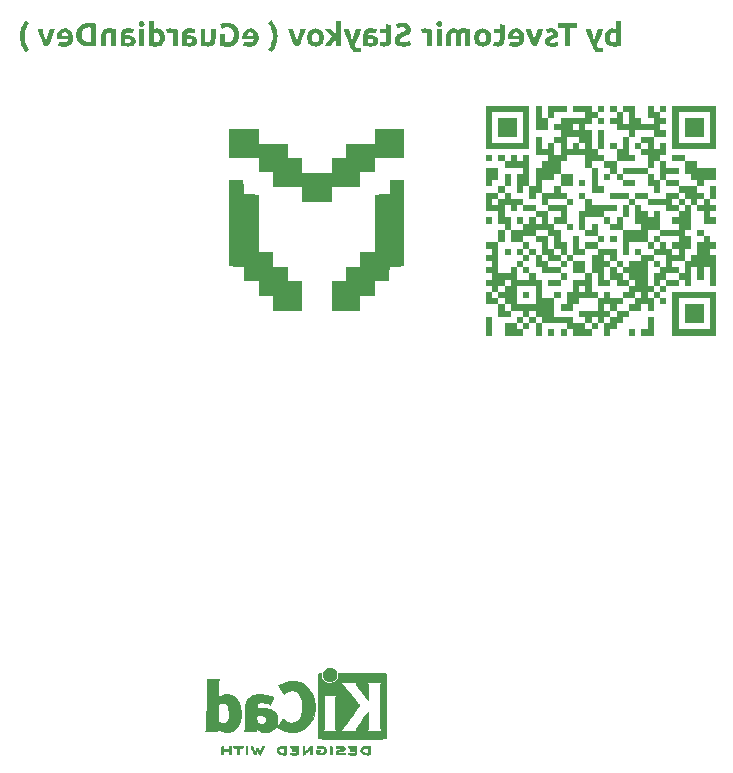
<source format=gbr>
%TF.GenerationSoftware,KiCad,Pcbnew,9.0.1*%
%TF.CreationDate,2025-07-09T00:35:37+03:00*%
%TF.ProjectId,Main,4d61696e-2e6b-4696-9361-645f70636258,rev?*%
%TF.SameCoordinates,Original*%
%TF.FileFunction,Legend,Bot*%
%TF.FilePolarity,Positive*%
%FSLAX46Y46*%
G04 Gerber Fmt 4.6, Leading zero omitted, Abs format (unit mm)*
G04 Created by KiCad (PCBNEW 9.0.1) date 2025-07-09 00:35:37*
%MOMM*%
%LPD*%
G01*
G04 APERTURE LIST*
%ADD10C,0.400000*%
%ADD11C,0.010000*%
%ADD12C,0.000000*%
G04 APERTURE END LIST*
D10*
G36*
X116270823Y-30584382D02*
G01*
X116270823Y-32645059D01*
X116142107Y-32677299D01*
X115989577Y-32703799D01*
X115827400Y-32721995D01*
X115669253Y-32729078D01*
X115493666Y-32714827D01*
X115344776Y-32674490D01*
X115253267Y-32632247D01*
X115173444Y-32580504D01*
X115104075Y-32519152D01*
X115018380Y-32408955D01*
X114954354Y-32275519D01*
X114916006Y-32127331D01*
X114902574Y-31956416D01*
X114903215Y-31946524D01*
X115327923Y-31946524D01*
X115338587Y-32073462D01*
X115368190Y-32176062D01*
X115414629Y-32259155D01*
X115480344Y-32323844D01*
X115564207Y-32363283D01*
X115672061Y-32377369D01*
X115775620Y-32373217D01*
X115853900Y-32363325D01*
X115853900Y-31599822D01*
X115811018Y-31577700D01*
X115751807Y-31557934D01*
X115688354Y-31545281D01*
X115624434Y-31541081D01*
X115535000Y-31552027D01*
X115465042Y-31582591D01*
X115409844Y-31632318D01*
X115367392Y-31704646D01*
X115338762Y-31806308D01*
X115327923Y-31946524D01*
X114903215Y-31946524D01*
X114913513Y-31787705D01*
X114944584Y-31641587D01*
X114997301Y-31508381D01*
X115067682Y-31399420D01*
X115158340Y-31310321D01*
X115269183Y-31243960D01*
X115395618Y-31203607D01*
X115546154Y-31189371D01*
X115631225Y-31193704D01*
X115708454Y-31206224D01*
X115853900Y-31253729D01*
X115853900Y-30517215D01*
X116270823Y-30584382D01*
G37*
G36*
X113313042Y-31220635D02*
G01*
X113443697Y-31637741D01*
X113576091Y-32016622D01*
X113720034Y-32383636D01*
X113875533Y-32737016D01*
X113936368Y-32856947D01*
X113993014Y-32950484D01*
X114055836Y-33032149D01*
X114121730Y-33095565D01*
X114196082Y-33145055D01*
X114279877Y-33179340D01*
X114372021Y-33198787D01*
X114485408Y-33205840D01*
X114581193Y-33201119D01*
X114665903Y-33187644D01*
X114801580Y-33147100D01*
X114728918Y-32814930D01*
X114614246Y-32845704D01*
X114507878Y-32854131D01*
X114435588Y-32846713D01*
X114379460Y-32826286D01*
X114335809Y-32794047D01*
X114282105Y-32725601D01*
X114233593Y-32627840D01*
X114372985Y-32338956D01*
X114519113Y-32001113D01*
X114654343Y-31641507D01*
X114787658Y-31220635D01*
X114345578Y-31220635D01*
X114279877Y-31456329D01*
X114200132Y-31713028D01*
X114114769Y-31965453D01*
X114032215Y-32188569D01*
X113956744Y-31965453D01*
X113879807Y-31713028D01*
X113807023Y-31456329D01*
X113744008Y-31220635D01*
X113313042Y-31220635D01*
G37*
G36*
X110953412Y-30751688D02*
G01*
X110953412Y-31126845D01*
X111538251Y-31126845D01*
X111538251Y-32690000D01*
X111974713Y-32690000D01*
X111974713Y-31126845D01*
X112559553Y-31126845D01*
X112559553Y-30751688D01*
X110953412Y-30751688D01*
G37*
G36*
X110480924Y-32393000D02*
G01*
X110374786Y-32386205D01*
X110318625Y-32370652D01*
X110283593Y-32339029D01*
X110270997Y-32283946D01*
X110284895Y-32238881D01*
X110332546Y-32195774D01*
X110402941Y-32158972D01*
X110520003Y-32110778D01*
X110697689Y-32035917D01*
X110772569Y-31992322D01*
X110833488Y-31942372D01*
X110882908Y-31882776D01*
X110920195Y-31812069D01*
X110942742Y-31731756D01*
X110950969Y-31629863D01*
X110940868Y-31529311D01*
X110911891Y-31442947D01*
X110864497Y-31367830D01*
X110797096Y-31302090D01*
X110717947Y-31251846D01*
X110623226Y-31214237D01*
X110509962Y-31190165D01*
X110374556Y-31181556D01*
X110241947Y-31187610D01*
X110117124Y-31205369D01*
X110000693Y-31231705D01*
X109921241Y-31257027D01*
X109994026Y-31581992D01*
X110152173Y-31537295D01*
X110240268Y-31522802D01*
X110343782Y-31517634D01*
X110442485Y-31527166D01*
X110499581Y-31550340D01*
X110529615Y-31582880D01*
X110539664Y-31626688D01*
X110531238Y-31671507D01*
X110497655Y-31709242D01*
X110429144Y-31747588D01*
X110318625Y-31791674D01*
X110188102Y-31841806D01*
X110091967Y-31886807D01*
X110009419Y-31938151D01*
X109950673Y-31991465D01*
X109906356Y-32052842D01*
X109877888Y-32119815D01*
X109862460Y-32193436D01*
X109856883Y-32283335D01*
X109867856Y-32390077D01*
X109898950Y-32478859D01*
X109949316Y-32553474D01*
X110020648Y-32616238D01*
X110103656Y-32662423D01*
X110205841Y-32697748D01*
X110331011Y-32720752D01*
X110483611Y-32729078D01*
X110671154Y-32719825D01*
X110809675Y-32695495D01*
X110990048Y-32639563D01*
X110920195Y-32303485D01*
X110812454Y-32340946D01*
X110701964Y-32369309D01*
X110590066Y-32387146D01*
X110480924Y-32393000D01*
G37*
G36*
X109145282Y-32690000D02*
G01*
X109284348Y-32397408D01*
X109434832Y-32036406D01*
X109575404Y-31652546D01*
X109713269Y-31220635D01*
X109271189Y-31220635D01*
X109205488Y-31456695D01*
X109127086Y-31713639D01*
X109045875Y-31966430D01*
X108966130Y-32189790D01*
X108887850Y-31966430D01*
X108805296Y-31713639D01*
X108727016Y-31456695D01*
X108661193Y-31220635D01*
X108230348Y-31220635D01*
X108368213Y-31652546D01*
X108508785Y-32036406D01*
X108659269Y-32397408D01*
X108798335Y-32690000D01*
X109145282Y-32690000D01*
G37*
G36*
X107541858Y-31194076D02*
G01*
X107671276Y-31231870D01*
X107791038Y-31293862D01*
X107896468Y-31379881D01*
X107983644Y-31487861D01*
X108054615Y-31624368D01*
X108087077Y-31723810D01*
X108107520Y-31837110D01*
X108114699Y-31966430D01*
X108102884Y-32124681D01*
X108068537Y-32268192D01*
X108009387Y-32399158D01*
X107925899Y-32509870D01*
X107857267Y-32571930D01*
X107776594Y-32625465D01*
X107682389Y-32670460D01*
X107582773Y-32702047D01*
X107468382Y-32722033D01*
X107336908Y-32729078D01*
X107180226Y-32720652D01*
X107033314Y-32699647D01*
X106908750Y-32670338D01*
X106819235Y-32636755D01*
X106875167Y-32296769D01*
X106950703Y-32323774D01*
X107055662Y-32348548D01*
X107166963Y-32364278D01*
X107280854Y-32369553D01*
X107398250Y-32360337D01*
X107491802Y-32334974D01*
X107566252Y-32295669D01*
X107627375Y-32239996D01*
X107666846Y-32174305D01*
X107686542Y-32096001D01*
X106740833Y-32096001D01*
X106735216Y-32018820D01*
X106732407Y-31938953D01*
X106741689Y-31806817D01*
X107135408Y-31806817D01*
X107686542Y-31806817D01*
X107659919Y-31702404D01*
X107637711Y-31653671D01*
X107608262Y-31611912D01*
X107570887Y-31576973D01*
X107524364Y-31549141D01*
X107470781Y-31531720D01*
X107403953Y-31525450D01*
X107335053Y-31532195D01*
X107282320Y-31550607D01*
X107237138Y-31579457D01*
X107201231Y-31614598D01*
X107173312Y-31656161D01*
X107153604Y-31703747D01*
X107135408Y-31806817D01*
X106741689Y-31806817D01*
X106745597Y-31751179D01*
X106782115Y-31598401D01*
X106838764Y-31474275D01*
X106914368Y-31373775D01*
X107011109Y-31291298D01*
X107123631Y-31231758D01*
X107255033Y-31194636D01*
X107409570Y-31181556D01*
X107541858Y-31194076D01*
G37*
G36*
X106425271Y-30857934D02*
G01*
X106008349Y-30790767D01*
X106008349Y-31220635D01*
X105507529Y-31220635D01*
X105507529Y-31564528D01*
X106008349Y-31564528D01*
X106008349Y-32081591D01*
X105995669Y-32204734D01*
X105962187Y-32291273D01*
X105924512Y-32332314D01*
X105865427Y-32359209D01*
X105776074Y-32369553D01*
X105637710Y-32356974D01*
X105507529Y-32322048D01*
X105448666Y-32645669D01*
X105616583Y-32698792D01*
X105714234Y-32715118D01*
X105843241Y-32721263D01*
X106005626Y-32708724D01*
X106125952Y-32675345D01*
X106228102Y-32619248D01*
X106304982Y-32547240D01*
X106361299Y-32457859D01*
X106398771Y-32348060D01*
X106418356Y-32227616D01*
X106425271Y-32089040D01*
X106425271Y-30857934D01*
G37*
G36*
X104722693Y-31195825D02*
G01*
X104860041Y-31237487D01*
X104984296Y-31304811D01*
X105089507Y-31393925D01*
X105174667Y-31503578D01*
X105240572Y-31636946D01*
X105281081Y-31784558D01*
X105295160Y-31952508D01*
X105281478Y-32120723D01*
X105242037Y-32269535D01*
X105177452Y-32404356D01*
X105093659Y-32515366D01*
X104989553Y-32605509D01*
X104865659Y-32673269D01*
X104727504Y-32714720D01*
X104570491Y-32729078D01*
X104410936Y-32714652D01*
X104272515Y-32673269D01*
X104148518Y-32605501D01*
X104044392Y-32515366D01*
X103961257Y-32404258D01*
X103898946Y-32269535D01*
X103861519Y-32120846D01*
X103848509Y-31952508D01*
X104273858Y-31952508D01*
X104283512Y-32078480D01*
X104309980Y-32178213D01*
X104350795Y-32256957D01*
X104409457Y-32319554D01*
X104481244Y-32356607D01*
X104570491Y-32369553D01*
X104659723Y-32356643D01*
X104731996Y-32319608D01*
X104791531Y-32256957D01*
X104833097Y-32178113D01*
X104860006Y-32078379D01*
X104869811Y-31952508D01*
X104859945Y-31826634D01*
X104832991Y-31727952D01*
X104791531Y-31650868D01*
X104732210Y-31589937D01*
X104659944Y-31553737D01*
X104570491Y-31541081D01*
X104481020Y-31553774D01*
X104409242Y-31589992D01*
X104350795Y-31650868D01*
X104310086Y-31727850D01*
X104283572Y-31826531D01*
X104273858Y-31952508D01*
X103848509Y-31952508D01*
X103862253Y-31784494D01*
X103901754Y-31636946D01*
X103966239Y-31503528D01*
X104050010Y-31393925D01*
X104154043Y-31304889D01*
X104278133Y-31237487D01*
X104415844Y-31195888D01*
X104570491Y-31181556D01*
X104722693Y-31195825D01*
G37*
G36*
X102718642Y-31904759D02*
G01*
X102725991Y-31768885D01*
X102744604Y-31677111D01*
X102770421Y-31617773D01*
X102811478Y-31572084D01*
X102868759Y-31543690D01*
X102947986Y-31533265D01*
X103029197Y-31537540D01*
X103110285Y-31547309D01*
X103110285Y-32690000D01*
X103527208Y-32690000D01*
X103527208Y-31265575D01*
X103402766Y-31236144D01*
X103251580Y-31208178D01*
X103087937Y-31188639D01*
X102922829Y-31181556D01*
X102771655Y-31192815D01*
X102664054Y-31222222D01*
X102570993Y-31268045D01*
X102500289Y-31318698D01*
X102405363Y-31261943D01*
X102294636Y-31217948D01*
X102180078Y-31190150D01*
X102080680Y-31181556D01*
X101963527Y-31187730D01*
X101868168Y-31204715D01*
X101791008Y-31230648D01*
X101688139Y-31290742D01*
X101610512Y-31369501D01*
X101554515Y-31466031D01*
X101518188Y-31582480D01*
X101499627Y-31709543D01*
X101493031Y-31857254D01*
X101493031Y-32690000D01*
X101909954Y-32690000D01*
X101909954Y-31904759D01*
X101917303Y-31768885D01*
X101935916Y-31677111D01*
X101961733Y-31617773D01*
X102002794Y-31572091D01*
X102060110Y-31543693D01*
X102139420Y-31533265D01*
X102233209Y-31550118D01*
X102289967Y-31569761D01*
X102332494Y-31592006D01*
X102307337Y-31728538D01*
X102301719Y-31882044D01*
X102301719Y-32690000D01*
X102718642Y-32690000D01*
X102718642Y-31904759D01*
G37*
G36*
X100697166Y-32690000D02*
G01*
X101114089Y-32690000D01*
X101114089Y-31220635D01*
X100697166Y-31220635D01*
X100697166Y-32690000D01*
G37*
G36*
X100658087Y-30794675D02*
G01*
X100666862Y-30867799D01*
X100691650Y-30926879D01*
X100732215Y-30975170D01*
X100784701Y-31011729D01*
X100842411Y-31033458D01*
X100907093Y-31040872D01*
X100971775Y-31033458D01*
X101029485Y-31011729D01*
X101081971Y-30975170D01*
X101122536Y-30926879D01*
X101147324Y-30867799D01*
X101156098Y-30794675D01*
X101147321Y-30721555D01*
X101122531Y-30662519D01*
X101081971Y-30614302D01*
X101029476Y-30577671D01*
X100971767Y-30555904D01*
X100907093Y-30548478D01*
X100842418Y-30555904D01*
X100784709Y-30577671D01*
X100732215Y-30614302D01*
X100691654Y-30662519D01*
X100666865Y-30721555D01*
X100658087Y-30794675D01*
G37*
G36*
X99418188Y-31585900D02*
G01*
X99549713Y-31556468D01*
X99626799Y-31545045D01*
X99712013Y-31541081D01*
X99805680Y-31548042D01*
X99888234Y-31563429D01*
X99888234Y-32690000D01*
X100305156Y-32690000D01*
X100305156Y-31298548D01*
X100187855Y-31261746D01*
X100040763Y-31224420D01*
X99883456Y-31198547D01*
X99700777Y-31189371D01*
X99619689Y-31193646D01*
X99524556Y-31204759D01*
X99429424Y-31221612D01*
X99348213Y-31245303D01*
X99418188Y-31585900D01*
G37*
G36*
X97898021Y-32353921D02*
G01*
X97809766Y-32349692D01*
X97745613Y-32338656D01*
X97689337Y-32319603D01*
X97649015Y-32296769D01*
X97617768Y-32267264D01*
X97598701Y-32234120D01*
X97584657Y-32153154D01*
X97594276Y-32094475D01*
X97623087Y-32042757D01*
X97674172Y-31995739D01*
X97781507Y-31936896D01*
X97981918Y-31860184D01*
X98172184Y-31783248D01*
X98262872Y-31734026D01*
X98342909Y-31674193D01*
X98411054Y-31601974D01*
X98466008Y-31514825D01*
X98500883Y-31414454D01*
X98513513Y-31286702D01*
X98500552Y-31157199D01*
X98463199Y-31044658D01*
X98402314Y-30945036D01*
X98320439Y-30861475D01*
X98220295Y-30795676D01*
X98096590Y-30745338D01*
X97960105Y-30715401D01*
X97800080Y-30704794D01*
X97611411Y-30716069D01*
X97461559Y-30746803D01*
X97326049Y-30792948D01*
X97226475Y-30839127D01*
X97352382Y-31186196D01*
X97436479Y-31147397D01*
X97532878Y-31112191D01*
X97637737Y-31088640D01*
X97771992Y-31079951D01*
X97876735Y-31085980D01*
X97949091Y-31101418D01*
X97997306Y-31123182D01*
X98035139Y-31156813D01*
X98057785Y-31199898D01*
X98065816Y-31255561D01*
X98059232Y-31305412D01*
X98040659Y-31344832D01*
X98011215Y-31378470D01*
X97969340Y-31410411D01*
X97863094Y-31463412D01*
X97730104Y-31512383D01*
X97467177Y-31622903D01*
X97362530Y-31683408D01*
X97281063Y-31750153D01*
X97216414Y-31829067D01*
X97170544Y-31920757D01*
X97143956Y-32024569D01*
X97134151Y-32158405D01*
X97146905Y-32290760D01*
X97183170Y-32402533D01*
X97241848Y-32497864D01*
X97324417Y-32579480D01*
X97421729Y-32640173D01*
X97545622Y-32686973D01*
X97702033Y-32717796D01*
X97898021Y-32729078D01*
X98023618Y-32725018D01*
X98130296Y-32713691D01*
X98313478Y-32675956D01*
X98450620Y-32628328D01*
X98547096Y-32580701D01*
X98423998Y-32230823D01*
X98331317Y-32274246D01*
X98210041Y-32316186D01*
X98075111Y-32343649D01*
X97898021Y-32353921D01*
G37*
G36*
X96839228Y-30857934D02*
G01*
X96422306Y-30790767D01*
X96422306Y-31220635D01*
X95921486Y-31220635D01*
X95921486Y-31564528D01*
X96422306Y-31564528D01*
X96422306Y-32081591D01*
X96409626Y-32204734D01*
X96376144Y-32291273D01*
X96338469Y-32332314D01*
X96279383Y-32359209D01*
X96190031Y-32369553D01*
X96051667Y-32356974D01*
X95921486Y-32322048D01*
X95862623Y-32645669D01*
X96030540Y-32698792D01*
X96128191Y-32715118D01*
X96257197Y-32721263D01*
X96419583Y-32708724D01*
X96539909Y-32675345D01*
X96642059Y-32619248D01*
X96718939Y-32547240D01*
X96775256Y-32457859D01*
X96812728Y-32348060D01*
X96832312Y-32227616D01*
X96839228Y-32089040D01*
X96839228Y-30857934D01*
G37*
G36*
X95254458Y-31188517D02*
G01*
X95390135Y-31205369D01*
X95509082Y-31227718D01*
X95599940Y-31251409D01*
X95546817Y-31584190D01*
X95467338Y-31560119D01*
X95367787Y-31540837D01*
X95157860Y-31525450D01*
X95053148Y-31534239D01*
X94981544Y-31556932D01*
X94934012Y-31590052D01*
X94898872Y-31636683D01*
X94877284Y-31692883D01*
X94869654Y-31761388D01*
X94869654Y-31800711D01*
X94971869Y-31782515D01*
X95115851Y-31775554D01*
X95234863Y-31781580D01*
X95348248Y-31799368D01*
X95455248Y-31831002D01*
X95546817Y-31876304D01*
X95624649Y-31938378D01*
X95685303Y-32018942D01*
X95723409Y-32115237D01*
X95737082Y-32237173D01*
X95725121Y-32364915D01*
X95692386Y-32463831D01*
X95637722Y-32547511D01*
X95563670Y-32613551D01*
X95473552Y-32662088D01*
X95363513Y-32696106D01*
X95243810Y-32714672D01*
X95104738Y-32721263D01*
X94886374Y-32714006D01*
X94718590Y-32694640D01*
X94469584Y-32648478D01*
X94469584Y-32073653D01*
X94869654Y-32073653D01*
X94869654Y-32389703D01*
X94959291Y-32398007D01*
X95076772Y-32400816D01*
X95184101Y-32390329D01*
X95257267Y-32363080D01*
X95292704Y-32332629D01*
X95314801Y-32289036D01*
X95322969Y-32227526D01*
X95317055Y-32180129D01*
X95300620Y-32143628D01*
X95274295Y-32113813D01*
X95239071Y-32090505D01*
X95197727Y-32074314D01*
X95148091Y-32063883D01*
X95037571Y-32056922D01*
X94945247Y-32062540D01*
X94869654Y-32073653D01*
X94469584Y-32073653D01*
X94469584Y-31782271D01*
X94477606Y-31649040D01*
X94500359Y-31533632D01*
X94542440Y-31429410D01*
X94605261Y-31343611D01*
X94689315Y-31275850D01*
X94802487Y-31223443D01*
X94933897Y-31193021D01*
X95110355Y-31181556D01*
X95254458Y-31188517D01*
G37*
G36*
X92822044Y-31220635D02*
G01*
X92952699Y-31637741D01*
X93085093Y-32016622D01*
X93229036Y-32383636D01*
X93384535Y-32737016D01*
X93445370Y-32856947D01*
X93502016Y-32950484D01*
X93564839Y-33032149D01*
X93630732Y-33095565D01*
X93705084Y-33145055D01*
X93788879Y-33179340D01*
X93881023Y-33198787D01*
X93994410Y-33205840D01*
X94090195Y-33201119D01*
X94174905Y-33187644D01*
X94310582Y-33147100D01*
X94237920Y-32814930D01*
X94123248Y-32845704D01*
X94016880Y-32854131D01*
X93944590Y-32846713D01*
X93888462Y-32826286D01*
X93844811Y-32794047D01*
X93791107Y-32725601D01*
X93742595Y-32627840D01*
X93881987Y-32338956D01*
X94028115Y-32001113D01*
X94163345Y-31641507D01*
X94296660Y-31220635D01*
X93854581Y-31220635D01*
X93788879Y-31456329D01*
X93709134Y-31713028D01*
X93623771Y-31965453D01*
X93541217Y-32188569D01*
X93465746Y-31965453D01*
X93388809Y-31713028D01*
X93316025Y-31456329D01*
X93253010Y-31220635D01*
X92822044Y-31220635D01*
G37*
G36*
X92181883Y-31743558D02*
G01*
X92054633Y-31605928D01*
X91927260Y-31464267D01*
X91811245Y-31330788D01*
X91717456Y-31220635D01*
X91222131Y-31220635D01*
X91511803Y-31545844D01*
X91821015Y-31865436D01*
X91738012Y-31945877D01*
X91647602Y-32045809D01*
X91474068Y-32262452D01*
X91320195Y-32486057D01*
X91202592Y-32690000D01*
X91681063Y-32690000D01*
X91783279Y-32529410D01*
X91904912Y-32353433D01*
X92040589Y-32184417D01*
X92113314Y-32107964D01*
X92181883Y-32047519D01*
X92181883Y-32690000D01*
X92598806Y-32690000D01*
X92598806Y-30584382D01*
X92181883Y-30517215D01*
X92181883Y-31743558D01*
G37*
G36*
X90576148Y-31195825D02*
G01*
X90713495Y-31237487D01*
X90837750Y-31304811D01*
X90942962Y-31393925D01*
X91028121Y-31503578D01*
X91094026Y-31636946D01*
X91134535Y-31784558D01*
X91148614Y-31952508D01*
X91134932Y-32120723D01*
X91095491Y-32269535D01*
X91030907Y-32404356D01*
X90947114Y-32515366D01*
X90843007Y-32605509D01*
X90719113Y-32673269D01*
X90580958Y-32714720D01*
X90423946Y-32729078D01*
X90264390Y-32714652D01*
X90125969Y-32673269D01*
X90001973Y-32605501D01*
X89897846Y-32515366D01*
X89814711Y-32404258D01*
X89752400Y-32269535D01*
X89714973Y-32120846D01*
X89701964Y-31952508D01*
X90127313Y-31952508D01*
X90136966Y-32078480D01*
X90163435Y-32178213D01*
X90204249Y-32256957D01*
X90262912Y-32319554D01*
X90334698Y-32356607D01*
X90423946Y-32369553D01*
X90513177Y-32356643D01*
X90585450Y-32319608D01*
X90644985Y-32256957D01*
X90686551Y-32178113D01*
X90713460Y-32078379D01*
X90723265Y-31952508D01*
X90713400Y-31826634D01*
X90686445Y-31727952D01*
X90644985Y-31650868D01*
X90585664Y-31589937D01*
X90513399Y-31553737D01*
X90423946Y-31541081D01*
X90334474Y-31553774D01*
X90262697Y-31589992D01*
X90204249Y-31650868D01*
X90163540Y-31727850D01*
X90137026Y-31826531D01*
X90127313Y-31952508D01*
X89701964Y-31952508D01*
X89715707Y-31784494D01*
X89755209Y-31636946D01*
X89819693Y-31503528D01*
X89903464Y-31393925D01*
X90007497Y-31304889D01*
X90131587Y-31237487D01*
X90269298Y-31195888D01*
X90423946Y-31181556D01*
X90576148Y-31195825D01*
G37*
G36*
X89019671Y-32690000D02*
G01*
X89158737Y-32397408D01*
X89309221Y-32036406D01*
X89449793Y-31652546D01*
X89587658Y-31220635D01*
X89145578Y-31220635D01*
X89079877Y-31456695D01*
X89001475Y-31713639D01*
X88920264Y-31966430D01*
X88840519Y-32189790D01*
X88762239Y-31966430D01*
X88679685Y-31713639D01*
X88601405Y-31456695D01*
X88535582Y-31220635D01*
X88104738Y-31220635D01*
X88242602Y-31652546D01*
X88383174Y-32036406D01*
X88533658Y-32397408D01*
X88672724Y-32690000D01*
X89019671Y-32690000D01*
G37*
G36*
X86798527Y-31853712D02*
G01*
X86786857Y-32071661D01*
X86752294Y-32280679D01*
X86695090Y-32482149D01*
X86617699Y-32677213D01*
X86527144Y-32855511D01*
X86423614Y-33018384D01*
X86714629Y-33205840D01*
X86861050Y-33013966D01*
X86982966Y-32807723D01*
X87081116Y-32585708D01*
X87152166Y-32353554D01*
X87195234Y-32110209D01*
X87209832Y-31853712D01*
X87195232Y-31597216D01*
X87152163Y-31353913D01*
X87081116Y-31121838D01*
X86982960Y-30899745D01*
X86861043Y-30693462D01*
X86714629Y-30501584D01*
X86423614Y-30689040D01*
X86527144Y-30851913D01*
X86617699Y-31030211D01*
X86695090Y-31225275D01*
X86752294Y-31426745D01*
X86786857Y-31635763D01*
X86798527Y-31853712D01*
G37*
G36*
X85040253Y-31194076D02*
G01*
X85169671Y-31231870D01*
X85289432Y-31293862D01*
X85394863Y-31379881D01*
X85482039Y-31487861D01*
X85553010Y-31624368D01*
X85585472Y-31723810D01*
X85605915Y-31837110D01*
X85613094Y-31966430D01*
X85601279Y-32124681D01*
X85566932Y-32268192D01*
X85507782Y-32399158D01*
X85424294Y-32509870D01*
X85355662Y-32571930D01*
X85274989Y-32625465D01*
X85180784Y-32670460D01*
X85081168Y-32702047D01*
X84966777Y-32722033D01*
X84835303Y-32729078D01*
X84678621Y-32720652D01*
X84531709Y-32699647D01*
X84407145Y-32670338D01*
X84317630Y-32636755D01*
X84373562Y-32296769D01*
X84449098Y-32323774D01*
X84554057Y-32348548D01*
X84665358Y-32364278D01*
X84779249Y-32369553D01*
X84896645Y-32360337D01*
X84990197Y-32334974D01*
X85064647Y-32295669D01*
X85125770Y-32239996D01*
X85165241Y-32174305D01*
X85184936Y-32096001D01*
X84239228Y-32096001D01*
X84233611Y-32018820D01*
X84230802Y-31938953D01*
X84240084Y-31806817D01*
X84633802Y-31806817D01*
X85184936Y-31806817D01*
X85158314Y-31702404D01*
X85136106Y-31653671D01*
X85106657Y-31611912D01*
X85069282Y-31576973D01*
X85022759Y-31549141D01*
X84969176Y-31531720D01*
X84902348Y-31525450D01*
X84833448Y-31532195D01*
X84780715Y-31550607D01*
X84735533Y-31579457D01*
X84699626Y-31614598D01*
X84671707Y-31656161D01*
X84651999Y-31703747D01*
X84633802Y-31806817D01*
X84240084Y-31806817D01*
X84243992Y-31751179D01*
X84280510Y-31598401D01*
X84337159Y-31474275D01*
X84412763Y-31373775D01*
X84509504Y-31291298D01*
X84622026Y-31231758D01*
X84753428Y-31194636D01*
X84907965Y-31181556D01*
X85040253Y-31194076D01*
G37*
G36*
X82935948Y-31087766D02*
G01*
X83088450Y-31100126D01*
X83208623Y-31134020D01*
X83303084Y-31186431D01*
X83376685Y-31256905D01*
X83433404Y-31344071D01*
X83475712Y-31447981D01*
X83502720Y-31571827D01*
X83512361Y-31719501D01*
X83503611Y-31858093D01*
X83478778Y-31978032D01*
X83436079Y-32087349D01*
X83378028Y-32177822D01*
X83302780Y-32252042D01*
X83210111Y-32307882D01*
X83103813Y-32341846D01*
X82975027Y-32353921D01*
X82850585Y-32351113D01*
X82759605Y-32339877D01*
X82759605Y-31666133D01*
X82323143Y-31666133D01*
X82323143Y-32628328D01*
X82413975Y-32657137D01*
X82575080Y-32694030D01*
X82758572Y-32719458D01*
X83002993Y-32729078D01*
X83147347Y-32721235D01*
X83278829Y-32698518D01*
X83399033Y-32661789D01*
X83512758Y-32609481D01*
X83613474Y-32544171D01*
X83702505Y-32465540D01*
X83778981Y-32374549D01*
X83843832Y-32269523D01*
X83897044Y-32148757D01*
X83934179Y-32021692D01*
X83957438Y-31879396D01*
X83965554Y-31719745D01*
X83956612Y-31558495D01*
X83931003Y-31415386D01*
X83890083Y-31288046D01*
X83832454Y-31167333D01*
X83763441Y-31061758D01*
X83682965Y-30969797D01*
X83590402Y-30890048D01*
X83487698Y-30824292D01*
X83373754Y-30772083D01*
X83253681Y-30734946D01*
X83127673Y-30712429D01*
X82994689Y-30704794D01*
X82860894Y-30709589D01*
X82747027Y-30722990D01*
X82556761Y-30765000D01*
X82425237Y-30813970D01*
X82351109Y-30853171D01*
X82477016Y-31205369D01*
X82570795Y-31161881D01*
X82682669Y-31122815D01*
X82802135Y-31096797D01*
X82935948Y-31087766D01*
G37*
G36*
X80689647Y-32637365D02*
G01*
X80804048Y-32665523D01*
X80963932Y-32694640D01*
X81134110Y-32714468D01*
X81316374Y-32721263D01*
X81440955Y-32715000D01*
X81543839Y-32697673D01*
X81628394Y-32671071D01*
X81707570Y-32631993D01*
X81772759Y-32585070D01*
X81825742Y-32530265D01*
X81887261Y-32432256D01*
X81929179Y-32314110D01*
X81951958Y-32184967D01*
X81959954Y-32037871D01*
X81959954Y-31220635D01*
X81543031Y-31220635D01*
X81543031Y-31989389D01*
X81535627Y-32124090D01*
X81516644Y-32217570D01*
X81489909Y-32280160D01*
X81446997Y-32327770D01*
X81383396Y-32358137D01*
X81291217Y-32369553D01*
X81196207Y-32365401D01*
X81106569Y-32355631D01*
X81106569Y-31220635D01*
X80689647Y-31220635D01*
X80689647Y-32637365D01*
G37*
G36*
X79912100Y-31188517D02*
G01*
X80047777Y-31205369D01*
X80166723Y-31227718D01*
X80257581Y-31251409D01*
X80204458Y-31584190D01*
X80124979Y-31560119D01*
X80025428Y-31540837D01*
X79815502Y-31525450D01*
X79710789Y-31534239D01*
X79639185Y-31556932D01*
X79591653Y-31590052D01*
X79556514Y-31636683D01*
X79534925Y-31692883D01*
X79527295Y-31761388D01*
X79527295Y-31800711D01*
X79629511Y-31782515D01*
X79773492Y-31775554D01*
X79892505Y-31781580D01*
X80005889Y-31799368D01*
X80112889Y-31831002D01*
X80204458Y-31876304D01*
X80282290Y-31938378D01*
X80342944Y-32018942D01*
X80381050Y-32115237D01*
X80394724Y-32237173D01*
X80382762Y-32364915D01*
X80350027Y-32463831D01*
X80295363Y-32547511D01*
X80221311Y-32613551D01*
X80131194Y-32662088D01*
X80021154Y-32696106D01*
X79901451Y-32714672D01*
X79762379Y-32721263D01*
X79544016Y-32714006D01*
X79376231Y-32694640D01*
X79127225Y-32648478D01*
X79127225Y-32073653D01*
X79527295Y-32073653D01*
X79527295Y-32389703D01*
X79616932Y-32398007D01*
X79734413Y-32400816D01*
X79841743Y-32390329D01*
X79914909Y-32363080D01*
X79950346Y-32332629D01*
X79972442Y-32289036D01*
X79980610Y-32227526D01*
X79974697Y-32180129D01*
X79958262Y-32143628D01*
X79931936Y-32113813D01*
X79896712Y-32090505D01*
X79855368Y-32074314D01*
X79805732Y-32063883D01*
X79695212Y-32056922D01*
X79602888Y-32062540D01*
X79527295Y-32073653D01*
X79127225Y-32073653D01*
X79127225Y-31782271D01*
X79135247Y-31649040D01*
X79158000Y-31533632D01*
X79200081Y-31429410D01*
X79262902Y-31343611D01*
X79346956Y-31275850D01*
X79460128Y-31223443D01*
X79591538Y-31193021D01*
X79767996Y-31181556D01*
X79912100Y-31188517D01*
G37*
G36*
X77862292Y-31585900D02*
G01*
X77993816Y-31556468D01*
X78070902Y-31545045D01*
X78156116Y-31541081D01*
X78249783Y-31548042D01*
X78332337Y-31563429D01*
X78332337Y-32690000D01*
X78749260Y-32690000D01*
X78749260Y-31298548D01*
X78631958Y-31261746D01*
X78484867Y-31224420D01*
X78327559Y-31198547D01*
X78144881Y-31189371D01*
X78063792Y-31193646D01*
X77968659Y-31204759D01*
X77873527Y-31221612D01*
X77792316Y-31245303D01*
X77862292Y-31585900D01*
G37*
G36*
X76715083Y-30584382D02*
G01*
X76715083Y-31253729D01*
X76853569Y-31206224D01*
X76924568Y-31193815D01*
X77008907Y-31189371D01*
X77159717Y-31203236D01*
X77287344Y-31242616D01*
X77399711Y-31307780D01*
X77492996Y-31396612D01*
X77565992Y-31506085D01*
X77621712Y-31641587D01*
X77654745Y-31790949D01*
X77666409Y-31964842D01*
X77652949Y-32135583D01*
X77614629Y-32282602D01*
X77550618Y-32414535D01*
X77464909Y-32523304D01*
X77395589Y-32583744D01*
X77315813Y-32634598D01*
X77224329Y-32675956D01*
X77075408Y-32715200D01*
X76899731Y-32729078D01*
X76741706Y-32721995D01*
X76579406Y-32703799D01*
X76426876Y-32677299D01*
X76298160Y-32645059D01*
X76298160Y-31599822D01*
X76715083Y-31599822D01*
X76715083Y-32363325D01*
X76793485Y-32373217D01*
X76896922Y-32377369D01*
X77004776Y-32363283D01*
X77088639Y-32323844D01*
X77154354Y-32259155D01*
X77200793Y-32176062D01*
X77230396Y-32073462D01*
X77241060Y-31946524D01*
X77230221Y-31806308D01*
X77201591Y-31704646D01*
X77159139Y-31632318D01*
X77103941Y-31582591D01*
X77033983Y-31552027D01*
X76944549Y-31541081D01*
X76880646Y-31545283D01*
X76817299Y-31557934D01*
X76757981Y-31577705D01*
X76715083Y-31599822D01*
X76298160Y-31599822D01*
X76298160Y-30517215D01*
X76715083Y-30584382D01*
G37*
G36*
X75489350Y-32690000D02*
G01*
X75906273Y-32690000D01*
X75906273Y-31220635D01*
X75489350Y-31220635D01*
X75489350Y-32690000D01*
G37*
G36*
X75450271Y-30794675D02*
G01*
X75459046Y-30867799D01*
X75483834Y-30926879D01*
X75524399Y-30975170D01*
X75576885Y-31011729D01*
X75634595Y-31033458D01*
X75699277Y-31040872D01*
X75763959Y-31033458D01*
X75821669Y-31011729D01*
X75874155Y-30975170D01*
X75914720Y-30926879D01*
X75939508Y-30867799D01*
X75948283Y-30794675D01*
X75939505Y-30721555D01*
X75914716Y-30662519D01*
X75874155Y-30614302D01*
X75821661Y-30577671D01*
X75763952Y-30555904D01*
X75699277Y-30548478D01*
X75634603Y-30555904D01*
X75576893Y-30577671D01*
X75524399Y-30614302D01*
X75483839Y-30662519D01*
X75459049Y-30721555D01*
X75450271Y-30794675D01*
G37*
G36*
X74712658Y-31188517D02*
G01*
X74848335Y-31205369D01*
X74967281Y-31227718D01*
X75058140Y-31251409D01*
X75005017Y-31584190D01*
X74925538Y-31560119D01*
X74825987Y-31540837D01*
X74616060Y-31525450D01*
X74511347Y-31534239D01*
X74439743Y-31556932D01*
X74392211Y-31590052D01*
X74357072Y-31636683D01*
X74335483Y-31692883D01*
X74327853Y-31761388D01*
X74327853Y-31800711D01*
X74430069Y-31782515D01*
X74574050Y-31775554D01*
X74693063Y-31781580D01*
X74806447Y-31799368D01*
X74913447Y-31831002D01*
X75005017Y-31876304D01*
X75082848Y-31938378D01*
X75143502Y-32018942D01*
X75181609Y-32115237D01*
X75195282Y-32237173D01*
X75183321Y-32364915D01*
X75150585Y-32463831D01*
X75095922Y-32547511D01*
X75021869Y-32613551D01*
X74931752Y-32662088D01*
X74821712Y-32696106D01*
X74702009Y-32714672D01*
X74562937Y-32721263D01*
X74344574Y-32714006D01*
X74176789Y-32694640D01*
X73927784Y-32648478D01*
X73927784Y-32073653D01*
X74327853Y-32073653D01*
X74327853Y-32389703D01*
X74417491Y-32398007D01*
X74534971Y-32400816D01*
X74642301Y-32390329D01*
X74715467Y-32363080D01*
X74750904Y-32332629D01*
X74773000Y-32289036D01*
X74781168Y-32227526D01*
X74775255Y-32180129D01*
X74758820Y-32143628D01*
X74732494Y-32113813D01*
X74697271Y-32090505D01*
X74655927Y-32074314D01*
X74606290Y-32063883D01*
X74495770Y-32056922D01*
X74403447Y-32062540D01*
X74327853Y-32073653D01*
X73927784Y-32073653D01*
X73927784Y-31782271D01*
X73935806Y-31649040D01*
X73958558Y-31533632D01*
X74000639Y-31429410D01*
X74063461Y-31343611D01*
X74147515Y-31275850D01*
X74260687Y-31223443D01*
X74392097Y-31193021D01*
X74568555Y-31181556D01*
X74712658Y-31188517D01*
G37*
G36*
X73549818Y-31265575D02*
G01*
X73435431Y-31237387D01*
X73275655Y-31208178D01*
X73105369Y-31188349D01*
X72923091Y-31181556D01*
X72798449Y-31187687D01*
X72695562Y-31204644D01*
X72611070Y-31230648D01*
X72531865Y-31269028D01*
X72466728Y-31315306D01*
X72413844Y-31369501D01*
X72352176Y-31466306D01*
X72310285Y-31582480D01*
X72287553Y-31709770D01*
X72279511Y-31857254D01*
X72279511Y-32690000D01*
X72696433Y-32690000D01*
X72696433Y-31904759D01*
X72703976Y-31769001D01*
X72723095Y-31677222D01*
X72749678Y-31617773D01*
X72792090Y-31573071D01*
X72855563Y-31544198D01*
X72948248Y-31533265D01*
X73043380Y-31537540D01*
X73132895Y-31547309D01*
X73132895Y-32690000D01*
X73549818Y-32690000D01*
X73549818Y-31265575D01*
G37*
G36*
X71558017Y-30738011D02*
G01*
X71719787Y-30752482D01*
X71872724Y-30775746D01*
X71872724Y-32663133D01*
X71720588Y-32688612D01*
X71564978Y-32703677D01*
X71290694Y-32713447D01*
X71119782Y-32706198D01*
X70965559Y-32685351D01*
X70826266Y-32652020D01*
X70692302Y-32602884D01*
X70575909Y-32541279D01*
X70475045Y-32467494D01*
X70387045Y-32379184D01*
X70313047Y-32276276D01*
X70252662Y-32157062D01*
X70210326Y-32029848D01*
X70183642Y-31884470D01*
X70174343Y-31719501D01*
X70624766Y-31719501D01*
X70635786Y-31863827D01*
X70666810Y-31985127D01*
X70715939Y-32087451D01*
X70782913Y-32173914D01*
X70866440Y-32242030D01*
X70971700Y-32293145D01*
X71103575Y-32326257D01*
X71268345Y-32338290D01*
X71364943Y-32336946D01*
X71436262Y-32332672D01*
X71436262Y-31111824D01*
X71346747Y-31104863D01*
X71254424Y-31103398D01*
X71088778Y-31115042D01*
X70958126Y-31146843D01*
X70855641Y-31195460D01*
X70775952Y-31259591D01*
X70713026Y-31341464D01*
X70665981Y-31442501D01*
X70635697Y-31566784D01*
X70624766Y-31719501D01*
X70174343Y-31719501D01*
X70174260Y-31718035D01*
X70183785Y-31543998D01*
X70210604Y-31395157D01*
X70252662Y-31267896D01*
X70313271Y-31148923D01*
X70387747Y-31047037D01*
X70476510Y-30960394D01*
X70578077Y-30888420D01*
X70693569Y-30829617D01*
X70824800Y-30784173D01*
X70961122Y-30753797D01*
X71111270Y-30734825D01*
X71276772Y-30728241D01*
X71558017Y-30738011D01*
G37*
G36*
X69334461Y-31194076D02*
G01*
X69463879Y-31231870D01*
X69583640Y-31293862D01*
X69689071Y-31379881D01*
X69776247Y-31487861D01*
X69847218Y-31624368D01*
X69879680Y-31723810D01*
X69900122Y-31837110D01*
X69907302Y-31966430D01*
X69895487Y-32124681D01*
X69861140Y-32268192D01*
X69801990Y-32399158D01*
X69718502Y-32509870D01*
X69649870Y-32571930D01*
X69569197Y-32625465D01*
X69474992Y-32670460D01*
X69375376Y-32702047D01*
X69260984Y-32722033D01*
X69129511Y-32729078D01*
X68972829Y-32720652D01*
X68825917Y-32699647D01*
X68701353Y-32670338D01*
X68611838Y-32636755D01*
X68667770Y-32296769D01*
X68743306Y-32323774D01*
X68848265Y-32348548D01*
X68959566Y-32364278D01*
X69073457Y-32369553D01*
X69190853Y-32360337D01*
X69284405Y-32334974D01*
X69358855Y-32295669D01*
X69419978Y-32239996D01*
X69459449Y-32174305D01*
X69479144Y-32096001D01*
X68533436Y-32096001D01*
X68527819Y-32018820D01*
X68525010Y-31938953D01*
X68534292Y-31806817D01*
X68928010Y-31806817D01*
X69479144Y-31806817D01*
X69452522Y-31702404D01*
X69430314Y-31653671D01*
X69400865Y-31611912D01*
X69363490Y-31576973D01*
X69316967Y-31549141D01*
X69263384Y-31531720D01*
X69196555Y-31525450D01*
X69127656Y-31532195D01*
X69074923Y-31550607D01*
X69029741Y-31579457D01*
X68993834Y-31614598D01*
X68965915Y-31656161D01*
X68946207Y-31703747D01*
X68928010Y-31806817D01*
X68534292Y-31806817D01*
X68538200Y-31751179D01*
X68574718Y-31598401D01*
X68631367Y-31474275D01*
X68706971Y-31373775D01*
X68803712Y-31291298D01*
X68916234Y-31231758D01*
X69047636Y-31194636D01*
X69202173Y-31181556D01*
X69334461Y-31194076D01*
G37*
G36*
X67803761Y-32690000D02*
G01*
X67942827Y-32397408D01*
X68093311Y-32036406D01*
X68233883Y-31652546D01*
X68371747Y-31220635D01*
X67929668Y-31220635D01*
X67863966Y-31456695D01*
X67785565Y-31713639D01*
X67704354Y-31966430D01*
X67624609Y-32189790D01*
X67546329Y-31966430D01*
X67463775Y-31713639D01*
X67385495Y-31456695D01*
X67319671Y-31220635D01*
X66888827Y-31220635D01*
X67026692Y-31652546D01*
X67167264Y-32036406D01*
X67317747Y-32397408D01*
X67456814Y-32690000D01*
X67803761Y-32690000D01*
G37*
G36*
X65800847Y-31853712D02*
G01*
X65812530Y-31635767D01*
X65847134Y-31426750D01*
X65904406Y-31225275D01*
X65981727Y-31030215D01*
X66072241Y-30851917D01*
X66175760Y-30689040D01*
X65884867Y-30501584D01*
X65738380Y-30693469D01*
X65616424Y-30899752D01*
X65518258Y-31121838D01*
X65447211Y-31353913D01*
X65404142Y-31597216D01*
X65389542Y-31853712D01*
X65404140Y-32110209D01*
X65447208Y-32353554D01*
X65518258Y-32585708D01*
X65616418Y-32807716D01*
X65738374Y-33013959D01*
X65884867Y-33205840D01*
X66175760Y-33018384D01*
X66072241Y-32855507D01*
X65981727Y-32677209D01*
X65904406Y-32482149D01*
X65847134Y-32280674D01*
X65812530Y-32071657D01*
X65800847Y-31853712D01*
G37*
D11*
%TO.C,REF\u002A\u002A*%
X84591185Y-91935989D02*
X84616906Y-91951687D01*
X84643557Y-91973267D01*
X84643557Y-92620724D01*
X84616906Y-92642304D01*
X84585546Y-92659779D01*
X84549745Y-92660615D01*
X84518307Y-92640122D01*
X84514431Y-92635456D01*
X84508965Y-92625989D01*
X84504758Y-92612307D01*
X84501646Y-92591788D01*
X84499466Y-92561808D01*
X84498055Y-92519744D01*
X84497250Y-92462972D01*
X84496886Y-92388870D01*
X84496801Y-92294813D01*
X84496801Y-91973267D01*
X84523452Y-91951687D01*
X84547165Y-91936917D01*
X84570179Y-91930107D01*
X84591185Y-91935989D01*
G36*
X84591185Y-91935989D02*
G01*
X84616906Y-91951687D01*
X84643557Y-91973267D01*
X84643557Y-92620724D01*
X84616906Y-92642304D01*
X84585546Y-92659779D01*
X84549745Y-92660615D01*
X84518307Y-92640122D01*
X84514431Y-92635456D01*
X84508965Y-92625989D01*
X84504758Y-92612307D01*
X84501646Y-92591788D01*
X84499466Y-92561808D01*
X84498055Y-92519744D01*
X84497250Y-92462972D01*
X84496886Y-92388870D01*
X84496801Y-92294813D01*
X84496801Y-91973267D01*
X84523452Y-91951687D01*
X84547165Y-91936917D01*
X84570179Y-91930107D01*
X84591185Y-91935989D01*
G37*
X91721916Y-91934503D02*
X91756070Y-91957816D01*
X91783779Y-91985525D01*
X91783779Y-92298577D01*
X91783738Y-92382607D01*
X91783480Y-92456829D01*
X91782809Y-92513581D01*
X91781531Y-92555552D01*
X91779452Y-92585429D01*
X91776378Y-92605901D01*
X91772113Y-92619654D01*
X91766463Y-92629377D01*
X91759234Y-92637757D01*
X91727770Y-92659221D01*
X91692605Y-92660987D01*
X91659601Y-92641307D01*
X91654295Y-92635438D01*
X91648845Y-92626354D01*
X91644679Y-92613013D01*
X91641625Y-92592797D01*
X91639511Y-92563089D01*
X91638165Y-92521272D01*
X91637417Y-92464729D01*
X91637093Y-92390842D01*
X91637024Y-92296996D01*
X91637063Y-92221334D01*
X91637318Y-92143425D01*
X91637962Y-92083415D01*
X91639166Y-92038688D01*
X91641103Y-92006625D01*
X91643943Y-91984611D01*
X91647858Y-91970027D01*
X91653021Y-91960258D01*
X91659601Y-91952685D01*
X91688785Y-91933663D01*
X91721916Y-91934503D01*
G36*
X91721916Y-91934503D02*
G01*
X91756070Y-91957816D01*
X91783779Y-91985525D01*
X91783779Y-92298577D01*
X91783738Y-92382607D01*
X91783480Y-92456829D01*
X91782809Y-92513581D01*
X91781531Y-92555552D01*
X91779452Y-92585429D01*
X91776378Y-92605901D01*
X91772113Y-92619654D01*
X91766463Y-92629377D01*
X91759234Y-92637757D01*
X91727770Y-92659221D01*
X91692605Y-92660987D01*
X91659601Y-92641307D01*
X91654295Y-92635438D01*
X91648845Y-92626354D01*
X91644679Y-92613013D01*
X91641625Y-92592797D01*
X91639511Y-92563089D01*
X91638165Y-92521272D01*
X91637417Y-92464729D01*
X91637093Y-92390842D01*
X91637024Y-92296996D01*
X91637063Y-92221334D01*
X91637318Y-92143425D01*
X91637962Y-92083415D01*
X91639166Y-92038688D01*
X91641103Y-92006625D01*
X91643943Y-91984611D01*
X91647858Y-91970027D01*
X91653021Y-91960258D01*
X91659601Y-91952685D01*
X91688785Y-91933663D01*
X91721916Y-91934503D01*
G37*
X91688499Y-85321429D02*
X91794023Y-85347284D01*
X91894047Y-85393689D01*
X91985421Y-85460651D01*
X92064992Y-85548176D01*
X92129607Y-85656274D01*
X92146930Y-85694354D01*
X92160964Y-85732951D01*
X92168839Y-85771537D01*
X92172290Y-85819263D01*
X92173055Y-85885281D01*
X92172592Y-85940229D01*
X92169806Y-85990728D01*
X92162974Y-86030128D01*
X92150391Y-86067476D01*
X92130351Y-86111821D01*
X92124553Y-86123639D01*
X92056032Y-86231849D01*
X91969852Y-86320881D01*
X91868459Y-86388645D01*
X91754298Y-86433054D01*
X91695721Y-86445446D01*
X91576886Y-86451245D01*
X91461787Y-86432482D01*
X91353799Y-86391080D01*
X91256296Y-86328963D01*
X91172655Y-86248055D01*
X91106250Y-86150280D01*
X91060456Y-86037562D01*
X91043701Y-85945319D01*
X91042192Y-85843525D01*
X91055819Y-85744508D01*
X91083932Y-85658740D01*
X91116417Y-85597421D01*
X91188734Y-85500136D01*
X91274465Y-85423355D01*
X91370460Y-85367086D01*
X91473566Y-85331338D01*
X91580629Y-85316116D01*
X91688499Y-85321429D01*
G36*
X91688499Y-85321429D02*
G01*
X91794023Y-85347284D01*
X91894047Y-85393689D01*
X91985421Y-85460651D01*
X92064992Y-85548176D01*
X92129607Y-85656274D01*
X92146930Y-85694354D01*
X92160964Y-85732951D01*
X92168839Y-85771537D01*
X92172290Y-85819263D01*
X92173055Y-85885281D01*
X92172592Y-85940229D01*
X92169806Y-85990728D01*
X92162974Y-86030128D01*
X92150391Y-86067476D01*
X92130351Y-86111821D01*
X92124553Y-86123639D01*
X92056032Y-86231849D01*
X91969852Y-86320881D01*
X91868459Y-86388645D01*
X91754298Y-86433054D01*
X91695721Y-86445446D01*
X91576886Y-86451245D01*
X91461787Y-86432482D01*
X91353799Y-86391080D01*
X91256296Y-86328963D01*
X91172655Y-86248055D01*
X91106250Y-86150280D01*
X91060456Y-86037562D01*
X91043701Y-85945319D01*
X91042192Y-85843525D01*
X91055819Y-85744508D01*
X91083932Y-85658740D01*
X91116417Y-85597421D01*
X91188734Y-85500136D01*
X91274465Y-85423355D01*
X91370460Y-85367086D01*
X91473566Y-85331338D01*
X91580629Y-85316116D01*
X91688499Y-85321429D01*
G37*
X83891546Y-91930108D02*
X83985669Y-91930198D01*
X84060184Y-91930538D01*
X84117590Y-91931279D01*
X84160390Y-91932575D01*
X84191083Y-91934577D01*
X84212170Y-91937436D01*
X84226152Y-91941306D01*
X84235529Y-91946338D01*
X84242801Y-91952685D01*
X84261607Y-91985402D01*
X84263054Y-92022979D01*
X84246696Y-92056218D01*
X84245336Y-92057671D01*
X84234133Y-92066032D01*
X84217031Y-92071587D01*
X84189861Y-92074880D01*
X84148457Y-92076458D01*
X84088652Y-92076862D01*
X83949290Y-92076862D01*
X83949290Y-92340629D01*
X83949215Y-92416457D01*
X83948807Y-92483123D01*
X83947825Y-92532907D01*
X83946029Y-92568824D01*
X83943178Y-92593890D01*
X83939032Y-92611121D01*
X83933350Y-92623532D01*
X83925893Y-92634140D01*
X83923603Y-92636946D01*
X83892425Y-92659588D01*
X83858045Y-92661152D01*
X83825113Y-92641307D01*
X83818134Y-92633231D01*
X83812662Y-92622633D01*
X83808642Y-92606789D01*
X83805851Y-92582813D01*
X83804067Y-92547814D01*
X83803068Y-92498904D01*
X83802631Y-92433194D01*
X83802535Y-92347796D01*
X83802535Y-92076862D01*
X83656599Y-92076862D01*
X83645499Y-92076861D01*
X83588981Y-92076636D01*
X83550137Y-92075497D01*
X83524744Y-92072697D01*
X83508583Y-92067490D01*
X83497431Y-92059129D01*
X83487068Y-92046866D01*
X83471220Y-92016178D01*
X83474322Y-91982398D01*
X83499966Y-91949862D01*
X83504908Y-91946145D01*
X83515117Y-91941309D01*
X83530543Y-91937546D01*
X83553665Y-91934723D01*
X83586962Y-91932710D01*
X83632916Y-91931373D01*
X83694007Y-91930582D01*
X83772714Y-91930203D01*
X83871519Y-91930107D01*
X83891546Y-91930108D01*
G36*
X83891546Y-91930108D02*
G01*
X83985669Y-91930198D01*
X84060184Y-91930538D01*
X84117590Y-91931279D01*
X84160390Y-91932575D01*
X84191083Y-91934577D01*
X84212170Y-91937436D01*
X84226152Y-91941306D01*
X84235529Y-91946338D01*
X84242801Y-91952685D01*
X84261607Y-91985402D01*
X84263054Y-92022979D01*
X84246696Y-92056218D01*
X84245336Y-92057671D01*
X84234133Y-92066032D01*
X84217031Y-92071587D01*
X84189861Y-92074880D01*
X84148457Y-92076458D01*
X84088652Y-92076862D01*
X83949290Y-92076862D01*
X83949290Y-92340629D01*
X83949215Y-92416457D01*
X83948807Y-92483123D01*
X83947825Y-92532907D01*
X83946029Y-92568824D01*
X83943178Y-92593890D01*
X83939032Y-92611121D01*
X83933350Y-92623532D01*
X83925893Y-92634140D01*
X83923603Y-92636946D01*
X83892425Y-92659588D01*
X83858045Y-92661152D01*
X83825113Y-92641307D01*
X83818134Y-92633231D01*
X83812662Y-92622633D01*
X83808642Y-92606789D01*
X83805851Y-92582813D01*
X83804067Y-92547814D01*
X83803068Y-92498904D01*
X83802631Y-92433194D01*
X83802535Y-92347796D01*
X83802535Y-92076862D01*
X83656599Y-92076862D01*
X83645499Y-92076861D01*
X83588981Y-92076636D01*
X83550137Y-92075497D01*
X83524744Y-92072697D01*
X83508583Y-92067490D01*
X83497431Y-92059129D01*
X83487068Y-92046866D01*
X83471220Y-92016178D01*
X83474322Y-91982398D01*
X83499966Y-91949862D01*
X83504908Y-91946145D01*
X83515117Y-91941309D01*
X83530543Y-91937546D01*
X83553665Y-91934723D01*
X83586962Y-91932710D01*
X83632916Y-91931373D01*
X83694007Y-91930582D01*
X83772714Y-91930203D01*
X83871519Y-91930107D01*
X83891546Y-91930108D01*
G37*
X83215513Y-91952685D02*
X83221145Y-91958875D01*
X83226235Y-91967081D01*
X83230322Y-91978857D01*
X83233500Y-91996316D01*
X83235866Y-92021570D01*
X83237517Y-92056730D01*
X83238548Y-92103909D01*
X83239056Y-92165217D01*
X83239138Y-92242767D01*
X83238888Y-92338671D01*
X83238404Y-92455040D01*
X83238336Y-92469215D01*
X83237750Y-92530977D01*
X83236427Y-92574660D01*
X83233882Y-92604041D01*
X83229627Y-92622895D01*
X83223175Y-92634999D01*
X83214041Y-92644129D01*
X83180583Y-92661546D01*
X83145635Y-92658644D01*
X83114732Y-92634140D01*
X83105723Y-92620937D01*
X83098271Y-92602401D01*
X83093903Y-92576373D01*
X83091848Y-92537827D01*
X83091335Y-92481740D01*
X83091335Y-92359085D01*
X82594624Y-92359085D01*
X82594624Y-92493911D01*
X82594551Y-92529702D01*
X82593788Y-92576032D01*
X82591612Y-92606566D01*
X82587315Y-92625597D01*
X82580191Y-92637414D01*
X82569534Y-92646311D01*
X82537283Y-92661381D01*
X82501996Y-92658713D01*
X82471265Y-92634140D01*
X82466610Y-92627885D01*
X82460674Y-92617361D01*
X82456143Y-92603431D01*
X82452827Y-92583357D01*
X82450538Y-92554400D01*
X82449087Y-92513820D01*
X82448284Y-92458880D01*
X82447941Y-92386839D01*
X82447868Y-92294960D01*
X82447868Y-91985525D01*
X82475577Y-91957816D01*
X82506956Y-91935573D01*
X82540185Y-91932884D01*
X82572046Y-91952685D01*
X82580332Y-91962455D01*
X82587744Y-91978347D01*
X82592081Y-92002315D01*
X82594117Y-92039188D01*
X82594624Y-92093796D01*
X82594624Y-92212329D01*
X83091335Y-92212329D01*
X83091335Y-92096816D01*
X83091773Y-92045118D01*
X83093737Y-92010594D01*
X83098253Y-91988018D01*
X83106346Y-91972166D01*
X83119044Y-91957816D01*
X83150422Y-91935573D01*
X83183651Y-91932884D01*
X83215513Y-91952685D01*
G36*
X83215513Y-91952685D02*
G01*
X83221145Y-91958875D01*
X83226235Y-91967081D01*
X83230322Y-91978857D01*
X83233500Y-91996316D01*
X83235866Y-92021570D01*
X83237517Y-92056730D01*
X83238548Y-92103909D01*
X83239056Y-92165217D01*
X83239138Y-92242767D01*
X83238888Y-92338671D01*
X83238404Y-92455040D01*
X83238336Y-92469215D01*
X83237750Y-92530977D01*
X83236427Y-92574660D01*
X83233882Y-92604041D01*
X83229627Y-92622895D01*
X83223175Y-92634999D01*
X83214041Y-92644129D01*
X83180583Y-92661546D01*
X83145635Y-92658644D01*
X83114732Y-92634140D01*
X83105723Y-92620937D01*
X83098271Y-92602401D01*
X83093903Y-92576373D01*
X83091848Y-92537827D01*
X83091335Y-92481740D01*
X83091335Y-92359085D01*
X82594624Y-92359085D01*
X82594624Y-92493911D01*
X82594551Y-92529702D01*
X82593788Y-92576032D01*
X82591612Y-92606566D01*
X82587315Y-92625597D01*
X82580191Y-92637414D01*
X82569534Y-92646311D01*
X82537283Y-92661381D01*
X82501996Y-92658713D01*
X82471265Y-92634140D01*
X82466610Y-92627885D01*
X82460674Y-92617361D01*
X82456143Y-92603431D01*
X82452827Y-92583357D01*
X82450538Y-92554400D01*
X82449087Y-92513820D01*
X82448284Y-92458880D01*
X82447941Y-92386839D01*
X82447868Y-92294960D01*
X82447868Y-91985525D01*
X82475577Y-91957816D01*
X82506956Y-91935573D01*
X82540185Y-91932884D01*
X82572046Y-91952685D01*
X82580332Y-91962455D01*
X82587744Y-91978347D01*
X82592081Y-92002315D01*
X82594117Y-92039188D01*
X82594624Y-92093796D01*
X82594624Y-92212329D01*
X83091335Y-92212329D01*
X83091335Y-92096816D01*
X83091773Y-92045118D01*
X83093737Y-92010594D01*
X83098253Y-91988018D01*
X83106346Y-91972166D01*
X83119044Y-91957816D01*
X83150422Y-91935573D01*
X83183651Y-91932884D01*
X83215513Y-91952685D01*
G37*
X87920912Y-92541436D02*
X87918942Y-92574215D01*
X87916014Y-92597135D01*
X87911937Y-92612937D01*
X87906522Y-92624359D01*
X87899582Y-92634140D01*
X87876185Y-92663885D01*
X87710493Y-92663291D01*
X87675697Y-92662993D01*
X87577214Y-92659562D01*
X87496252Y-92651879D01*
X87429158Y-92639322D01*
X87372275Y-92621267D01*
X87321948Y-92597092D01*
X87318589Y-92595175D01*
X87260777Y-92558457D01*
X87218423Y-92521491D01*
X87185607Y-92478006D01*
X87156407Y-92421729D01*
X87152125Y-92412113D01*
X87129548Y-92348927D01*
X87123813Y-92303373D01*
X87273058Y-92303373D01*
X87278671Y-92328101D01*
X87284397Y-92343979D01*
X87317327Y-92403887D01*
X87364665Y-92449640D01*
X87428431Y-92482776D01*
X87510640Y-92504830D01*
X87513434Y-92505332D01*
X87559719Y-92511295D01*
X87616115Y-92515523D01*
X87671053Y-92517129D01*
X87764935Y-92517129D01*
X87764935Y-92076862D01*
X87677446Y-92077310D01*
X87610526Y-92079786D01*
X87518128Y-92091038D01*
X87438813Y-92110577D01*
X87376839Y-92137551D01*
X87345899Y-92158280D01*
X87317779Y-92188046D01*
X87294439Y-92230474D01*
X87287312Y-92246440D01*
X87275488Y-92278942D01*
X87273058Y-92303373D01*
X87123813Y-92303373D01*
X87122576Y-92293549D01*
X87131178Y-92238523D01*
X87155320Y-92176391D01*
X87156116Y-92174698D01*
X87196567Y-92105276D01*
X87247252Y-92048678D01*
X87309977Y-92004110D01*
X87386553Y-91970781D01*
X87478788Y-91947901D01*
X87588491Y-91934676D01*
X87717470Y-91930315D01*
X87721042Y-91930310D01*
X87781062Y-91930450D01*
X87822993Y-91931486D01*
X87851107Y-91934080D01*
X87869676Y-91938893D01*
X87882973Y-91946584D01*
X87895270Y-91957816D01*
X87922979Y-91985525D01*
X87922979Y-92294960D01*
X87922954Y-92356566D01*
X87922729Y-92435351D01*
X87922111Y-92496061D01*
X87921554Y-92517129D01*
X87920912Y-92541436D01*
G36*
X87920912Y-92541436D02*
G01*
X87918942Y-92574215D01*
X87916014Y-92597135D01*
X87911937Y-92612937D01*
X87906522Y-92624359D01*
X87899582Y-92634140D01*
X87876185Y-92663885D01*
X87710493Y-92663291D01*
X87675697Y-92662993D01*
X87577214Y-92659562D01*
X87496252Y-92651879D01*
X87429158Y-92639322D01*
X87372275Y-92621267D01*
X87321948Y-92597092D01*
X87318589Y-92595175D01*
X87260777Y-92558457D01*
X87218423Y-92521491D01*
X87185607Y-92478006D01*
X87156407Y-92421729D01*
X87152125Y-92412113D01*
X87129548Y-92348927D01*
X87123813Y-92303373D01*
X87273058Y-92303373D01*
X87278671Y-92328101D01*
X87284397Y-92343979D01*
X87317327Y-92403887D01*
X87364665Y-92449640D01*
X87428431Y-92482776D01*
X87510640Y-92504830D01*
X87513434Y-92505332D01*
X87559719Y-92511295D01*
X87616115Y-92515523D01*
X87671053Y-92517129D01*
X87764935Y-92517129D01*
X87764935Y-92076862D01*
X87677446Y-92077310D01*
X87610526Y-92079786D01*
X87518128Y-92091038D01*
X87438813Y-92110577D01*
X87376839Y-92137551D01*
X87345899Y-92158280D01*
X87317779Y-92188046D01*
X87294439Y-92230474D01*
X87287312Y-92246440D01*
X87275488Y-92278942D01*
X87273058Y-92303373D01*
X87123813Y-92303373D01*
X87122576Y-92293549D01*
X87131178Y-92238523D01*
X87155320Y-92176391D01*
X87156116Y-92174698D01*
X87196567Y-92105276D01*
X87247252Y-92048678D01*
X87309977Y-92004110D01*
X87386553Y-91970781D01*
X87478788Y-91947901D01*
X87588491Y-91934676D01*
X87717470Y-91930315D01*
X87721042Y-91930310D01*
X87781062Y-91930450D01*
X87822993Y-91931486D01*
X87851107Y-91934080D01*
X87869676Y-91938893D01*
X87882973Y-91946584D01*
X87895270Y-91957816D01*
X87922979Y-91985525D01*
X87922979Y-92294960D01*
X87922954Y-92356566D01*
X87922729Y-92435351D01*
X87922111Y-92496061D01*
X87921554Y-92517129D01*
X87920912Y-92541436D01*
G37*
X95012596Y-92115467D02*
X95012649Y-92196081D01*
X95012401Y-92296996D01*
X95012362Y-92372657D01*
X95012107Y-92450566D01*
X95011463Y-92510576D01*
X95010259Y-92555304D01*
X95008322Y-92587366D01*
X95005482Y-92609380D01*
X95001567Y-92623964D01*
X94996405Y-92633734D01*
X94989824Y-92641307D01*
X94982856Y-92647541D01*
X94969858Y-92654841D01*
X94950710Y-92659594D01*
X94921307Y-92662332D01*
X94877541Y-92663585D01*
X94815307Y-92663885D01*
X94766361Y-92663509D01*
X94659501Y-92659081D01*
X94570273Y-92648993D01*
X94495475Y-92632405D01*
X94431904Y-92608475D01*
X94376358Y-92576361D01*
X94325633Y-92535222D01*
X94319645Y-92529370D01*
X94282778Y-92480861D01*
X94251678Y-92420053D01*
X94230196Y-92355809D01*
X94224915Y-92317066D01*
X94372132Y-92317066D01*
X94390414Y-92368001D01*
X94420084Y-92413918D01*
X94466781Y-92456327D01*
X94528171Y-92486130D01*
X94607317Y-92505266D01*
X94608807Y-92505504D01*
X94657778Y-92511296D01*
X94716472Y-92515436D01*
X94772513Y-92517044D01*
X94865646Y-92517129D01*
X94865646Y-92076862D01*
X94789446Y-92076848D01*
X94786418Y-92076857D01*
X94735298Y-92078822D01*
X94675195Y-92083547D01*
X94618487Y-92090075D01*
X94568529Y-92099371D01*
X94493777Y-92125640D01*
X94436268Y-92164939D01*
X94394767Y-92217973D01*
X94373550Y-92269240D01*
X94372132Y-92317066D01*
X94224915Y-92317066D01*
X94222179Y-92296996D01*
X94223458Y-92275779D01*
X94235770Y-92218363D01*
X94258299Y-92158453D01*
X94287529Y-92104403D01*
X94319946Y-92064572D01*
X94339487Y-92047550D01*
X94394199Y-92008362D01*
X94454502Y-91978233D01*
X94523698Y-91956272D01*
X94605090Y-91941590D01*
X94701979Y-91933299D01*
X94817668Y-91930507D01*
X94857150Y-91930106D01*
X94902861Y-91929693D01*
X94938662Y-91931497D01*
X94965753Y-91937779D01*
X94985335Y-91950799D01*
X94998609Y-91972818D01*
X95006777Y-92006095D01*
X95011039Y-92052891D01*
X95011636Y-92076862D01*
X95012596Y-92115467D01*
G36*
X95012596Y-92115467D02*
G01*
X95012649Y-92196081D01*
X95012401Y-92296996D01*
X95012362Y-92372657D01*
X95012107Y-92450566D01*
X95011463Y-92510576D01*
X95010259Y-92555304D01*
X95008322Y-92587366D01*
X95005482Y-92609380D01*
X95001567Y-92623964D01*
X94996405Y-92633734D01*
X94989824Y-92641307D01*
X94982856Y-92647541D01*
X94969858Y-92654841D01*
X94950710Y-92659594D01*
X94921307Y-92662332D01*
X94877541Y-92663585D01*
X94815307Y-92663885D01*
X94766361Y-92663509D01*
X94659501Y-92659081D01*
X94570273Y-92648993D01*
X94495475Y-92632405D01*
X94431904Y-92608475D01*
X94376358Y-92576361D01*
X94325633Y-92535222D01*
X94319645Y-92529370D01*
X94282778Y-92480861D01*
X94251678Y-92420053D01*
X94230196Y-92355809D01*
X94224915Y-92317066D01*
X94372132Y-92317066D01*
X94390414Y-92368001D01*
X94420084Y-92413918D01*
X94466781Y-92456327D01*
X94528171Y-92486130D01*
X94607317Y-92505266D01*
X94608807Y-92505504D01*
X94657778Y-92511296D01*
X94716472Y-92515436D01*
X94772513Y-92517044D01*
X94865646Y-92517129D01*
X94865646Y-92076862D01*
X94789446Y-92076848D01*
X94786418Y-92076857D01*
X94735298Y-92078822D01*
X94675195Y-92083547D01*
X94618487Y-92090075D01*
X94568529Y-92099371D01*
X94493777Y-92125640D01*
X94436268Y-92164939D01*
X94394767Y-92217973D01*
X94373550Y-92269240D01*
X94372132Y-92317066D01*
X94224915Y-92317066D01*
X94222179Y-92296996D01*
X94223458Y-92275779D01*
X94235770Y-92218363D01*
X94258299Y-92158453D01*
X94287529Y-92104403D01*
X94319946Y-92064572D01*
X94339487Y-92047550D01*
X94394199Y-92008362D01*
X94454502Y-91978233D01*
X94523698Y-91956272D01*
X94605090Y-91941590D01*
X94701979Y-91933299D01*
X94817668Y-91930507D01*
X94857150Y-91930106D01*
X94902861Y-91929693D01*
X94938662Y-91931497D01*
X94965753Y-91937779D01*
X94985335Y-91950799D01*
X94998609Y-91972818D01*
X95006777Y-92006095D01*
X95011039Y-92052891D01*
X95011636Y-92076862D01*
X95012596Y-92115467D01*
G37*
X90067672Y-91928932D02*
X90079080Y-91935069D01*
X90089629Y-91945731D01*
X90100915Y-91959851D01*
X90105368Y-91965812D01*
X90111367Y-91976308D01*
X90115946Y-91990133D01*
X90119298Y-92010038D01*
X90121612Y-92038772D01*
X90123080Y-92079085D01*
X90123892Y-92133727D01*
X90124239Y-92205447D01*
X90124313Y-92296996D01*
X90124290Y-92355526D01*
X90124071Y-92434613D01*
X90123462Y-92495556D01*
X90122271Y-92541102D01*
X90120308Y-92574003D01*
X90117382Y-92597008D01*
X90113302Y-92612866D01*
X90107876Y-92624326D01*
X90100915Y-92634140D01*
X90070487Y-92658533D01*
X90035544Y-92661412D01*
X89998563Y-92642322D01*
X89994379Y-92638847D01*
X89986203Y-92630319D01*
X89980143Y-92618768D01*
X89975760Y-92600936D01*
X89972618Y-92573564D01*
X89970281Y-92533394D01*
X89968310Y-92477168D01*
X89966268Y-92401629D01*
X89960624Y-92182498D01*
X89695335Y-92423139D01*
X89621501Y-92489915D01*
X89556321Y-92548031D01*
X89504127Y-92592989D01*
X89463052Y-92625911D01*
X89431234Y-92647919D01*
X89406805Y-92660134D01*
X89387903Y-92663679D01*
X89372662Y-92659676D01*
X89359218Y-92649247D01*
X89345706Y-92633514D01*
X89339461Y-92625031D01*
X89333829Y-92614453D01*
X89329618Y-92600295D01*
X89326666Y-92579843D01*
X89324811Y-92550382D01*
X89323892Y-92509201D01*
X89323747Y-92453584D01*
X89324214Y-92380819D01*
X89325131Y-92288191D01*
X89328446Y-91973239D01*
X89355097Y-91951673D01*
X89381162Y-91935481D01*
X89414020Y-91932710D01*
X89448551Y-91951663D01*
X89452863Y-91955248D01*
X89460995Y-91963777D01*
X89467024Y-91975369D01*
X89471385Y-91993275D01*
X89474513Y-92020746D01*
X89476842Y-92061034D01*
X89478808Y-92117391D01*
X89480846Y-92193069D01*
X89486490Y-92412918D01*
X89667113Y-92249124D01*
X89753851Y-92170491D01*
X89829622Y-92102098D01*
X89891759Y-92046748D01*
X89941857Y-92003378D01*
X89981514Y-91970921D01*
X90012327Y-91948313D01*
X90035893Y-91934488D01*
X90053809Y-91928383D01*
X90067672Y-91928932D01*
G36*
X90067672Y-91928932D02*
G01*
X90079080Y-91935069D01*
X90089629Y-91945731D01*
X90100915Y-91959851D01*
X90105368Y-91965812D01*
X90111367Y-91976308D01*
X90115946Y-91990133D01*
X90119298Y-92010038D01*
X90121612Y-92038772D01*
X90123080Y-92079085D01*
X90123892Y-92133727D01*
X90124239Y-92205447D01*
X90124313Y-92296996D01*
X90124290Y-92355526D01*
X90124071Y-92434613D01*
X90123462Y-92495556D01*
X90122271Y-92541102D01*
X90120308Y-92574003D01*
X90117382Y-92597008D01*
X90113302Y-92612866D01*
X90107876Y-92624326D01*
X90100915Y-92634140D01*
X90070487Y-92658533D01*
X90035544Y-92661412D01*
X89998563Y-92642322D01*
X89994379Y-92638847D01*
X89986203Y-92630319D01*
X89980143Y-92618768D01*
X89975760Y-92600936D01*
X89972618Y-92573564D01*
X89970281Y-92533394D01*
X89968310Y-92477168D01*
X89966268Y-92401629D01*
X89960624Y-92182498D01*
X89695335Y-92423139D01*
X89621501Y-92489915D01*
X89556321Y-92548031D01*
X89504127Y-92592989D01*
X89463052Y-92625911D01*
X89431234Y-92647919D01*
X89406805Y-92660134D01*
X89387903Y-92663679D01*
X89372662Y-92659676D01*
X89359218Y-92649247D01*
X89345706Y-92633514D01*
X89339461Y-92625031D01*
X89333829Y-92614453D01*
X89329618Y-92600295D01*
X89326666Y-92579843D01*
X89324811Y-92550382D01*
X89323892Y-92509201D01*
X89323747Y-92453584D01*
X89324214Y-92380819D01*
X89325131Y-92288191D01*
X89328446Y-91973239D01*
X89355097Y-91951673D01*
X89381162Y-91935481D01*
X89414020Y-91932710D01*
X89448551Y-91951663D01*
X89452863Y-91955248D01*
X89460995Y-91963777D01*
X89467024Y-91975369D01*
X89471385Y-91993275D01*
X89474513Y-92020746D01*
X89476842Y-92061034D01*
X89478808Y-92117391D01*
X89480846Y-92193069D01*
X89486490Y-92412918D01*
X89667113Y-92249124D01*
X89753851Y-92170491D01*
X89829622Y-92102098D01*
X89891759Y-92046748D01*
X89941857Y-92003378D01*
X89981514Y-91970921D01*
X90012327Y-91948313D01*
X90035893Y-91934488D01*
X90053809Y-91928383D01*
X90067672Y-91928932D01*
G37*
X90864929Y-91935219D02*
X90970936Y-91951534D01*
X91064748Y-91979585D01*
X91143544Y-92018492D01*
X91204498Y-92067374D01*
X91230568Y-92100235D01*
X91260076Y-92149434D01*
X91285347Y-92203292D01*
X91302997Y-92254459D01*
X91309637Y-92295584D01*
X91308077Y-92315299D01*
X91295136Y-92366632D01*
X91271973Y-92423158D01*
X91242081Y-92477075D01*
X91208952Y-92520579D01*
X91198756Y-92530927D01*
X91131671Y-92582702D01*
X91051545Y-92622594D01*
X90965335Y-92646996D01*
X90910371Y-92655108D01*
X90816918Y-92661713D01*
X90727137Y-92659626D01*
X90644648Y-92649380D01*
X90573065Y-92631510D01*
X90516007Y-92606548D01*
X90477090Y-92575028D01*
X90475715Y-92573052D01*
X90468627Y-92547826D01*
X90464388Y-92500575D01*
X90462979Y-92431111D01*
X90463839Y-92368878D01*
X90468559Y-92321496D01*
X90480249Y-92289393D01*
X90502018Y-92269840D01*
X90536977Y-92260110D01*
X90588235Y-92257473D01*
X90658902Y-92259201D01*
X90707522Y-92262213D01*
X90757718Y-92270406D01*
X90790212Y-92284459D01*
X90807671Y-92305694D01*
X90812762Y-92335434D01*
X90812656Y-92339976D01*
X90803954Y-92374770D01*
X90779944Y-92398187D01*
X90738679Y-92411387D01*
X90678210Y-92415529D01*
X90609735Y-92415529D01*
X90609735Y-92453881D01*
X90609785Y-92463016D01*
X90612006Y-92480267D01*
X90621273Y-92490561D01*
X90642654Y-92497499D01*
X90681215Y-92504681D01*
X90686689Y-92505615D01*
X90783639Y-92515518D01*
X90873631Y-92512599D01*
X90954539Y-92497869D01*
X91024238Y-92472339D01*
X91080603Y-92437018D01*
X91121508Y-92392919D01*
X91144830Y-92341052D01*
X91148442Y-92282428D01*
X91142924Y-92253534D01*
X91116240Y-92197644D01*
X91070052Y-92151985D01*
X91005070Y-92117148D01*
X90922008Y-92093730D01*
X90897334Y-92089281D01*
X90808005Y-92078782D01*
X90728198Y-92080011D01*
X90650105Y-92092946D01*
X90614962Y-92099736D01*
X90569524Y-92100753D01*
X90538209Y-92088222D01*
X90518056Y-92061435D01*
X90511672Y-92033188D01*
X90521158Y-92001964D01*
X90530487Y-91988539D01*
X90564722Y-91965007D01*
X90617344Y-91947135D01*
X90685860Y-91935639D01*
X90767779Y-91931232D01*
X90864929Y-91935219D01*
G36*
X90864929Y-91935219D02*
G01*
X90970936Y-91951534D01*
X91064748Y-91979585D01*
X91143544Y-92018492D01*
X91204498Y-92067374D01*
X91230568Y-92100235D01*
X91260076Y-92149434D01*
X91285347Y-92203292D01*
X91302997Y-92254459D01*
X91309637Y-92295584D01*
X91308077Y-92315299D01*
X91295136Y-92366632D01*
X91271973Y-92423158D01*
X91242081Y-92477075D01*
X91208952Y-92520579D01*
X91198756Y-92530927D01*
X91131671Y-92582702D01*
X91051545Y-92622594D01*
X90965335Y-92646996D01*
X90910371Y-92655108D01*
X90816918Y-92661713D01*
X90727137Y-92659626D01*
X90644648Y-92649380D01*
X90573065Y-92631510D01*
X90516007Y-92606548D01*
X90477090Y-92575028D01*
X90475715Y-92573052D01*
X90468627Y-92547826D01*
X90464388Y-92500575D01*
X90462979Y-92431111D01*
X90463839Y-92368878D01*
X90468559Y-92321496D01*
X90480249Y-92289393D01*
X90502018Y-92269840D01*
X90536977Y-92260110D01*
X90588235Y-92257473D01*
X90658902Y-92259201D01*
X90707522Y-92262213D01*
X90757718Y-92270406D01*
X90790212Y-92284459D01*
X90807671Y-92305694D01*
X90812762Y-92335434D01*
X90812656Y-92339976D01*
X90803954Y-92374770D01*
X90779944Y-92398187D01*
X90738679Y-92411387D01*
X90678210Y-92415529D01*
X90609735Y-92415529D01*
X90609735Y-92453881D01*
X90609785Y-92463016D01*
X90612006Y-92480267D01*
X90621273Y-92490561D01*
X90642654Y-92497499D01*
X90681215Y-92504681D01*
X90686689Y-92505615D01*
X90783639Y-92515518D01*
X90873631Y-92512599D01*
X90954539Y-92497869D01*
X91024238Y-92472339D01*
X91080603Y-92437018D01*
X91121508Y-92392919D01*
X91144830Y-92341052D01*
X91148442Y-92282428D01*
X91142924Y-92253534D01*
X91116240Y-92197644D01*
X91070052Y-92151985D01*
X91005070Y-92117148D01*
X90922008Y-92093730D01*
X90897334Y-92089281D01*
X90808005Y-92078782D01*
X90728198Y-92080011D01*
X90650105Y-92092946D01*
X90614962Y-92099736D01*
X90569524Y-92100753D01*
X90538209Y-92088222D01*
X90518056Y-92061435D01*
X90511672Y-92033188D01*
X90521158Y-92001964D01*
X90530487Y-91988539D01*
X90564722Y-91965007D01*
X90617344Y-91947135D01*
X90685860Y-91935639D01*
X90767779Y-91931232D01*
X90864929Y-91935219D01*
G37*
X88915582Y-91959851D02*
X88920531Y-91966535D01*
X88926375Y-91977106D01*
X88930836Y-91991193D01*
X88934100Y-92011518D01*
X88936353Y-92040805D01*
X88937781Y-92081777D01*
X88938571Y-92137157D01*
X88938908Y-92209668D01*
X88938979Y-92302034D01*
X88938950Y-92367951D01*
X88938718Y-92446268D01*
X88938098Y-92506536D01*
X88936905Y-92551433D01*
X88934958Y-92583642D01*
X88932073Y-92605840D01*
X88928067Y-92620709D01*
X88922758Y-92630929D01*
X88915962Y-92639178D01*
X88911447Y-92643835D01*
X88903217Y-92650322D01*
X88891857Y-92655234D01*
X88874589Y-92658789D01*
X88848634Y-92661207D01*
X88811215Y-92662707D01*
X88759552Y-92663507D01*
X88690868Y-92663827D01*
X88602385Y-92663885D01*
X88582710Y-92663878D01*
X88495685Y-92663612D01*
X88428033Y-92662846D01*
X88377078Y-92661432D01*
X88340146Y-92659220D01*
X88314562Y-92656062D01*
X88297650Y-92651809D01*
X88286736Y-92646311D01*
X88276243Y-92636325D01*
X88262982Y-92605208D01*
X88264165Y-92569320D01*
X88280329Y-92537773D01*
X88282518Y-92535497D01*
X88291206Y-92529229D01*
X88304548Y-92524563D01*
X88325531Y-92521267D01*
X88357142Y-92519108D01*
X88402369Y-92517854D01*
X88464199Y-92517271D01*
X88545618Y-92517129D01*
X88792224Y-92517129D01*
X88792224Y-92359085D01*
X88629785Y-92359085D01*
X88594117Y-92359004D01*
X88538347Y-92358207D01*
X88499209Y-92356202D01*
X88472755Y-92352561D01*
X88455038Y-92346852D01*
X88442108Y-92338647D01*
X88438465Y-92335463D01*
X88420057Y-92304488D01*
X88419423Y-92268152D01*
X88436962Y-92234533D01*
X88437024Y-92234464D01*
X88446695Y-92225838D01*
X88459988Y-92219782D01*
X88480696Y-92215851D01*
X88512607Y-92213596D01*
X88559513Y-92212571D01*
X88625203Y-92212329D01*
X88793350Y-92212329D01*
X88789965Y-92147418D01*
X88786579Y-92082507D01*
X88544502Y-92079454D01*
X88519486Y-92079126D01*
X88437866Y-92077646D01*
X88375547Y-92075262D01*
X88329933Y-92071267D01*
X88298431Y-92064953D01*
X88278446Y-92055614D01*
X88267383Y-92042543D01*
X88262648Y-92025032D01*
X88261646Y-92002375D01*
X88261652Y-92000010D01*
X88262806Y-91979979D01*
X88267603Y-91964186D01*
X88278411Y-91952130D01*
X88297596Y-91943307D01*
X88327524Y-91937215D01*
X88370562Y-91933351D01*
X88429078Y-91931214D01*
X88505436Y-91930300D01*
X88602005Y-91930107D01*
X88892185Y-91930107D01*
X88915582Y-91959851D01*
G36*
X88915582Y-91959851D02*
G01*
X88920531Y-91966535D01*
X88926375Y-91977106D01*
X88930836Y-91991193D01*
X88934100Y-92011518D01*
X88936353Y-92040805D01*
X88937781Y-92081777D01*
X88938571Y-92137157D01*
X88938908Y-92209668D01*
X88938979Y-92302034D01*
X88938950Y-92367951D01*
X88938718Y-92446268D01*
X88938098Y-92506536D01*
X88936905Y-92551433D01*
X88934958Y-92583642D01*
X88932073Y-92605840D01*
X88928067Y-92620709D01*
X88922758Y-92630929D01*
X88915962Y-92639178D01*
X88911447Y-92643835D01*
X88903217Y-92650322D01*
X88891857Y-92655234D01*
X88874589Y-92658789D01*
X88848634Y-92661207D01*
X88811215Y-92662707D01*
X88759552Y-92663507D01*
X88690868Y-92663827D01*
X88602385Y-92663885D01*
X88582710Y-92663878D01*
X88495685Y-92663612D01*
X88428033Y-92662846D01*
X88377078Y-92661432D01*
X88340146Y-92659220D01*
X88314562Y-92656062D01*
X88297650Y-92651809D01*
X88286736Y-92646311D01*
X88276243Y-92636325D01*
X88262982Y-92605208D01*
X88264165Y-92569320D01*
X88280329Y-92537773D01*
X88282518Y-92535497D01*
X88291206Y-92529229D01*
X88304548Y-92524563D01*
X88325531Y-92521267D01*
X88357142Y-92519108D01*
X88402369Y-92517854D01*
X88464199Y-92517271D01*
X88545618Y-92517129D01*
X88792224Y-92517129D01*
X88792224Y-92359085D01*
X88629785Y-92359085D01*
X88594117Y-92359004D01*
X88538347Y-92358207D01*
X88499209Y-92356202D01*
X88472755Y-92352561D01*
X88455038Y-92346852D01*
X88442108Y-92338647D01*
X88438465Y-92335463D01*
X88420057Y-92304488D01*
X88419423Y-92268152D01*
X88436962Y-92234533D01*
X88437024Y-92234464D01*
X88446695Y-92225838D01*
X88459988Y-92219782D01*
X88480696Y-92215851D01*
X88512607Y-92213596D01*
X88559513Y-92212571D01*
X88625203Y-92212329D01*
X88793350Y-92212329D01*
X88789965Y-92147418D01*
X88786579Y-92082507D01*
X88544502Y-92079454D01*
X88519486Y-92079126D01*
X88437866Y-92077646D01*
X88375547Y-92075262D01*
X88329933Y-92071267D01*
X88298431Y-92064953D01*
X88278446Y-92055614D01*
X88267383Y-92042543D01*
X88262648Y-92025032D01*
X88261646Y-92002375D01*
X88261652Y-92000010D01*
X88262806Y-91979979D01*
X88267603Y-91964186D01*
X88278411Y-91952130D01*
X88297596Y-91943307D01*
X88327524Y-91937215D01*
X88370562Y-91933351D01*
X88429078Y-91931214D01*
X88505436Y-91930300D01*
X88602005Y-91930107D01*
X88892185Y-91930107D01*
X88915582Y-91959851D01*
G37*
X93592513Y-91930123D02*
X93669610Y-91930315D01*
X93728556Y-91930900D01*
X93772143Y-91932091D01*
X93803162Y-91934104D01*
X93824404Y-91937152D01*
X93838661Y-91941449D01*
X93848724Y-91947212D01*
X93857385Y-91954652D01*
X93859170Y-91956333D01*
X93866414Y-91963872D01*
X93872056Y-91972890D01*
X93876296Y-91986024D01*
X93879335Y-92005912D01*
X93881373Y-92035191D01*
X93882609Y-92076498D01*
X93883244Y-92132471D01*
X93883479Y-92205747D01*
X93883513Y-92298963D01*
X93883476Y-92371753D01*
X93883227Y-92449929D01*
X93882591Y-92510143D01*
X93881394Y-92555022D01*
X93879463Y-92587192D01*
X93876625Y-92609279D01*
X93872706Y-92623910D01*
X93867534Y-92633710D01*
X93860935Y-92641307D01*
X93857601Y-92644484D01*
X93849079Y-92650594D01*
X93837077Y-92655269D01*
X93818866Y-92658699D01*
X93791719Y-92661076D01*
X93752908Y-92662592D01*
X93699703Y-92663438D01*
X93629377Y-92663805D01*
X93539201Y-92663885D01*
X93497093Y-92663873D01*
X93415946Y-92663691D01*
X93353454Y-92663138D01*
X93306888Y-92662022D01*
X93273520Y-92660153D01*
X93250623Y-92657338D01*
X93235467Y-92653386D01*
X93225325Y-92648106D01*
X93217468Y-92641307D01*
X93202742Y-92619707D01*
X93194890Y-92590507D01*
X93200389Y-92566600D01*
X93217468Y-92539707D01*
X93222447Y-92535099D01*
X93232222Y-92528812D01*
X93246338Y-92524186D01*
X93267833Y-92520970D01*
X93299747Y-92518910D01*
X93345121Y-92517752D01*
X93406992Y-92517242D01*
X93488401Y-92517129D01*
X93736757Y-92517129D01*
X93736757Y-92359085D01*
X93575580Y-92359085D01*
X93539762Y-92358939D01*
X93474138Y-92357216D01*
X93426897Y-92352781D01*
X93395162Y-92344677D01*
X93376056Y-92331946D01*
X93366702Y-92313632D01*
X93364224Y-92288778D01*
X93365021Y-92268522D01*
X93370273Y-92246696D01*
X93383067Y-92231344D01*
X93406407Y-92221349D01*
X93443296Y-92215593D01*
X93496738Y-92212959D01*
X93569737Y-92212329D01*
X93737884Y-92212329D01*
X93734498Y-92147418D01*
X93731113Y-92082507D01*
X93483396Y-92079458D01*
X93420805Y-92078579D01*
X93352344Y-92077135D01*
X93301440Y-92075204D01*
X93265187Y-92072554D01*
X93240680Y-92068950D01*
X93225014Y-92064161D01*
X93215285Y-92057953D01*
X93209270Y-92051550D01*
X93196261Y-92019868D01*
X93199822Y-91984182D01*
X93219597Y-91953124D01*
X93222848Y-91950201D01*
X93231828Y-91943850D01*
X93243932Y-91938997D01*
X93261938Y-91935443D01*
X93288626Y-91932986D01*
X93326776Y-91931425D01*
X93379165Y-91930558D01*
X93448573Y-91930186D01*
X93537780Y-91930107D01*
X93592513Y-91930123D01*
G36*
X93592513Y-91930123D02*
G01*
X93669610Y-91930315D01*
X93728556Y-91930900D01*
X93772143Y-91932091D01*
X93803162Y-91934104D01*
X93824404Y-91937152D01*
X93838661Y-91941449D01*
X93848724Y-91947212D01*
X93857385Y-91954652D01*
X93859170Y-91956333D01*
X93866414Y-91963872D01*
X93872056Y-91972890D01*
X93876296Y-91986024D01*
X93879335Y-92005912D01*
X93881373Y-92035191D01*
X93882609Y-92076498D01*
X93883244Y-92132471D01*
X93883479Y-92205747D01*
X93883513Y-92298963D01*
X93883476Y-92371753D01*
X93883227Y-92449929D01*
X93882591Y-92510143D01*
X93881394Y-92555022D01*
X93879463Y-92587192D01*
X93876625Y-92609279D01*
X93872706Y-92623910D01*
X93867534Y-92633710D01*
X93860935Y-92641307D01*
X93857601Y-92644484D01*
X93849079Y-92650594D01*
X93837077Y-92655269D01*
X93818866Y-92658699D01*
X93791719Y-92661076D01*
X93752908Y-92662592D01*
X93699703Y-92663438D01*
X93629377Y-92663805D01*
X93539201Y-92663885D01*
X93497093Y-92663873D01*
X93415946Y-92663691D01*
X93353454Y-92663138D01*
X93306888Y-92662022D01*
X93273520Y-92660153D01*
X93250623Y-92657338D01*
X93235467Y-92653386D01*
X93225325Y-92648106D01*
X93217468Y-92641307D01*
X93202742Y-92619707D01*
X93194890Y-92590507D01*
X93200389Y-92566600D01*
X93217468Y-92539707D01*
X93222447Y-92535099D01*
X93232222Y-92528812D01*
X93246338Y-92524186D01*
X93267833Y-92520970D01*
X93299747Y-92518910D01*
X93345121Y-92517752D01*
X93406992Y-92517242D01*
X93488401Y-92517129D01*
X93736757Y-92517129D01*
X93736757Y-92359085D01*
X93575580Y-92359085D01*
X93539762Y-92358939D01*
X93474138Y-92357216D01*
X93426897Y-92352781D01*
X93395162Y-92344677D01*
X93376056Y-92331946D01*
X93366702Y-92313632D01*
X93364224Y-92288778D01*
X93365021Y-92268522D01*
X93370273Y-92246696D01*
X93383067Y-92231344D01*
X93406407Y-92221349D01*
X93443296Y-92215593D01*
X93496738Y-92212959D01*
X93569737Y-92212329D01*
X93737884Y-92212329D01*
X93734498Y-92147418D01*
X93731113Y-92082507D01*
X93483396Y-92079458D01*
X93420805Y-92078579D01*
X93352344Y-92077135D01*
X93301440Y-92075204D01*
X93265187Y-92072554D01*
X93240680Y-92068950D01*
X93225014Y-92064161D01*
X93215285Y-92057953D01*
X93209270Y-92051550D01*
X93196261Y-92019868D01*
X93199822Y-91984182D01*
X93219597Y-91953124D01*
X93222848Y-91950201D01*
X93231828Y-91943850D01*
X93243932Y-91938997D01*
X93261938Y-91935443D01*
X93288626Y-91932986D01*
X93326776Y-91931425D01*
X93379165Y-91930558D01*
X93448573Y-91930186D01*
X93537780Y-91930107D01*
X93592513Y-91930123D01*
G37*
X85025481Y-91939518D02*
X85043442Y-91958029D01*
X85064042Y-91989111D01*
X85088874Y-92034796D01*
X85119529Y-92097118D01*
X85157599Y-92178111D01*
X85172233Y-92209494D01*
X85201982Y-92272678D01*
X85228076Y-92327284D01*
X85249071Y-92370330D01*
X85263518Y-92398833D01*
X85269970Y-92409810D01*
X85271329Y-92409229D01*
X85281321Y-92395282D01*
X85298612Y-92365744D01*
X85321209Y-92324127D01*
X85347117Y-92273943D01*
X85363090Y-92242454D01*
X85392040Y-92187101D01*
X85414528Y-92148084D01*
X85432744Y-92122606D01*
X85448875Y-92107871D01*
X85465109Y-92101082D01*
X85483636Y-92099440D01*
X85494139Y-92099915D01*
X85510255Y-92104122D01*
X85525569Y-92114986D01*
X85542167Y-92135259D01*
X85562136Y-92167694D01*
X85587562Y-92215044D01*
X85620531Y-92280062D01*
X85630264Y-92299317D01*
X85654722Y-92345986D01*
X85674957Y-92382149D01*
X85689090Y-92404537D01*
X85695239Y-92409885D01*
X85696606Y-92406613D01*
X85705981Y-92385704D01*
X85722841Y-92348765D01*
X85745758Y-92298914D01*
X85773299Y-92239266D01*
X85804034Y-92172938D01*
X85830749Y-92115717D01*
X85860372Y-92053728D01*
X85883443Y-92007989D01*
X85901422Y-91975948D01*
X85915769Y-91955054D01*
X85927945Y-91942758D01*
X85939411Y-91936506D01*
X85948821Y-91933614D01*
X85973926Y-91933465D01*
X86001069Y-91948808D01*
X86002369Y-91949793D01*
X86024453Y-91972428D01*
X86035502Y-91994653D01*
X86035548Y-91995293D01*
X86031007Y-92012955D01*
X86018143Y-92047521D01*
X85998384Y-92095866D01*
X85973160Y-92154865D01*
X85943898Y-92221395D01*
X85912029Y-92292331D01*
X85878980Y-92364547D01*
X85846180Y-92434920D01*
X85815059Y-92500325D01*
X85787044Y-92557637D01*
X85763565Y-92603732D01*
X85746051Y-92635486D01*
X85735930Y-92649773D01*
X85701522Y-92663142D01*
X85659825Y-92656781D01*
X85654460Y-92652084D01*
X85638631Y-92629933D01*
X85616429Y-92593172D01*
X85590012Y-92545455D01*
X85561539Y-92490433D01*
X85481765Y-92331190D01*
X85408578Y-92477782D01*
X85398882Y-92497072D01*
X85371904Y-92549420D01*
X85347875Y-92594210D01*
X85329111Y-92627194D01*
X85317925Y-92644129D01*
X85316779Y-92645372D01*
X85288658Y-92660659D01*
X85253596Y-92662342D01*
X85222555Y-92649773D01*
X85220129Y-92646924D01*
X85207869Y-92626299D01*
X85188131Y-92588748D01*
X85162227Y-92536920D01*
X85131464Y-92473463D01*
X85097154Y-92401025D01*
X85060604Y-92322256D01*
X85040364Y-92278133D01*
X85003591Y-92197405D01*
X84975134Y-92133727D01*
X84954110Y-92084792D01*
X84939633Y-92048297D01*
X84930818Y-92021935D01*
X84926783Y-92003401D01*
X84926641Y-91990392D01*
X84929509Y-91980601D01*
X84944166Y-91959718D01*
X84970769Y-91939417D01*
X84971524Y-91939075D01*
X84991114Y-91932074D01*
X85008569Y-91931544D01*
X85025481Y-91939518D01*
G36*
X85025481Y-91939518D02*
G01*
X85043442Y-91958029D01*
X85064042Y-91989111D01*
X85088874Y-92034796D01*
X85119529Y-92097118D01*
X85157599Y-92178111D01*
X85172233Y-92209494D01*
X85201982Y-92272678D01*
X85228076Y-92327284D01*
X85249071Y-92370330D01*
X85263518Y-92398833D01*
X85269970Y-92409810D01*
X85271329Y-92409229D01*
X85281321Y-92395282D01*
X85298612Y-92365744D01*
X85321209Y-92324127D01*
X85347117Y-92273943D01*
X85363090Y-92242454D01*
X85392040Y-92187101D01*
X85414528Y-92148084D01*
X85432744Y-92122606D01*
X85448875Y-92107871D01*
X85465109Y-92101082D01*
X85483636Y-92099440D01*
X85494139Y-92099915D01*
X85510255Y-92104122D01*
X85525569Y-92114986D01*
X85542167Y-92135259D01*
X85562136Y-92167694D01*
X85587562Y-92215044D01*
X85620531Y-92280062D01*
X85630264Y-92299317D01*
X85654722Y-92345986D01*
X85674957Y-92382149D01*
X85689090Y-92404537D01*
X85695239Y-92409885D01*
X85696606Y-92406613D01*
X85705981Y-92385704D01*
X85722841Y-92348765D01*
X85745758Y-92298914D01*
X85773299Y-92239266D01*
X85804034Y-92172938D01*
X85830749Y-92115717D01*
X85860372Y-92053728D01*
X85883443Y-92007989D01*
X85901422Y-91975948D01*
X85915769Y-91955054D01*
X85927945Y-91942758D01*
X85939411Y-91936506D01*
X85948821Y-91933614D01*
X85973926Y-91933465D01*
X86001069Y-91948808D01*
X86002369Y-91949793D01*
X86024453Y-91972428D01*
X86035502Y-91994653D01*
X86035548Y-91995293D01*
X86031007Y-92012955D01*
X86018143Y-92047521D01*
X85998384Y-92095866D01*
X85973160Y-92154865D01*
X85943898Y-92221395D01*
X85912029Y-92292331D01*
X85878980Y-92364547D01*
X85846180Y-92434920D01*
X85815059Y-92500325D01*
X85787044Y-92557637D01*
X85763565Y-92603732D01*
X85746051Y-92635486D01*
X85735930Y-92649773D01*
X85701522Y-92663142D01*
X85659825Y-92656781D01*
X85654460Y-92652084D01*
X85638631Y-92629933D01*
X85616429Y-92593172D01*
X85590012Y-92545455D01*
X85561539Y-92490433D01*
X85481765Y-92331190D01*
X85408578Y-92477782D01*
X85398882Y-92497072D01*
X85371904Y-92549420D01*
X85347875Y-92594210D01*
X85329111Y-92627194D01*
X85317925Y-92644129D01*
X85316779Y-92645372D01*
X85288658Y-92660659D01*
X85253596Y-92662342D01*
X85222555Y-92649773D01*
X85220129Y-92646924D01*
X85207869Y-92626299D01*
X85188131Y-92588748D01*
X85162227Y-92536920D01*
X85131464Y-92473463D01*
X85097154Y-92401025D01*
X85060604Y-92322256D01*
X85040364Y-92278133D01*
X85003591Y-92197405D01*
X84975134Y-92133727D01*
X84954110Y-92084792D01*
X84939633Y-92048297D01*
X84930818Y-92021935D01*
X84926783Y-92003401D01*
X84926641Y-91990392D01*
X84929509Y-91980601D01*
X84944166Y-91959718D01*
X84970769Y-91939417D01*
X84971524Y-91939075D01*
X84991114Y-91932074D01*
X85008569Y-91931544D01*
X85025481Y-91939518D01*
G37*
X92576632Y-91930976D02*
X92642879Y-91936406D01*
X92698179Y-91946004D01*
X92749062Y-91960865D01*
X92820374Y-91993998D01*
X92871531Y-92036680D01*
X92902354Y-92088745D01*
X92912668Y-92150023D01*
X92911731Y-92181272D01*
X92905939Y-92206069D01*
X92891132Y-92227739D01*
X92863159Y-92255089D01*
X92855181Y-92262418D01*
X92831471Y-92283321D01*
X92809077Y-92300291D01*
X92785044Y-92314245D01*
X92756416Y-92326096D01*
X92720239Y-92336760D01*
X92673559Y-92347151D01*
X92613420Y-92358186D01*
X92536869Y-92370778D01*
X92440950Y-92385844D01*
X92422587Y-92388878D01*
X92360257Y-92402498D01*
X92315039Y-92418232D01*
X92288755Y-92435303D01*
X92283226Y-92452937D01*
X92285847Y-92457208D01*
X92303779Y-92472273D01*
X92331905Y-92488907D01*
X92344705Y-92494897D01*
X92366003Y-92502090D01*
X92392389Y-92506867D01*
X92428233Y-92509686D01*
X92477907Y-92511004D01*
X92545779Y-92511277D01*
X92563564Y-92511204D01*
X92631185Y-92510093D01*
X92696124Y-92507868D01*
X92751749Y-92504802D01*
X92791430Y-92501167D01*
X92826941Y-92497099D01*
X92856194Y-92496316D01*
X92875094Y-92500916D01*
X92890208Y-92511591D01*
X92893864Y-92515184D01*
X92910206Y-92546958D01*
X92908886Y-92582612D01*
X92889929Y-92613230D01*
X92869559Y-92624836D01*
X92833575Y-92637531D01*
X92791151Y-92647581D01*
X92787701Y-92648180D01*
X92745031Y-92653396D01*
X92687645Y-92657770D01*
X92622628Y-92660858D01*
X92557068Y-92662217D01*
X92540836Y-92662258D01*
X92442523Y-92659781D01*
X92362471Y-92651775D01*
X92297292Y-92637243D01*
X92243596Y-92615189D01*
X92197995Y-92584616D01*
X92157102Y-92544526D01*
X92136981Y-92518299D01*
X92125355Y-92488752D01*
X92122446Y-92449035D01*
X92122587Y-92437066D01*
X92126460Y-92404385D01*
X92138844Y-92377859D01*
X92164009Y-92347011D01*
X92185221Y-92324871D01*
X92211617Y-92302325D01*
X92241334Y-92283957D01*
X92277564Y-92268701D01*
X92323496Y-92255489D01*
X92382323Y-92243254D01*
X92457235Y-92230929D01*
X92551424Y-92217446D01*
X92596736Y-92210436D01*
X92664690Y-92195877D01*
X92713826Y-92179377D01*
X92743393Y-92161479D01*
X92752643Y-92142725D01*
X92740827Y-92123655D01*
X92707195Y-92104811D01*
X92704149Y-92103597D01*
X92657790Y-92091519D01*
X92595140Y-92083319D01*
X92521706Y-92079159D01*
X92442996Y-92079201D01*
X92364518Y-92083609D01*
X92291779Y-92092545D01*
X92287852Y-92093194D01*
X92239036Y-92100901D01*
X92206784Y-92104513D01*
X92185787Y-92103916D01*
X92170733Y-92098994D01*
X92156313Y-92089636D01*
X92155143Y-92088765D01*
X92130626Y-92058391D01*
X92125833Y-92022890D01*
X92141639Y-91988309D01*
X92146185Y-91983853D01*
X92175799Y-91968713D01*
X92222781Y-91955590D01*
X92283085Y-91944790D01*
X92352667Y-91936621D01*
X92427482Y-91931391D01*
X92503485Y-91929407D01*
X92576632Y-91930976D01*
G36*
X92576632Y-91930976D02*
G01*
X92642879Y-91936406D01*
X92698179Y-91946004D01*
X92749062Y-91960865D01*
X92820374Y-91993998D01*
X92871531Y-92036680D01*
X92902354Y-92088745D01*
X92912668Y-92150023D01*
X92911731Y-92181272D01*
X92905939Y-92206069D01*
X92891132Y-92227739D01*
X92863159Y-92255089D01*
X92855181Y-92262418D01*
X92831471Y-92283321D01*
X92809077Y-92300291D01*
X92785044Y-92314245D01*
X92756416Y-92326096D01*
X92720239Y-92336760D01*
X92673559Y-92347151D01*
X92613420Y-92358186D01*
X92536869Y-92370778D01*
X92440950Y-92385844D01*
X92422587Y-92388878D01*
X92360257Y-92402498D01*
X92315039Y-92418232D01*
X92288755Y-92435303D01*
X92283226Y-92452937D01*
X92285847Y-92457208D01*
X92303779Y-92472273D01*
X92331905Y-92488907D01*
X92344705Y-92494897D01*
X92366003Y-92502090D01*
X92392389Y-92506867D01*
X92428233Y-92509686D01*
X92477907Y-92511004D01*
X92545779Y-92511277D01*
X92563564Y-92511204D01*
X92631185Y-92510093D01*
X92696124Y-92507868D01*
X92751749Y-92504802D01*
X92791430Y-92501167D01*
X92826941Y-92497099D01*
X92856194Y-92496316D01*
X92875094Y-92500916D01*
X92890208Y-92511591D01*
X92893864Y-92515184D01*
X92910206Y-92546958D01*
X92908886Y-92582612D01*
X92889929Y-92613230D01*
X92869559Y-92624836D01*
X92833575Y-92637531D01*
X92791151Y-92647581D01*
X92787701Y-92648180D01*
X92745031Y-92653396D01*
X92687645Y-92657770D01*
X92622628Y-92660858D01*
X92557068Y-92662217D01*
X92540836Y-92662258D01*
X92442523Y-92659781D01*
X92362471Y-92651775D01*
X92297292Y-92637243D01*
X92243596Y-92615189D01*
X92197995Y-92584616D01*
X92157102Y-92544526D01*
X92136981Y-92518299D01*
X92125355Y-92488752D01*
X92122446Y-92449035D01*
X92122587Y-92437066D01*
X92126460Y-92404385D01*
X92138844Y-92377859D01*
X92164009Y-92347011D01*
X92185221Y-92324871D01*
X92211617Y-92302325D01*
X92241334Y-92283957D01*
X92277564Y-92268701D01*
X92323496Y-92255489D01*
X92382323Y-92243254D01*
X92457235Y-92230929D01*
X92551424Y-92217446D01*
X92596736Y-92210436D01*
X92664690Y-92195877D01*
X92713826Y-92179377D01*
X92743393Y-92161479D01*
X92752643Y-92142725D01*
X92740827Y-92123655D01*
X92707195Y-92104811D01*
X92704149Y-92103597D01*
X92657790Y-92091519D01*
X92595140Y-92083319D01*
X92521706Y-92079159D01*
X92442996Y-92079201D01*
X92364518Y-92083609D01*
X92291779Y-92092545D01*
X92287852Y-92093194D01*
X92239036Y-92100901D01*
X92206784Y-92104513D01*
X92185787Y-92103916D01*
X92170733Y-92098994D01*
X92156313Y-92089636D01*
X92155143Y-92088765D01*
X92130626Y-92058391D01*
X92125833Y-92022890D01*
X92141639Y-91988309D01*
X92146185Y-91983853D01*
X92175799Y-91968713D01*
X92222781Y-91955590D01*
X92283085Y-91944790D01*
X92352667Y-91936621D01*
X92427482Y-91931391D01*
X92503485Y-91929407D01*
X92576632Y-91930976D01*
G37*
X88576334Y-86452926D02*
X88760835Y-86469863D01*
X88932236Y-86504022D01*
X89096914Y-86556839D01*
X89261243Y-86629753D01*
X89423911Y-86722849D01*
X89598486Y-86849762D01*
X89760375Y-86996498D01*
X89906015Y-87159424D01*
X90031839Y-87334907D01*
X90134284Y-87519316D01*
X90143583Y-87539044D01*
X90221460Y-87729461D01*
X90280635Y-87927325D01*
X90321874Y-88136418D01*
X90345939Y-88360518D01*
X90353598Y-88603407D01*
X90344286Y-88854491D01*
X90314731Y-89101760D01*
X90264474Y-89333231D01*
X90193064Y-89550547D01*
X90100053Y-89755350D01*
X89984991Y-89949281D01*
X89876909Y-90097442D01*
X89727671Y-90264148D01*
X89565008Y-90406937D01*
X89388992Y-90525762D01*
X89199694Y-90620577D01*
X88997184Y-90691335D01*
X88781535Y-90737990D01*
X88779074Y-90738353D01*
X88737545Y-90741997D01*
X88674875Y-90744700D01*
X88596860Y-90746335D01*
X88509295Y-90746778D01*
X88417974Y-90745900D01*
X88353971Y-90744615D01*
X88259010Y-90741638D01*
X88182915Y-90737376D01*
X88120199Y-90731374D01*
X88065372Y-90723177D01*
X88012947Y-90712330D01*
X87953964Y-90698313D01*
X87892427Y-90682351D01*
X87836773Y-90665606D01*
X87781950Y-90646116D01*
X87722909Y-90621921D01*
X87654598Y-90591058D01*
X87571965Y-90551567D01*
X87469960Y-90501487D01*
X87187839Y-90362063D01*
X87413800Y-89990915D01*
X87443383Y-89942338D01*
X87496530Y-89855137D01*
X87544101Y-89777179D01*
X87584355Y-89711306D01*
X87615555Y-89660364D01*
X87635963Y-89627195D01*
X87643839Y-89614643D01*
X87646029Y-89615018D01*
X87663675Y-89627302D01*
X87694676Y-89652795D01*
X87734134Y-89687542D01*
X87804407Y-89747577D01*
X87929858Y-89836354D01*
X88051576Y-89898242D01*
X88139532Y-89929148D01*
X88288304Y-89960733D01*
X88434476Y-89966332D01*
X88575930Y-89946325D01*
X88710545Y-89901094D01*
X88836201Y-89831021D01*
X88950780Y-89736487D01*
X89014536Y-89666859D01*
X89104354Y-89538072D01*
X89178054Y-89388621D01*
X89235988Y-89217740D01*
X89278508Y-89024665D01*
X89280438Y-89012679D01*
X89289350Y-88934991D01*
X89295984Y-88838465D01*
X89300287Y-88729697D01*
X89302206Y-88615282D01*
X89301685Y-88501816D01*
X89298672Y-88395894D01*
X89293113Y-88304111D01*
X89284954Y-88233065D01*
X89253681Y-88072128D01*
X89201061Y-87884134D01*
X89134882Y-87719548D01*
X89055234Y-87578497D01*
X88962204Y-87461108D01*
X88855881Y-87367511D01*
X88736354Y-87297830D01*
X88603711Y-87252195D01*
X88574282Y-87246531D01*
X88500531Y-87239136D01*
X88414343Y-87236722D01*
X88325371Y-87239156D01*
X88243273Y-87246308D01*
X88177704Y-87258043D01*
X88068473Y-87295409D01*
X87941714Y-87363626D01*
X87828845Y-87453398D01*
X87808924Y-87472309D01*
X87772827Y-87505766D01*
X87747316Y-87528286D01*
X87736951Y-87535776D01*
X87734400Y-87532194D01*
X87718693Y-87509571D01*
X87690319Y-87468495D01*
X87651151Y-87411684D01*
X87603065Y-87341860D01*
X87547935Y-87261741D01*
X87487636Y-87174049D01*
X87241001Y-86815250D01*
X87296098Y-86798743D01*
X87301847Y-86796872D01*
X87339272Y-86782014D01*
X87393231Y-86758056D01*
X87457389Y-86727879D01*
X87525416Y-86694365D01*
X87555059Y-86679548D01*
X87719663Y-86603049D01*
X87871377Y-86543893D01*
X88016035Y-86500566D01*
X88159473Y-86471555D01*
X88307525Y-86455347D01*
X88466028Y-86450428D01*
X88576334Y-86452926D01*
G36*
X88576334Y-86452926D02*
G01*
X88760835Y-86469863D01*
X88932236Y-86504022D01*
X89096914Y-86556839D01*
X89261243Y-86629753D01*
X89423911Y-86722849D01*
X89598486Y-86849762D01*
X89760375Y-86996498D01*
X89906015Y-87159424D01*
X90031839Y-87334907D01*
X90134284Y-87519316D01*
X90143583Y-87539044D01*
X90221460Y-87729461D01*
X90280635Y-87927325D01*
X90321874Y-88136418D01*
X90345939Y-88360518D01*
X90353598Y-88603407D01*
X90344286Y-88854491D01*
X90314731Y-89101760D01*
X90264474Y-89333231D01*
X90193064Y-89550547D01*
X90100053Y-89755350D01*
X89984991Y-89949281D01*
X89876909Y-90097442D01*
X89727671Y-90264148D01*
X89565008Y-90406937D01*
X89388992Y-90525762D01*
X89199694Y-90620577D01*
X88997184Y-90691335D01*
X88781535Y-90737990D01*
X88779074Y-90738353D01*
X88737545Y-90741997D01*
X88674875Y-90744700D01*
X88596860Y-90746335D01*
X88509295Y-90746778D01*
X88417974Y-90745900D01*
X88353971Y-90744615D01*
X88259010Y-90741638D01*
X88182915Y-90737376D01*
X88120199Y-90731374D01*
X88065372Y-90723177D01*
X88012947Y-90712330D01*
X87953964Y-90698313D01*
X87892427Y-90682351D01*
X87836773Y-90665606D01*
X87781950Y-90646116D01*
X87722909Y-90621921D01*
X87654598Y-90591058D01*
X87571965Y-90551567D01*
X87469960Y-90501487D01*
X87187839Y-90362063D01*
X87413800Y-89990915D01*
X87443383Y-89942338D01*
X87496530Y-89855137D01*
X87544101Y-89777179D01*
X87584355Y-89711306D01*
X87615555Y-89660364D01*
X87635963Y-89627195D01*
X87643839Y-89614643D01*
X87646029Y-89615018D01*
X87663675Y-89627302D01*
X87694676Y-89652795D01*
X87734134Y-89687542D01*
X87804407Y-89747577D01*
X87929858Y-89836354D01*
X88051576Y-89898242D01*
X88139532Y-89929148D01*
X88288304Y-89960733D01*
X88434476Y-89966332D01*
X88575930Y-89946325D01*
X88710545Y-89901094D01*
X88836201Y-89831021D01*
X88950780Y-89736487D01*
X89014536Y-89666859D01*
X89104354Y-89538072D01*
X89178054Y-89388621D01*
X89235988Y-89217740D01*
X89278508Y-89024665D01*
X89280438Y-89012679D01*
X89289350Y-88934991D01*
X89295984Y-88838465D01*
X89300287Y-88729697D01*
X89302206Y-88615282D01*
X89301685Y-88501816D01*
X89298672Y-88395894D01*
X89293113Y-88304111D01*
X89284954Y-88233065D01*
X89253681Y-88072128D01*
X89201061Y-87884134D01*
X89134882Y-87719548D01*
X89055234Y-87578497D01*
X88962204Y-87461108D01*
X88855881Y-87367511D01*
X88736354Y-87297830D01*
X88603711Y-87252195D01*
X88574282Y-87246531D01*
X88500531Y-87239136D01*
X88414343Y-87236722D01*
X88325371Y-87239156D01*
X88243273Y-87246308D01*
X88177704Y-87258043D01*
X88068473Y-87295409D01*
X87941714Y-87363626D01*
X87828845Y-87453398D01*
X87808924Y-87472309D01*
X87772827Y-87505766D01*
X87747316Y-87528286D01*
X87736951Y-87535776D01*
X87734400Y-87532194D01*
X87718693Y-87509571D01*
X87690319Y-87468495D01*
X87651151Y-87411684D01*
X87603065Y-87341860D01*
X87547935Y-87261741D01*
X87487636Y-87174049D01*
X87241001Y-86815250D01*
X87296098Y-86798743D01*
X87301847Y-86796872D01*
X87339272Y-86782014D01*
X87393231Y-86758056D01*
X87457389Y-86727879D01*
X87525416Y-86694365D01*
X87555059Y-86679548D01*
X87719663Y-86603049D01*
X87871377Y-86543893D01*
X88016035Y-86500566D01*
X88159473Y-86471555D01*
X88307525Y-86455347D01*
X88466028Y-86450428D01*
X88576334Y-86452926D01*
G37*
X84091242Y-89313849D02*
X84088329Y-89440905D01*
X84079999Y-89552957D01*
X84065607Y-89656100D01*
X84044508Y-89756429D01*
X84016057Y-89860038D01*
X83972915Y-89983881D01*
X83893677Y-90151064D01*
X83796480Y-90300809D01*
X83682812Y-90431700D01*
X83554159Y-90542322D01*
X83412008Y-90631260D01*
X83257846Y-90697098D01*
X83093161Y-90738422D01*
X83091179Y-90738754D01*
X82970824Y-90750334D01*
X82838586Y-90748789D01*
X82703891Y-90735070D01*
X82576171Y-90710131D01*
X82464853Y-90674925D01*
X82417338Y-90653501D01*
X82355456Y-90620938D01*
X82291867Y-90583694D01*
X82233208Y-90545869D01*
X82186113Y-90511562D01*
X82157217Y-90484872D01*
X82150584Y-90477544D01*
X82142676Y-90474983D01*
X82137390Y-90487699D01*
X82133495Y-90519747D01*
X82129758Y-90575179D01*
X82122893Y-90690686D01*
X81597056Y-90694282D01*
X81071219Y-90697879D01*
X81107603Y-90635794D01*
X81109772Y-90632124D01*
X81120352Y-90614892D01*
X81129950Y-90599541D01*
X81138618Y-90584737D01*
X81146407Y-90569147D01*
X81153369Y-90551437D01*
X81159556Y-90530272D01*
X81165018Y-90504321D01*
X81169809Y-90472248D01*
X81173979Y-90432720D01*
X81177581Y-90384405D01*
X81180665Y-90325967D01*
X81183284Y-90256074D01*
X81185489Y-90173392D01*
X81187331Y-90076587D01*
X81188863Y-89964325D01*
X81190136Y-89835273D01*
X81191202Y-89688098D01*
X81192112Y-89521466D01*
X81192918Y-89334042D01*
X81193672Y-89124494D01*
X81194425Y-88891488D01*
X81195229Y-88633690D01*
X81195938Y-88411830D01*
X82191541Y-88411830D01*
X82191541Y-89839053D01*
X82260190Y-89884081D01*
X82286590Y-89900301D01*
X82347039Y-89932705D01*
X82404352Y-89958509D01*
X82429452Y-89967246D01*
X82509318Y-89984689D01*
X82610298Y-89993596D01*
X82661646Y-89995449D01*
X82709310Y-89995027D01*
X82744791Y-89990267D01*
X82776616Y-89979862D01*
X82813310Y-89962507D01*
X82883829Y-89916017D01*
X82944922Y-89850254D01*
X82993824Y-89765506D01*
X83031002Y-89660445D01*
X83056919Y-89533743D01*
X83072043Y-89384070D01*
X83076837Y-89210100D01*
X83076604Y-89170548D01*
X83069712Y-88987292D01*
X83052975Y-88827833D01*
X83025988Y-88690491D01*
X82988342Y-88573582D01*
X82939631Y-88475425D01*
X82879448Y-88394336D01*
X82854480Y-88369588D01*
X82777100Y-88318029D01*
X82686263Y-88286655D01*
X82585906Y-88275643D01*
X82479962Y-88285172D01*
X82372366Y-88315420D01*
X82267055Y-88366566D01*
X82191541Y-88411830D01*
X81195938Y-88411830D01*
X81196136Y-88349767D01*
X81203001Y-86255983D01*
X81748758Y-86252393D01*
X81788446Y-86252152D01*
X81905217Y-86251673D01*
X82012022Y-86251575D01*
X82105945Y-86251840D01*
X82184071Y-86252447D01*
X82243485Y-86253376D01*
X82281271Y-86254607D01*
X82294514Y-86256120D01*
X82292820Y-86260917D01*
X82280181Y-86283658D01*
X82259247Y-86316729D01*
X82257159Y-86319891D01*
X82240929Y-86345425D01*
X82227320Y-86370269D01*
X82216103Y-86396982D01*
X82207046Y-86428122D01*
X82199918Y-86466250D01*
X82194490Y-86513923D01*
X82190530Y-86573701D01*
X82187807Y-86648143D01*
X82186092Y-86739808D01*
X82185152Y-86851256D01*
X82184757Y-86985044D01*
X82184676Y-87143733D01*
X82184820Y-87267629D01*
X82185261Y-87389267D01*
X82185966Y-87499559D01*
X82186904Y-87595821D01*
X82188044Y-87675367D01*
X82189352Y-87735511D01*
X82190797Y-87773566D01*
X82192346Y-87786848D01*
X82197345Y-87784787D01*
X82219318Y-87770270D01*
X82250698Y-87746429D01*
X82296191Y-87714367D01*
X82381665Y-87667127D01*
X82479359Y-87624988D01*
X82580153Y-87592218D01*
X82664839Y-87575508D01*
X82770310Y-87564857D01*
X82884458Y-87561166D01*
X82998476Y-87564442D01*
X83103554Y-87574688D01*
X83190883Y-87591908D01*
X83279804Y-87620916D01*
X83428145Y-87691237D01*
X83565497Y-87784725D01*
X83689328Y-87899225D01*
X83797102Y-88032587D01*
X83886286Y-88182656D01*
X83908427Y-88228674D01*
X83970474Y-88383896D01*
X84018983Y-88552361D01*
X84054567Y-88737040D01*
X84077840Y-88940901D01*
X84089414Y-89166915D01*
X84089952Y-89210100D01*
X84091242Y-89313849D01*
G36*
X84091242Y-89313849D02*
G01*
X84088329Y-89440905D01*
X84079999Y-89552957D01*
X84065607Y-89656100D01*
X84044508Y-89756429D01*
X84016057Y-89860038D01*
X83972915Y-89983881D01*
X83893677Y-90151064D01*
X83796480Y-90300809D01*
X83682812Y-90431700D01*
X83554159Y-90542322D01*
X83412008Y-90631260D01*
X83257846Y-90697098D01*
X83093161Y-90738422D01*
X83091179Y-90738754D01*
X82970824Y-90750334D01*
X82838586Y-90748789D01*
X82703891Y-90735070D01*
X82576171Y-90710131D01*
X82464853Y-90674925D01*
X82417338Y-90653501D01*
X82355456Y-90620938D01*
X82291867Y-90583694D01*
X82233208Y-90545869D01*
X82186113Y-90511562D01*
X82157217Y-90484872D01*
X82150584Y-90477544D01*
X82142676Y-90474983D01*
X82137390Y-90487699D01*
X82133495Y-90519747D01*
X82129758Y-90575179D01*
X82122893Y-90690686D01*
X81597056Y-90694282D01*
X81071219Y-90697879D01*
X81107603Y-90635794D01*
X81109772Y-90632124D01*
X81120352Y-90614892D01*
X81129950Y-90599541D01*
X81138618Y-90584737D01*
X81146407Y-90569147D01*
X81153369Y-90551437D01*
X81159556Y-90530272D01*
X81165018Y-90504321D01*
X81169809Y-90472248D01*
X81173979Y-90432720D01*
X81177581Y-90384405D01*
X81180665Y-90325967D01*
X81183284Y-90256074D01*
X81185489Y-90173392D01*
X81187331Y-90076587D01*
X81188863Y-89964325D01*
X81190136Y-89835273D01*
X81191202Y-89688098D01*
X81192112Y-89521466D01*
X81192918Y-89334042D01*
X81193672Y-89124494D01*
X81194425Y-88891488D01*
X81195229Y-88633690D01*
X81195938Y-88411830D01*
X82191541Y-88411830D01*
X82191541Y-89839053D01*
X82260190Y-89884081D01*
X82286590Y-89900301D01*
X82347039Y-89932705D01*
X82404352Y-89958509D01*
X82429452Y-89967246D01*
X82509318Y-89984689D01*
X82610298Y-89993596D01*
X82661646Y-89995449D01*
X82709310Y-89995027D01*
X82744791Y-89990267D01*
X82776616Y-89979862D01*
X82813310Y-89962507D01*
X82883829Y-89916017D01*
X82944922Y-89850254D01*
X82993824Y-89765506D01*
X83031002Y-89660445D01*
X83056919Y-89533743D01*
X83072043Y-89384070D01*
X83076837Y-89210100D01*
X83076604Y-89170548D01*
X83069712Y-88987292D01*
X83052975Y-88827833D01*
X83025988Y-88690491D01*
X82988342Y-88573582D01*
X82939631Y-88475425D01*
X82879448Y-88394336D01*
X82854480Y-88369588D01*
X82777100Y-88318029D01*
X82686263Y-88286655D01*
X82585906Y-88275643D01*
X82479962Y-88285172D01*
X82372366Y-88315420D01*
X82267055Y-88366566D01*
X82191541Y-88411830D01*
X81195938Y-88411830D01*
X81196136Y-88349767D01*
X81203001Y-86255983D01*
X81748758Y-86252393D01*
X81788446Y-86252152D01*
X81905217Y-86251673D01*
X82012022Y-86251575D01*
X82105945Y-86251840D01*
X82184071Y-86252447D01*
X82243485Y-86253376D01*
X82281271Y-86254607D01*
X82294514Y-86256120D01*
X82292820Y-86260917D01*
X82280181Y-86283658D01*
X82259247Y-86316729D01*
X82257159Y-86319891D01*
X82240929Y-86345425D01*
X82227320Y-86370269D01*
X82216103Y-86396982D01*
X82207046Y-86428122D01*
X82199918Y-86466250D01*
X82194490Y-86513923D01*
X82190530Y-86573701D01*
X82187807Y-86648143D01*
X82186092Y-86739808D01*
X82185152Y-86851256D01*
X82184757Y-86985044D01*
X82184676Y-87143733D01*
X82184820Y-87267629D01*
X82185261Y-87389267D01*
X82185966Y-87499559D01*
X82186904Y-87595821D01*
X82188044Y-87675367D01*
X82189352Y-87735511D01*
X82190797Y-87773566D01*
X82192346Y-87786848D01*
X82197345Y-87784787D01*
X82219318Y-87770270D01*
X82250698Y-87746429D01*
X82296191Y-87714367D01*
X82381665Y-87667127D01*
X82479359Y-87624988D01*
X82580153Y-87592218D01*
X82664839Y-87575508D01*
X82770310Y-87564857D01*
X82884458Y-87561166D01*
X82998476Y-87564442D01*
X83103554Y-87574688D01*
X83190883Y-87591908D01*
X83279804Y-87620916D01*
X83428145Y-87691237D01*
X83565497Y-87784725D01*
X83689328Y-87899225D01*
X83797102Y-88032587D01*
X83886286Y-88182656D01*
X83908427Y-88228674D01*
X83970474Y-88383896D01*
X84018983Y-88552361D01*
X84054567Y-88737040D01*
X84077840Y-88940901D01*
X84089414Y-89166915D01*
X84089952Y-89210100D01*
X84091242Y-89313849D01*
G37*
X87194615Y-89745882D02*
X87188449Y-89856584D01*
X87175122Y-89959587D01*
X87155013Y-90045389D01*
X87122927Y-90133666D01*
X87048550Y-90279147D01*
X86953481Y-90407143D01*
X86838705Y-90516781D01*
X86705206Y-90607190D01*
X86553967Y-90677496D01*
X86385974Y-90726829D01*
X86317470Y-90737956D01*
X86219580Y-90745689D01*
X86112971Y-90747428D01*
X86006552Y-90743313D01*
X85909232Y-90733485D01*
X85829920Y-90718084D01*
X85790066Y-90705958D01*
X85699550Y-90670474D01*
X85607539Y-90625423D01*
X85523525Y-90575691D01*
X85457002Y-90526164D01*
X85456184Y-90525449D01*
X85419730Y-90494540D01*
X85391683Y-90472531D01*
X85378056Y-90464146D01*
X85376566Y-90466148D01*
X85373195Y-90487774D01*
X85370852Y-90528108D01*
X85369974Y-90580848D01*
X85369974Y-90697551D01*
X84855109Y-90697551D01*
X84841403Y-90697549D01*
X84726452Y-90697348D01*
X84620951Y-90696847D01*
X84527901Y-90696085D01*
X84450304Y-90695097D01*
X84391161Y-90693922D01*
X84353473Y-90692597D01*
X84340244Y-90691159D01*
X84340552Y-90689902D01*
X84349207Y-90671349D01*
X84367350Y-90636493D01*
X84391731Y-90591618D01*
X84443217Y-90498470D01*
X84450766Y-89578829D01*
X85424893Y-89578829D01*
X85425276Y-89651488D01*
X85427131Y-89727833D01*
X85430766Y-89783016D01*
X85436445Y-89820630D01*
X85444433Y-89844269D01*
X85454709Y-89861149D01*
X85493405Y-89907165D01*
X85545252Y-89955069D01*
X85602079Y-89997752D01*
X85655712Y-90028101D01*
X85685469Y-90039237D01*
X85753986Y-90054064D01*
X85843475Y-90061644D01*
X85937825Y-90060496D01*
X86027421Y-90044904D01*
X86102205Y-90012694D01*
X86166908Y-89962415D01*
X86185109Y-89943818D01*
X86232498Y-89880394D01*
X86258139Y-89812032D01*
X86265839Y-89729773D01*
X86263753Y-89686315D01*
X86243122Y-89596853D01*
X86199782Y-89520067D01*
X86132944Y-89455091D01*
X86041818Y-89401063D01*
X85925615Y-89357118D01*
X85878768Y-89345586D01*
X85822055Y-89337690D01*
X85750682Y-89333305D01*
X85658298Y-89331830D01*
X85643291Y-89331831D01*
X85574176Y-89332675D01*
X85514807Y-89334714D01*
X85471087Y-89337681D01*
X85448920Y-89341309D01*
X85446369Y-89342487D01*
X85438122Y-89349883D01*
X85432281Y-89364747D01*
X85428442Y-89391075D01*
X85426200Y-89432866D01*
X85425152Y-89494118D01*
X85424893Y-89578829D01*
X84450766Y-89578829D01*
X84451163Y-89530524D01*
X84452344Y-89389543D01*
X84453996Y-89209741D01*
X84455730Y-89053647D01*
X84457687Y-88919053D01*
X84460006Y-88803753D01*
X84462827Y-88705537D01*
X84466291Y-88622200D01*
X84470537Y-88551533D01*
X84475707Y-88491328D01*
X84481939Y-88439379D01*
X84489374Y-88393478D01*
X84498153Y-88351417D01*
X84508414Y-88310989D01*
X84520300Y-88269985D01*
X84533948Y-88226200D01*
X84587717Y-88088933D01*
X84661352Y-87962070D01*
X84753053Y-87853456D01*
X84863662Y-87762522D01*
X84994017Y-87688701D01*
X85144958Y-87631423D01*
X85317324Y-87590121D01*
X85511956Y-87564226D01*
X85579982Y-87559077D01*
X85694549Y-87555312D01*
X85808103Y-87558702D01*
X85925960Y-87569820D01*
X86053437Y-87589236D01*
X86195850Y-87617522D01*
X86358514Y-87655251D01*
X86396114Y-87664380D01*
X86490536Y-87686844D01*
X86580030Y-87707527D01*
X86659168Y-87725209D01*
X86722523Y-87738668D01*
X86764667Y-87746681D01*
X86861901Y-87762651D01*
X86725203Y-88093966D01*
X86691010Y-88176688D01*
X86657372Y-88257744D01*
X86628510Y-88326949D01*
X86605842Y-88380916D01*
X86590784Y-88416260D01*
X86584754Y-88429594D01*
X86583806Y-88429785D01*
X86566331Y-88423832D01*
X86531970Y-88408576D01*
X86486921Y-88386731D01*
X86393289Y-88344191D01*
X86264445Y-88297678D01*
X86132573Y-88262058D01*
X86002831Y-88238226D01*
X85880376Y-88227075D01*
X85770364Y-88229502D01*
X85677952Y-88246400D01*
X85613456Y-88273212D01*
X85540207Y-88328158D01*
X85483820Y-88402700D01*
X85445908Y-88494543D01*
X85428086Y-88601395D01*
X85421810Y-88699875D01*
X85749432Y-88700772D01*
X85859919Y-88701699D01*
X85982125Y-88704989D01*
X86086522Y-88711199D01*
X86178511Y-88720932D01*
X86263491Y-88734791D01*
X86346864Y-88753381D01*
X86434028Y-88777306D01*
X86564447Y-88822844D01*
X86717847Y-88897836D01*
X86852475Y-88989695D01*
X86967003Y-89097128D01*
X87060103Y-89218843D01*
X87130448Y-89353549D01*
X87176710Y-89499953D01*
X87183955Y-89539384D01*
X87193243Y-89636981D01*
X87194413Y-89729773D01*
X87194615Y-89745882D01*
G36*
X87194615Y-89745882D02*
G01*
X87188449Y-89856584D01*
X87175122Y-89959587D01*
X87155013Y-90045389D01*
X87122927Y-90133666D01*
X87048550Y-90279147D01*
X86953481Y-90407143D01*
X86838705Y-90516781D01*
X86705206Y-90607190D01*
X86553967Y-90677496D01*
X86385974Y-90726829D01*
X86317470Y-90737956D01*
X86219580Y-90745689D01*
X86112971Y-90747428D01*
X86006552Y-90743313D01*
X85909232Y-90733485D01*
X85829920Y-90718084D01*
X85790066Y-90705958D01*
X85699550Y-90670474D01*
X85607539Y-90625423D01*
X85523525Y-90575691D01*
X85457002Y-90526164D01*
X85456184Y-90525449D01*
X85419730Y-90494540D01*
X85391683Y-90472531D01*
X85378056Y-90464146D01*
X85376566Y-90466148D01*
X85373195Y-90487774D01*
X85370852Y-90528108D01*
X85369974Y-90580848D01*
X85369974Y-90697551D01*
X84855109Y-90697551D01*
X84841403Y-90697549D01*
X84726452Y-90697348D01*
X84620951Y-90696847D01*
X84527901Y-90696085D01*
X84450304Y-90695097D01*
X84391161Y-90693922D01*
X84353473Y-90692597D01*
X84340244Y-90691159D01*
X84340552Y-90689902D01*
X84349207Y-90671349D01*
X84367350Y-90636493D01*
X84391731Y-90591618D01*
X84443217Y-90498470D01*
X84450766Y-89578829D01*
X85424893Y-89578829D01*
X85425276Y-89651488D01*
X85427131Y-89727833D01*
X85430766Y-89783016D01*
X85436445Y-89820630D01*
X85444433Y-89844269D01*
X85454709Y-89861149D01*
X85493405Y-89907165D01*
X85545252Y-89955069D01*
X85602079Y-89997752D01*
X85655712Y-90028101D01*
X85685469Y-90039237D01*
X85753986Y-90054064D01*
X85843475Y-90061644D01*
X85937825Y-90060496D01*
X86027421Y-90044904D01*
X86102205Y-90012694D01*
X86166908Y-89962415D01*
X86185109Y-89943818D01*
X86232498Y-89880394D01*
X86258139Y-89812032D01*
X86265839Y-89729773D01*
X86263753Y-89686315D01*
X86243122Y-89596853D01*
X86199782Y-89520067D01*
X86132944Y-89455091D01*
X86041818Y-89401063D01*
X85925615Y-89357118D01*
X85878768Y-89345586D01*
X85822055Y-89337690D01*
X85750682Y-89333305D01*
X85658298Y-89331830D01*
X85643291Y-89331831D01*
X85574176Y-89332675D01*
X85514807Y-89334714D01*
X85471087Y-89337681D01*
X85448920Y-89341309D01*
X85446369Y-89342487D01*
X85438122Y-89349883D01*
X85432281Y-89364747D01*
X85428442Y-89391075D01*
X85426200Y-89432866D01*
X85425152Y-89494118D01*
X85424893Y-89578829D01*
X84450766Y-89578829D01*
X84451163Y-89530524D01*
X84452344Y-89389543D01*
X84453996Y-89209741D01*
X84455730Y-89053647D01*
X84457687Y-88919053D01*
X84460006Y-88803753D01*
X84462827Y-88705537D01*
X84466291Y-88622200D01*
X84470537Y-88551533D01*
X84475707Y-88491328D01*
X84481939Y-88439379D01*
X84489374Y-88393478D01*
X84498153Y-88351417D01*
X84508414Y-88310989D01*
X84520300Y-88269985D01*
X84533948Y-88226200D01*
X84587717Y-88088933D01*
X84661352Y-87962070D01*
X84753053Y-87853456D01*
X84863662Y-87762522D01*
X84994017Y-87688701D01*
X85144958Y-87631423D01*
X85317324Y-87590121D01*
X85511956Y-87564226D01*
X85579982Y-87559077D01*
X85694549Y-87555312D01*
X85808103Y-87558702D01*
X85925960Y-87569820D01*
X86053437Y-87589236D01*
X86195850Y-87617522D01*
X86358514Y-87655251D01*
X86396114Y-87664380D01*
X86490536Y-87686844D01*
X86580030Y-87707527D01*
X86659168Y-87725209D01*
X86722523Y-87738668D01*
X86764667Y-87746681D01*
X86861901Y-87762651D01*
X86725203Y-88093966D01*
X86691010Y-88176688D01*
X86657372Y-88257744D01*
X86628510Y-88326949D01*
X86605842Y-88380916D01*
X86590784Y-88416260D01*
X86584754Y-88429594D01*
X86583806Y-88429785D01*
X86566331Y-88423832D01*
X86531970Y-88408576D01*
X86486921Y-88386731D01*
X86393289Y-88344191D01*
X86264445Y-88297678D01*
X86132573Y-88262058D01*
X86002831Y-88238226D01*
X85880376Y-88227075D01*
X85770364Y-88229502D01*
X85677952Y-88246400D01*
X85613456Y-88273212D01*
X85540207Y-88328158D01*
X85483820Y-88402700D01*
X85445908Y-88494543D01*
X85428086Y-88601395D01*
X85421810Y-88699875D01*
X85749432Y-88700772D01*
X85859919Y-88701699D01*
X85982125Y-88704989D01*
X86086522Y-88711199D01*
X86178511Y-88720932D01*
X86263491Y-88734791D01*
X86346864Y-88753381D01*
X86434028Y-88777306D01*
X86564447Y-88822844D01*
X86717847Y-88897836D01*
X86852475Y-88989695D01*
X86967003Y-89097128D01*
X87060103Y-89218843D01*
X87130448Y-89353549D01*
X87176710Y-89499953D01*
X87183955Y-89539384D01*
X87193243Y-89636981D01*
X87194413Y-89729773D01*
X87194615Y-89745882D01*
G37*
X96405432Y-90724688D02*
X96404019Y-90831158D01*
X96402264Y-90922872D01*
X96400133Y-91000965D01*
X96397589Y-91066572D01*
X96394598Y-91120829D01*
X96391122Y-91164871D01*
X96387127Y-91199833D01*
X96382576Y-91226851D01*
X96377434Y-91247060D01*
X96371666Y-91261595D01*
X96365235Y-91271592D01*
X96358106Y-91278186D01*
X96350242Y-91282513D01*
X96341609Y-91285707D01*
X96332171Y-91288904D01*
X96321891Y-91293239D01*
X96316107Y-91295411D01*
X96305497Y-91297784D01*
X96289732Y-91299958D01*
X96267697Y-91301941D01*
X96238277Y-91303744D01*
X96200356Y-91305373D01*
X96152819Y-91306839D01*
X96094551Y-91308149D01*
X96024437Y-91309313D01*
X95941361Y-91310339D01*
X95844208Y-91311236D01*
X95731863Y-91312013D01*
X95603212Y-91312678D01*
X95457137Y-91313240D01*
X95292525Y-91313708D01*
X95108260Y-91314090D01*
X94903227Y-91314396D01*
X94676311Y-91314633D01*
X94426396Y-91314811D01*
X94152368Y-91314939D01*
X93853110Y-91315024D01*
X93527508Y-91315076D01*
X93424326Y-91315086D01*
X93105790Y-91315093D01*
X92813274Y-91315053D01*
X92545675Y-91314958D01*
X92301891Y-91314801D01*
X92080819Y-91314573D01*
X91881359Y-91314267D01*
X91702408Y-91313873D01*
X91542863Y-91313386D01*
X91401623Y-91312795D01*
X91277586Y-91312095D01*
X91169650Y-91311275D01*
X91076713Y-91310329D01*
X90997672Y-91309248D01*
X90931426Y-91308025D01*
X90876872Y-91306651D01*
X90832909Y-91305119D01*
X90798434Y-91303420D01*
X90772346Y-91301546D01*
X90753543Y-91299490D01*
X90740922Y-91297244D01*
X90733381Y-91294798D01*
X90730982Y-91293710D01*
X90721160Y-91290135D01*
X90712153Y-91287524D01*
X90703924Y-91284741D01*
X90696437Y-91280648D01*
X90689655Y-91274108D01*
X90683542Y-91263985D01*
X90678062Y-91249141D01*
X90673177Y-91228439D01*
X90668851Y-91200743D01*
X90665048Y-91164916D01*
X90661731Y-91119821D01*
X90658863Y-91064320D01*
X90656409Y-90997277D01*
X90654331Y-90917555D01*
X90652594Y-90824018D01*
X90651160Y-90715527D01*
X90650689Y-90665288D01*
X91012742Y-90665288D01*
X91013139Y-90670099D01*
X91020422Y-90673998D01*
X91036876Y-90677080D01*
X91064788Y-90679442D01*
X91106444Y-90681178D01*
X91164129Y-90682384D01*
X91240129Y-90683156D01*
X91336731Y-90683589D01*
X91456221Y-90683779D01*
X91600883Y-90683821D01*
X92206860Y-90683821D01*
X92155633Y-90591146D01*
X92104406Y-90498470D01*
X92104406Y-87807443D01*
X92155633Y-87714767D01*
X92206860Y-87622092D01*
X91123698Y-87622092D01*
X91115866Y-90471010D01*
X91077468Y-90553016D01*
X91057223Y-90593663D01*
X91034300Y-90634380D01*
X91016988Y-90659422D01*
X91016945Y-90659470D01*
X91012742Y-90665288D01*
X90650689Y-90665288D01*
X90649993Y-90590946D01*
X90649057Y-90449138D01*
X90648315Y-90288967D01*
X90647730Y-90109295D01*
X90647266Y-89908985D01*
X90646887Y-89686900D01*
X90646556Y-89441904D01*
X90646236Y-89172860D01*
X90645891Y-88878630D01*
X90645485Y-88558078D01*
X90645432Y-88519272D01*
X90644979Y-88200751D01*
X90644546Y-87908420D01*
X90644164Y-87641141D01*
X90643867Y-87397777D01*
X90643685Y-87177190D01*
X90643652Y-86978243D01*
X90643798Y-86799798D01*
X90644157Y-86640719D01*
X90644761Y-86499867D01*
X90645641Y-86376105D01*
X90646829Y-86268295D01*
X90648358Y-86175301D01*
X90650259Y-86095985D01*
X90652565Y-86029208D01*
X90655308Y-85973835D01*
X90658519Y-85928727D01*
X90662232Y-85892747D01*
X90666477Y-85864757D01*
X90671288Y-85843620D01*
X90676695Y-85828199D01*
X90682732Y-85817356D01*
X90689430Y-85809954D01*
X90696822Y-85804855D01*
X90704938Y-85800921D01*
X90713812Y-85797016D01*
X90723476Y-85792002D01*
X90726304Y-85790404D01*
X90769091Y-85774937D01*
X90815930Y-85768580D01*
X90868731Y-85768582D01*
X90869611Y-85888715D01*
X90869834Y-85902540D01*
X90886616Y-86043063D01*
X90929360Y-86175283D01*
X90997470Y-86297800D01*
X91090355Y-86409211D01*
X91140199Y-86454651D01*
X91251182Y-86529968D01*
X91372275Y-86582491D01*
X91499952Y-86612190D01*
X91630684Y-86619038D01*
X91760947Y-86603007D01*
X91887212Y-86564069D01*
X91991009Y-86509983D01*
X92450394Y-86509983D01*
X92510806Y-86553447D01*
X92561897Y-86594296D01*
X92633890Y-86660924D01*
X92715547Y-86744428D01*
X92803777Y-86841626D01*
X92895487Y-86949335D01*
X92919104Y-86978138D01*
X92959314Y-87027540D01*
X93011874Y-87092353D01*
X93075043Y-87170414D01*
X93147079Y-87259559D01*
X93226241Y-87357626D01*
X93310789Y-87462452D01*
X93398980Y-87571872D01*
X93439431Y-87622092D01*
X93489073Y-87683724D01*
X93579327Y-87795845D01*
X93668002Y-87906072D01*
X93753355Y-88012240D01*
X93833645Y-88112188D01*
X93907131Y-88203751D01*
X93972072Y-88284767D01*
X94026727Y-88353072D01*
X94069353Y-88406503D01*
X94098211Y-88442896D01*
X94111558Y-88460090D01*
X94112660Y-88466551D01*
X94108995Y-88478840D01*
X94099500Y-88498173D01*
X94083225Y-88525922D01*
X94059223Y-88563458D01*
X94026547Y-88612152D01*
X93984248Y-88673377D01*
X93931378Y-88748502D01*
X93866990Y-88838900D01*
X93790135Y-88945942D01*
X93699867Y-89071000D01*
X93595236Y-89215444D01*
X93475296Y-89380646D01*
X93379729Y-89512145D01*
X93263135Y-89672453D01*
X93160575Y-89813235D01*
X93070856Y-89936052D01*
X92992787Y-90042467D01*
X92925175Y-90134043D01*
X92866825Y-90212342D01*
X92816547Y-90278927D01*
X92773148Y-90335359D01*
X92735433Y-90383202D01*
X92702212Y-90424017D01*
X92672290Y-90459368D01*
X92644476Y-90490816D01*
X92617577Y-90519924D01*
X92590400Y-90548254D01*
X92561752Y-90577370D01*
X92456179Y-90683821D01*
X93875541Y-90683879D01*
X93871082Y-90597867D01*
X93870866Y-90593545D01*
X93870019Y-90559161D01*
X93871624Y-90526216D01*
X93876753Y-90492906D01*
X93886480Y-90457426D01*
X93901878Y-90417973D01*
X93924021Y-90372741D01*
X93953982Y-90319925D01*
X93992835Y-90257722D01*
X94041653Y-90184325D01*
X94101509Y-90097932D01*
X94173477Y-89996738D01*
X94258630Y-89878936D01*
X94358041Y-89742724D01*
X94472785Y-89586297D01*
X94877812Y-89034889D01*
X94881380Y-89674230D01*
X94881696Y-89733868D01*
X94882254Y-89894505D01*
X94882000Y-90031137D01*
X94880637Y-90146350D01*
X94877864Y-90242731D01*
X94873385Y-90322864D01*
X94866900Y-90389335D01*
X94858110Y-90444731D01*
X94846717Y-90491636D01*
X94832422Y-90532636D01*
X94814927Y-90570317D01*
X94793934Y-90607265D01*
X94769142Y-90646065D01*
X94744221Y-90683821D01*
X96039371Y-90683821D01*
X96005916Y-90639200D01*
X96000677Y-90632141D01*
X95958789Y-90567442D01*
X95929914Y-90502038D01*
X95910953Y-90427096D01*
X95898808Y-90333781D01*
X95898474Y-90329713D01*
X95896712Y-90291223D01*
X95895120Y-90227004D01*
X95893707Y-90138524D01*
X95892479Y-90027251D01*
X95891443Y-89894651D01*
X95890605Y-89742193D01*
X95889973Y-89571344D01*
X95889554Y-89383570D01*
X95889355Y-89180341D01*
X95889382Y-88963122D01*
X95889642Y-88733383D01*
X95890142Y-88492589D01*
X95890672Y-88276596D01*
X95891239Y-88041483D01*
X95891798Y-87831127D01*
X95892417Y-87644054D01*
X95893168Y-87478790D01*
X95894121Y-87333861D01*
X95895345Y-87207795D01*
X95896910Y-87099116D01*
X95898888Y-87006352D01*
X95901347Y-86928028D01*
X95904358Y-86862670D01*
X95907991Y-86808806D01*
X95912316Y-86764961D01*
X95917403Y-86729661D01*
X95923322Y-86701433D01*
X95930144Y-86678803D01*
X95937938Y-86660297D01*
X95946775Y-86644442D01*
X95956724Y-86629763D01*
X95967856Y-86614788D01*
X95980241Y-86598041D01*
X95992219Y-86581260D01*
X96015372Y-86548079D01*
X96029240Y-86527146D01*
X96029575Y-86526269D01*
X96024733Y-86522310D01*
X96007644Y-86519007D01*
X95976408Y-86516309D01*
X95929122Y-86514165D01*
X95863885Y-86512524D01*
X95778797Y-86511337D01*
X95671954Y-86510551D01*
X95541456Y-86510117D01*
X95385401Y-86509983D01*
X94731209Y-86509983D01*
X94765687Y-86550958D01*
X94785669Y-86579101D01*
X94818930Y-86645456D01*
X94848078Y-86727983D01*
X94870325Y-86819527D01*
X94871743Y-86828217D01*
X94875961Y-86874031D01*
X94879156Y-86944837D01*
X94881336Y-87041123D01*
X94882508Y-87163380D01*
X94882682Y-87312099D01*
X94881865Y-87487770D01*
X94877812Y-88074260D01*
X94459055Y-87544707D01*
X94447061Y-87529538D01*
X94340868Y-87395103D01*
X94250208Y-87279972D01*
X94173638Y-87182187D01*
X94109714Y-87099791D01*
X94056994Y-87030826D01*
X94014036Y-86973334D01*
X93979396Y-86925358D01*
X93951632Y-86884941D01*
X93929301Y-86850124D01*
X93910959Y-86818951D01*
X93895165Y-86789463D01*
X93880475Y-86759703D01*
X93857877Y-86707025D01*
X93843278Y-86651454D01*
X93839395Y-86591514D01*
X93839785Y-86509983D01*
X92450394Y-86509983D01*
X91991009Y-86509983D01*
X92005953Y-86502196D01*
X92113644Y-86417359D01*
X92143581Y-86387450D01*
X92232064Y-86276710D01*
X92294851Y-86156532D01*
X92332276Y-86026139D01*
X92344676Y-85884758D01*
X92344676Y-85768578D01*
X94315575Y-85768578D01*
X94438707Y-85768573D01*
X94703230Y-85768537D01*
X94942189Y-85768511D01*
X95156905Y-85768547D01*
X95348700Y-85768697D01*
X95518894Y-85769014D01*
X95668810Y-85769550D01*
X95799769Y-85770356D01*
X95913092Y-85771486D01*
X96010101Y-85772992D01*
X96092116Y-85774925D01*
X96160461Y-85777339D01*
X96216455Y-85780284D01*
X96261420Y-85783814D01*
X96296678Y-85787981D01*
X96323550Y-85792837D01*
X96343358Y-85798434D01*
X96357422Y-85804824D01*
X96367065Y-85812060D01*
X96373608Y-85820194D01*
X96378372Y-85829279D01*
X96382679Y-85839366D01*
X96387850Y-85850507D01*
X96387942Y-85850689D01*
X96390453Y-85857982D01*
X96392755Y-85870195D01*
X96394859Y-85888453D01*
X96396773Y-85913885D01*
X96398505Y-85947617D01*
X96400065Y-85990776D01*
X96401460Y-86044489D01*
X96402700Y-86109883D01*
X96403794Y-86188086D01*
X96404750Y-86280224D01*
X96405577Y-86387424D01*
X96406284Y-86510814D01*
X96406880Y-86651519D01*
X96407372Y-86810668D01*
X96407771Y-86989388D01*
X96408084Y-87188805D01*
X96408320Y-87410046D01*
X96408489Y-87654238D01*
X96408599Y-87922509D01*
X96408659Y-88215985D01*
X96408676Y-88535794D01*
X96408677Y-88598621D01*
X96408707Y-88915097D01*
X96408754Y-89205463D01*
X96408782Y-89470855D01*
X96408754Y-89712408D01*
X96408637Y-89931258D01*
X96408392Y-90128539D01*
X96407985Y-90305387D01*
X96407380Y-90462938D01*
X96406541Y-90602327D01*
X96405802Y-90683821D01*
X96405432Y-90724688D01*
G36*
X96405432Y-90724688D02*
G01*
X96404019Y-90831158D01*
X96402264Y-90922872D01*
X96400133Y-91000965D01*
X96397589Y-91066572D01*
X96394598Y-91120829D01*
X96391122Y-91164871D01*
X96387127Y-91199833D01*
X96382576Y-91226851D01*
X96377434Y-91247060D01*
X96371666Y-91261595D01*
X96365235Y-91271592D01*
X96358106Y-91278186D01*
X96350242Y-91282513D01*
X96341609Y-91285707D01*
X96332171Y-91288904D01*
X96321891Y-91293239D01*
X96316107Y-91295411D01*
X96305497Y-91297784D01*
X96289732Y-91299958D01*
X96267697Y-91301941D01*
X96238277Y-91303744D01*
X96200356Y-91305373D01*
X96152819Y-91306839D01*
X96094551Y-91308149D01*
X96024437Y-91309313D01*
X95941361Y-91310339D01*
X95844208Y-91311236D01*
X95731863Y-91312013D01*
X95603212Y-91312678D01*
X95457137Y-91313240D01*
X95292525Y-91313708D01*
X95108260Y-91314090D01*
X94903227Y-91314396D01*
X94676311Y-91314633D01*
X94426396Y-91314811D01*
X94152368Y-91314939D01*
X93853110Y-91315024D01*
X93527508Y-91315076D01*
X93424326Y-91315086D01*
X93105790Y-91315093D01*
X92813274Y-91315053D01*
X92545675Y-91314958D01*
X92301891Y-91314801D01*
X92080819Y-91314573D01*
X91881359Y-91314267D01*
X91702408Y-91313873D01*
X91542863Y-91313386D01*
X91401623Y-91312795D01*
X91277586Y-91312095D01*
X91169650Y-91311275D01*
X91076713Y-91310329D01*
X90997672Y-91309248D01*
X90931426Y-91308025D01*
X90876872Y-91306651D01*
X90832909Y-91305119D01*
X90798434Y-91303420D01*
X90772346Y-91301546D01*
X90753543Y-91299490D01*
X90740922Y-91297244D01*
X90733381Y-91294798D01*
X90730982Y-91293710D01*
X90721160Y-91290135D01*
X90712153Y-91287524D01*
X90703924Y-91284741D01*
X90696437Y-91280648D01*
X90689655Y-91274108D01*
X90683542Y-91263985D01*
X90678062Y-91249141D01*
X90673177Y-91228439D01*
X90668851Y-91200743D01*
X90665048Y-91164916D01*
X90661731Y-91119821D01*
X90658863Y-91064320D01*
X90656409Y-90997277D01*
X90654331Y-90917555D01*
X90652594Y-90824018D01*
X90651160Y-90715527D01*
X90650689Y-90665288D01*
X91012742Y-90665288D01*
X91013139Y-90670099D01*
X91020422Y-90673998D01*
X91036876Y-90677080D01*
X91064788Y-90679442D01*
X91106444Y-90681178D01*
X91164129Y-90682384D01*
X91240129Y-90683156D01*
X91336731Y-90683589D01*
X91456221Y-90683779D01*
X91600883Y-90683821D01*
X92206860Y-90683821D01*
X92155633Y-90591146D01*
X92104406Y-90498470D01*
X92104406Y-87807443D01*
X92155633Y-87714767D01*
X92206860Y-87622092D01*
X91123698Y-87622092D01*
X91115866Y-90471010D01*
X91077468Y-90553016D01*
X91057223Y-90593663D01*
X91034300Y-90634380D01*
X91016988Y-90659422D01*
X91016945Y-90659470D01*
X91012742Y-90665288D01*
X90650689Y-90665288D01*
X90649993Y-90590946D01*
X90649057Y-90449138D01*
X90648315Y-90288967D01*
X90647730Y-90109295D01*
X90647266Y-89908985D01*
X90646887Y-89686900D01*
X90646556Y-89441904D01*
X90646236Y-89172860D01*
X90645891Y-88878630D01*
X90645485Y-88558078D01*
X90645432Y-88519272D01*
X90644979Y-88200751D01*
X90644546Y-87908420D01*
X90644164Y-87641141D01*
X90643867Y-87397777D01*
X90643685Y-87177190D01*
X90643652Y-86978243D01*
X90643798Y-86799798D01*
X90644157Y-86640719D01*
X90644761Y-86499867D01*
X90645641Y-86376105D01*
X90646829Y-86268295D01*
X90648358Y-86175301D01*
X90650259Y-86095985D01*
X90652565Y-86029208D01*
X90655308Y-85973835D01*
X90658519Y-85928727D01*
X90662232Y-85892747D01*
X90666477Y-85864757D01*
X90671288Y-85843620D01*
X90676695Y-85828199D01*
X90682732Y-85817356D01*
X90689430Y-85809954D01*
X90696822Y-85804855D01*
X90704938Y-85800921D01*
X90713812Y-85797016D01*
X90723476Y-85792002D01*
X90726304Y-85790404D01*
X90769091Y-85774937D01*
X90815930Y-85768580D01*
X90868731Y-85768582D01*
X90869611Y-85888715D01*
X90869834Y-85902540D01*
X90886616Y-86043063D01*
X90929360Y-86175283D01*
X90997470Y-86297800D01*
X91090355Y-86409211D01*
X91140199Y-86454651D01*
X91251182Y-86529968D01*
X91372275Y-86582491D01*
X91499952Y-86612190D01*
X91630684Y-86619038D01*
X91760947Y-86603007D01*
X91887212Y-86564069D01*
X91991009Y-86509983D01*
X92450394Y-86509983D01*
X92510806Y-86553447D01*
X92561897Y-86594296D01*
X92633890Y-86660924D01*
X92715547Y-86744428D01*
X92803777Y-86841626D01*
X92895487Y-86949335D01*
X92919104Y-86978138D01*
X92959314Y-87027540D01*
X93011874Y-87092353D01*
X93075043Y-87170414D01*
X93147079Y-87259559D01*
X93226241Y-87357626D01*
X93310789Y-87462452D01*
X93398980Y-87571872D01*
X93439431Y-87622092D01*
X93489073Y-87683724D01*
X93579327Y-87795845D01*
X93668002Y-87906072D01*
X93753355Y-88012240D01*
X93833645Y-88112188D01*
X93907131Y-88203751D01*
X93972072Y-88284767D01*
X94026727Y-88353072D01*
X94069353Y-88406503D01*
X94098211Y-88442896D01*
X94111558Y-88460090D01*
X94112660Y-88466551D01*
X94108995Y-88478840D01*
X94099500Y-88498173D01*
X94083225Y-88525922D01*
X94059223Y-88563458D01*
X94026547Y-88612152D01*
X93984248Y-88673377D01*
X93931378Y-88748502D01*
X93866990Y-88838900D01*
X93790135Y-88945942D01*
X93699867Y-89071000D01*
X93595236Y-89215444D01*
X93475296Y-89380646D01*
X93379729Y-89512145D01*
X93263135Y-89672453D01*
X93160575Y-89813235D01*
X93070856Y-89936052D01*
X92992787Y-90042467D01*
X92925175Y-90134043D01*
X92866825Y-90212342D01*
X92816547Y-90278927D01*
X92773148Y-90335359D01*
X92735433Y-90383202D01*
X92702212Y-90424017D01*
X92672290Y-90459368D01*
X92644476Y-90490816D01*
X92617577Y-90519924D01*
X92590400Y-90548254D01*
X92561752Y-90577370D01*
X92456179Y-90683821D01*
X93875541Y-90683879D01*
X93871082Y-90597867D01*
X93870866Y-90593545D01*
X93870019Y-90559161D01*
X93871624Y-90526216D01*
X93876753Y-90492906D01*
X93886480Y-90457426D01*
X93901878Y-90417973D01*
X93924021Y-90372741D01*
X93953982Y-90319925D01*
X93992835Y-90257722D01*
X94041653Y-90184325D01*
X94101509Y-90097932D01*
X94173477Y-89996738D01*
X94258630Y-89878936D01*
X94358041Y-89742724D01*
X94472785Y-89586297D01*
X94877812Y-89034889D01*
X94881380Y-89674230D01*
X94881696Y-89733868D01*
X94882254Y-89894505D01*
X94882000Y-90031137D01*
X94880637Y-90146350D01*
X94877864Y-90242731D01*
X94873385Y-90322864D01*
X94866900Y-90389335D01*
X94858110Y-90444731D01*
X94846717Y-90491636D01*
X94832422Y-90532636D01*
X94814927Y-90570317D01*
X94793934Y-90607265D01*
X94769142Y-90646065D01*
X94744221Y-90683821D01*
X96039371Y-90683821D01*
X96005916Y-90639200D01*
X96000677Y-90632141D01*
X95958789Y-90567442D01*
X95929914Y-90502038D01*
X95910953Y-90427096D01*
X95898808Y-90333781D01*
X95898474Y-90329713D01*
X95896712Y-90291223D01*
X95895120Y-90227004D01*
X95893707Y-90138524D01*
X95892479Y-90027251D01*
X95891443Y-89894651D01*
X95890605Y-89742193D01*
X95889973Y-89571344D01*
X95889554Y-89383570D01*
X95889355Y-89180341D01*
X95889382Y-88963122D01*
X95889642Y-88733383D01*
X95890142Y-88492589D01*
X95890672Y-88276596D01*
X95891239Y-88041483D01*
X95891798Y-87831127D01*
X95892417Y-87644054D01*
X95893168Y-87478790D01*
X95894121Y-87333861D01*
X95895345Y-87207795D01*
X95896910Y-87099116D01*
X95898888Y-87006352D01*
X95901347Y-86928028D01*
X95904358Y-86862670D01*
X95907991Y-86808806D01*
X95912316Y-86764961D01*
X95917403Y-86729661D01*
X95923322Y-86701433D01*
X95930144Y-86678803D01*
X95937938Y-86660297D01*
X95946775Y-86644442D01*
X95956724Y-86629763D01*
X95967856Y-86614788D01*
X95980241Y-86598041D01*
X95992219Y-86581260D01*
X96015372Y-86548079D01*
X96029240Y-86527146D01*
X96029575Y-86526269D01*
X96024733Y-86522310D01*
X96007644Y-86519007D01*
X95976408Y-86516309D01*
X95929122Y-86514165D01*
X95863885Y-86512524D01*
X95778797Y-86511337D01*
X95671954Y-86510551D01*
X95541456Y-86510117D01*
X95385401Y-86509983D01*
X94731209Y-86509983D01*
X94765687Y-86550958D01*
X94785669Y-86579101D01*
X94818930Y-86645456D01*
X94848078Y-86727983D01*
X94870325Y-86819527D01*
X94871743Y-86828217D01*
X94875961Y-86874031D01*
X94879156Y-86944837D01*
X94881336Y-87041123D01*
X94882508Y-87163380D01*
X94882682Y-87312099D01*
X94881865Y-87487770D01*
X94877812Y-88074260D01*
X94459055Y-87544707D01*
X94447061Y-87529538D01*
X94340868Y-87395103D01*
X94250208Y-87279972D01*
X94173638Y-87182187D01*
X94109714Y-87099791D01*
X94056994Y-87030826D01*
X94014036Y-86973334D01*
X93979396Y-86925358D01*
X93951632Y-86884941D01*
X93929301Y-86850124D01*
X93910959Y-86818951D01*
X93895165Y-86789463D01*
X93880475Y-86759703D01*
X93857877Y-86707025D01*
X93843278Y-86651454D01*
X93839395Y-86591514D01*
X93839785Y-86509983D01*
X92450394Y-86509983D01*
X91991009Y-86509983D01*
X92005953Y-86502196D01*
X92113644Y-86417359D01*
X92143581Y-86387450D01*
X92232064Y-86276710D01*
X92294851Y-86156532D01*
X92332276Y-86026139D01*
X92344676Y-85884758D01*
X92344676Y-85768578D01*
X94315575Y-85768578D01*
X94438707Y-85768573D01*
X94703230Y-85768537D01*
X94942189Y-85768511D01*
X95156905Y-85768547D01*
X95348700Y-85768697D01*
X95518894Y-85769014D01*
X95668810Y-85769550D01*
X95799769Y-85770356D01*
X95913092Y-85771486D01*
X96010101Y-85772992D01*
X96092116Y-85774925D01*
X96160461Y-85777339D01*
X96216455Y-85780284D01*
X96261420Y-85783814D01*
X96296678Y-85787981D01*
X96323550Y-85792837D01*
X96343358Y-85798434D01*
X96357422Y-85804824D01*
X96367065Y-85812060D01*
X96373608Y-85820194D01*
X96378372Y-85829279D01*
X96382679Y-85839366D01*
X96387850Y-85850507D01*
X96387942Y-85850689D01*
X96390453Y-85857982D01*
X96392755Y-85870195D01*
X96394859Y-85888453D01*
X96396773Y-85913885D01*
X96398505Y-85947617D01*
X96400065Y-85990776D01*
X96401460Y-86044489D01*
X96402700Y-86109883D01*
X96403794Y-86188086D01*
X96404750Y-86280224D01*
X96405577Y-86387424D01*
X96406284Y-86510814D01*
X96406880Y-86651519D01*
X96407372Y-86810668D01*
X96407771Y-86989388D01*
X96408084Y-87188805D01*
X96408320Y-87410046D01*
X96408489Y-87654238D01*
X96408599Y-87922509D01*
X96408659Y-88215985D01*
X96408676Y-88535794D01*
X96408677Y-88598621D01*
X96408707Y-88915097D01*
X96408754Y-89205463D01*
X96408782Y-89470855D01*
X96408754Y-89712408D01*
X96408637Y-89931258D01*
X96408392Y-90128539D01*
X96407985Y-90305387D01*
X96407380Y-90462938D01*
X96406541Y-90602327D01*
X96405802Y-90683821D01*
X96405432Y-90724688D01*
G37*
D12*
%TO.C,G\u002A\u002A\u002A*%
G36*
X105380777Y-42188963D02*
G01*
X105380777Y-42452175D01*
X105117565Y-42452175D01*
X104854353Y-42452175D01*
X104854353Y-42188963D01*
X104854353Y-41925750D01*
X105117565Y-41925750D01*
X105380777Y-41925750D01*
X105380777Y-42188963D01*
G37*
G36*
X105380777Y-47453211D02*
G01*
X105380777Y-47716424D01*
X105117565Y-47716424D01*
X104854353Y-47716424D01*
X104854353Y-47453211D01*
X104854353Y-47189999D01*
X105117565Y-47189999D01*
X105380777Y-47189999D01*
X105380777Y-47453211D01*
G37*
G36*
X105380777Y-56402434D02*
G01*
X105380777Y-57192071D01*
X105117565Y-57192071D01*
X104854353Y-57192071D01*
X104854353Y-56402434D01*
X104854353Y-55612797D01*
X105117565Y-55612797D01*
X105380777Y-55612797D01*
X105380777Y-56402434D01*
G37*
G36*
X107486477Y-39556838D02*
G01*
X107486477Y-40346476D01*
X106696840Y-40346476D01*
X105907202Y-40346476D01*
X105907202Y-39556838D01*
X105907202Y-38767201D01*
X106696840Y-38767201D01*
X107486477Y-38767201D01*
X107486477Y-39556838D01*
G37*
G36*
X106433627Y-48769273D02*
G01*
X106433627Y-49295698D01*
X106170415Y-49295698D01*
X105907202Y-49295698D01*
X105907202Y-48769273D01*
X105907202Y-48242849D01*
X106170415Y-48242849D01*
X106433627Y-48242849D01*
X106433627Y-48769273D01*
G37*
G36*
X106960052Y-44031450D02*
G01*
X106960052Y-44557875D01*
X106696840Y-44557875D01*
X106433627Y-44557875D01*
X106433627Y-44031450D01*
X106433627Y-43505025D01*
X106696840Y-43505025D01*
X106960052Y-43505025D01*
X106960052Y-44031450D01*
G37*
G36*
X106960052Y-50085336D02*
G01*
X106960052Y-50348548D01*
X106696840Y-50348548D01*
X106433627Y-50348548D01*
X106433627Y-50085336D01*
X106433627Y-49822123D01*
X106696840Y-49822123D01*
X106960052Y-49822123D01*
X106960052Y-50085336D01*
G37*
G36*
X108012902Y-47453211D02*
G01*
X108012902Y-47716424D01*
X107749689Y-47716424D01*
X107486477Y-47716424D01*
X107486477Y-47453211D01*
X107486477Y-47189999D01*
X107749689Y-47189999D01*
X108012902Y-47189999D01*
X108012902Y-47453211D01*
G37*
G36*
X108539327Y-53770310D02*
G01*
X108539327Y-54033522D01*
X108276114Y-54033522D01*
X108012902Y-54033522D01*
X108012902Y-53770310D01*
X108012902Y-53507097D01*
X108276114Y-53507097D01*
X108539327Y-53507097D01*
X108539327Y-53770310D01*
G37*
G36*
X111171451Y-52717460D02*
G01*
X111171451Y-52980672D01*
X110645026Y-52980672D01*
X110118601Y-52980672D01*
X110118601Y-52717460D01*
X110118601Y-52454248D01*
X110645026Y-52454248D01*
X111171451Y-52454248D01*
X111171451Y-52717460D01*
G37*
G36*
X110645026Y-56928859D02*
G01*
X110645026Y-57192071D01*
X110381814Y-57192071D01*
X110118601Y-57192071D01*
X110118601Y-56928859D01*
X110118601Y-56665647D01*
X110381814Y-56665647D01*
X110645026Y-56665647D01*
X110645026Y-56928859D01*
G37*
G36*
X111171451Y-53770310D02*
G01*
X111171451Y-54033522D01*
X110908239Y-54033522D01*
X110645026Y-54033522D01*
X110645026Y-53770310D01*
X110645026Y-53507097D01*
X110908239Y-53507097D01*
X111171451Y-53507097D01*
X111171451Y-53770310D01*
G37*
G36*
X112224301Y-44031450D02*
G01*
X112224301Y-44557875D01*
X111697876Y-44557875D01*
X111171451Y-44557875D01*
X111171451Y-44031450D01*
X111171451Y-43505025D01*
X111697876Y-43505025D01*
X112224301Y-43505025D01*
X112224301Y-44031450D01*
G37*
G36*
X111697876Y-56928859D02*
G01*
X111697876Y-57192071D01*
X111434663Y-57192071D01*
X111171451Y-57192071D01*
X111171451Y-56928859D01*
X111171451Y-56665647D01*
X111434663Y-56665647D01*
X111697876Y-56665647D01*
X111697876Y-56928859D01*
G37*
G36*
X112224301Y-45873937D02*
G01*
X112224301Y-46137149D01*
X111961088Y-46137149D01*
X111697876Y-46137149D01*
X111697876Y-45873937D01*
X111697876Y-45610724D01*
X111961088Y-45610724D01*
X112224301Y-45610724D01*
X112224301Y-45873937D01*
G37*
G36*
X112224301Y-47979636D02*
G01*
X112224301Y-48242849D01*
X111961088Y-48242849D01*
X111697876Y-48242849D01*
X111697876Y-47979636D01*
X111697876Y-47716424D01*
X111961088Y-47716424D01*
X112224301Y-47716424D01*
X112224301Y-47979636D01*
G37*
G36*
X113277151Y-44294662D02*
G01*
X113277151Y-44557875D01*
X113013938Y-44557875D01*
X112750726Y-44557875D01*
X112750726Y-44294662D01*
X112750726Y-44031450D01*
X113013938Y-44031450D01*
X113277151Y-44031450D01*
X113277151Y-44294662D01*
G37*
G36*
X115382850Y-43768237D02*
G01*
X115382850Y-44031450D01*
X115119638Y-44031450D01*
X114856425Y-44031450D01*
X114856425Y-43768237D01*
X114856425Y-43505025D01*
X115119638Y-43505025D01*
X115382850Y-43505025D01*
X115382850Y-43768237D01*
G37*
G36*
X115909275Y-49032486D02*
G01*
X115909275Y-49295698D01*
X115646062Y-49295698D01*
X115382850Y-49295698D01*
X115382850Y-49032486D01*
X115382850Y-48769273D01*
X115646062Y-48769273D01*
X115909275Y-48769273D01*
X115909275Y-49032486D01*
G37*
G36*
X116962125Y-46663574D02*
G01*
X116962125Y-47189999D01*
X116698912Y-47189999D01*
X116435700Y-47189999D01*
X116435700Y-46663574D01*
X116435700Y-46137149D01*
X116698912Y-46137149D01*
X116962125Y-46137149D01*
X116962125Y-46663574D01*
G37*
G36*
X117488549Y-56928859D02*
G01*
X117488549Y-57192071D01*
X117225337Y-57192071D01*
X116962125Y-57192071D01*
X116962125Y-56928859D01*
X116962125Y-56665647D01*
X117225337Y-56665647D01*
X117488549Y-56665647D01*
X117488549Y-56928859D01*
G37*
G36*
X118014974Y-41136113D02*
G01*
X118014974Y-41399325D01*
X117751762Y-41399325D01*
X117488549Y-41399325D01*
X117488549Y-41136113D01*
X117488549Y-40872900D01*
X117751762Y-40872900D01*
X118014974Y-40872900D01*
X118014974Y-41136113D01*
G37*
G36*
X118014974Y-50085336D02*
G01*
X118014974Y-50348548D01*
X117751762Y-50348548D01*
X117488549Y-50348548D01*
X117488549Y-50085336D01*
X117488549Y-49822123D01*
X117751762Y-49822123D01*
X118014974Y-49822123D01*
X118014974Y-50085336D01*
G37*
G36*
X119594249Y-51138185D02*
G01*
X119594249Y-51401398D01*
X119331037Y-51401398D01*
X119067824Y-51401398D01*
X119067824Y-51138185D01*
X119067824Y-50874973D01*
X119331037Y-50874973D01*
X119594249Y-50874973D01*
X119594249Y-51138185D01*
G37*
G36*
X123279223Y-39556838D02*
G01*
X123279223Y-40346476D01*
X122489586Y-40346476D01*
X121699948Y-40346476D01*
X121699948Y-39556838D01*
X121699948Y-38767201D01*
X122489586Y-38767201D01*
X123279223Y-38767201D01*
X123279223Y-39556838D01*
G37*
G36*
X123279223Y-55349584D02*
G01*
X123279223Y-56139222D01*
X122489586Y-56139222D01*
X121699948Y-56139222D01*
X121699948Y-55349584D01*
X121699948Y-54559947D01*
X122489586Y-54559947D01*
X123279223Y-54559947D01*
X123279223Y-55349584D01*
G37*
G36*
X105907202Y-43505025D02*
G01*
X105907202Y-44031450D01*
X105643990Y-44031450D01*
X105380777Y-44031450D01*
X105380777Y-44294662D01*
X105380777Y-44557875D01*
X105117565Y-44557875D01*
X104854353Y-44557875D01*
X104854353Y-43768237D01*
X104854353Y-42978600D01*
X105380777Y-42978600D01*
X105907202Y-42978600D01*
X105907202Y-43505025D01*
G37*
G36*
X114330000Y-43768237D02*
G01*
X114330000Y-44557875D01*
X114593213Y-44557875D01*
X114856425Y-44557875D01*
X114856425Y-44821087D01*
X114856425Y-45084299D01*
X114330000Y-45084299D01*
X113803575Y-45084299D01*
X113803575Y-44031450D01*
X113803575Y-42978600D01*
X114066788Y-42978600D01*
X114330000Y-42978600D01*
X114330000Y-43768237D01*
G37*
G36*
X119067824Y-56402434D02*
G01*
X119067824Y-57192071D01*
X118541399Y-57192071D01*
X118014974Y-57192071D01*
X118014974Y-56928859D01*
X118014974Y-56665647D01*
X118278187Y-56665647D01*
X118541399Y-56665647D01*
X118541399Y-56139222D01*
X118541399Y-55612797D01*
X118804612Y-55612797D01*
X119067824Y-55612797D01*
X119067824Y-56402434D01*
G37*
G36*
X108276114Y-51401398D02*
G01*
X108539327Y-51401398D01*
X108539327Y-51664610D01*
X108539327Y-51927823D01*
X108276114Y-51927823D01*
X108012902Y-51927823D01*
X108012902Y-51664610D01*
X108012902Y-51401398D01*
X108276114Y-51401398D01*
G37*
G36*
X108012902Y-51138185D02*
G01*
X108012902Y-51401398D01*
X107749689Y-51401398D01*
X107486477Y-51401398D01*
X107486477Y-51138185D01*
X107486477Y-50874973D01*
X107749689Y-50874973D01*
X108012902Y-50874973D01*
X108012902Y-51138185D01*
G37*
G36*
X116962125Y-44031450D02*
G01*
X117488549Y-44031450D01*
X117488549Y-44294662D01*
X117488549Y-44557875D01*
X116962125Y-44557875D01*
X116435700Y-44557875D01*
X116435700Y-44294662D01*
X116435700Y-44031450D01*
X116962125Y-44031450D01*
G37*
G36*
X116435700Y-43768237D02*
G01*
X116435700Y-44031450D01*
X116172487Y-44031450D01*
X115909275Y-44031450D01*
X115909275Y-43768237D01*
X115909275Y-43505025D01*
X116172487Y-43505025D01*
X116435700Y-43505025D01*
X116435700Y-43768237D01*
G37*
G36*
X108539327Y-41399325D02*
G01*
X106696840Y-41399325D01*
X104854353Y-41399325D01*
X104854353Y-39556838D01*
X104854353Y-38240776D01*
X105380777Y-38240776D01*
X105380777Y-39556838D01*
X105380777Y-40872900D01*
X106696840Y-40872900D01*
X108012902Y-40872900D01*
X108012902Y-39556838D01*
X108012902Y-38240776D01*
X106696840Y-38240776D01*
X105380777Y-38240776D01*
X104854353Y-38240776D01*
X104854353Y-37714351D01*
X106696840Y-37714351D01*
X108539327Y-37714351D01*
X108539327Y-39556838D01*
X108539327Y-41399325D01*
G37*
G36*
X124332073Y-41399325D02*
G01*
X122489586Y-41399325D01*
X120647099Y-41399325D01*
X120647099Y-39556838D01*
X120647099Y-38240776D01*
X121173524Y-38240776D01*
X121173524Y-39556838D01*
X121173524Y-40872900D01*
X122489586Y-40872900D01*
X123805648Y-40872900D01*
X123805648Y-39556838D01*
X123805648Y-38240776D01*
X122489586Y-38240776D01*
X121173524Y-38240776D01*
X120647099Y-38240776D01*
X120647099Y-37714351D01*
X122489586Y-37714351D01*
X124332073Y-37714351D01*
X124332073Y-39556838D01*
X124332073Y-41399325D01*
G37*
G36*
X124332073Y-57192071D02*
G01*
X122489586Y-57192071D01*
X120647099Y-57192071D01*
X120647099Y-55349584D01*
X120647099Y-54033522D01*
X121173524Y-54033522D01*
X121173524Y-55349584D01*
X121173524Y-56665647D01*
X122489586Y-56665647D01*
X123805648Y-56665647D01*
X123805648Y-55349584D01*
X123805648Y-54033522D01*
X122489586Y-54033522D01*
X121173524Y-54033522D01*
X120647099Y-54033522D01*
X120647099Y-53507097D01*
X122489586Y-53507097D01*
X124332073Y-53507097D01*
X124332073Y-55349584D01*
X124332073Y-57192071D01*
G37*
G36*
X109592176Y-38240776D02*
G01*
X109592176Y-38767201D01*
X109855389Y-38767201D01*
X110118601Y-38767201D01*
X110118601Y-38240776D01*
X110118601Y-37714351D01*
X110908239Y-37714351D01*
X111697876Y-37714351D01*
X111697876Y-37977564D01*
X111697876Y-38240776D01*
X111171451Y-38240776D01*
X110645026Y-38240776D01*
X110645026Y-38503989D01*
X110645026Y-38767201D01*
X110381814Y-38767201D01*
X110118601Y-38767201D01*
X110118601Y-39293626D01*
X110118601Y-39820051D01*
X109592176Y-39820051D01*
X109065752Y-39820051D01*
X109065752Y-38767201D01*
X109065752Y-37714351D01*
X109328964Y-37714351D01*
X109592176Y-37714351D01*
X109592176Y-38240776D01*
G37*
G36*
X118804612Y-43505025D02*
G01*
X119067824Y-43505025D01*
X119067824Y-43768237D01*
X119067824Y-44031450D01*
X119331037Y-44031450D01*
X119594249Y-44031450D01*
X119594249Y-44557875D01*
X119594249Y-45084299D01*
X119331037Y-45084299D01*
X119067824Y-45084299D01*
X119067824Y-44821087D01*
X119067824Y-44557875D01*
X118804612Y-44557875D01*
X118541399Y-44557875D01*
X118541399Y-44031450D01*
X118541399Y-43505025D01*
X118804612Y-43505025D01*
G37*
G36*
X118541399Y-43241812D02*
G01*
X118541399Y-43505025D01*
X117488549Y-43505025D01*
X116435700Y-43505025D01*
X116435700Y-43241812D01*
X116435700Y-42978600D01*
X117488549Y-42978600D01*
X118541399Y-42978600D01*
X118541399Y-43241812D01*
G37*
G36*
X116435700Y-56139222D02*
G01*
X116172487Y-56139222D01*
X115909275Y-56139222D01*
X115909275Y-56402434D01*
X115909275Y-56665647D01*
X115646062Y-56665647D01*
X115382850Y-56665647D01*
X115382850Y-56928859D01*
X115382850Y-57192071D01*
X115119638Y-57192071D01*
X114856425Y-57192071D01*
X114856425Y-56665647D01*
X114856425Y-56139222D01*
X114593213Y-56139222D01*
X114330000Y-56139222D01*
X114330000Y-55876009D01*
X114330000Y-55612797D01*
X114856425Y-55612797D01*
X114856425Y-55876009D01*
X114856425Y-56139222D01*
X115119638Y-56139222D01*
X115382850Y-56139222D01*
X115382850Y-55876009D01*
X115382850Y-55612797D01*
X115119638Y-55612797D01*
X114856425Y-55612797D01*
X114330000Y-55612797D01*
X114066788Y-55612797D01*
X113803575Y-55612797D01*
X113803575Y-55876009D01*
X113803575Y-56139222D01*
X113540363Y-56139222D01*
X113277151Y-56139222D01*
X113277151Y-55876009D01*
X113277151Y-55612797D01*
X113013938Y-55612797D01*
X112750726Y-55612797D01*
X112750726Y-55349584D01*
X112750726Y-55086372D01*
X113540363Y-55086372D01*
X114330000Y-55086372D01*
X114330000Y-54559947D01*
X114330000Y-54033522D01*
X114593213Y-54033522D01*
X114856425Y-54033522D01*
X114856425Y-53770310D01*
X114856425Y-53507097D01*
X115119638Y-53507097D01*
X115382850Y-53507097D01*
X115382850Y-53770310D01*
X115382850Y-54033522D01*
X115909275Y-54033522D01*
X116435700Y-54033522D01*
X116435700Y-54296735D01*
X116435700Y-54559947D01*
X116172487Y-54559947D01*
X115909275Y-54559947D01*
X115909275Y-54823159D01*
X115909275Y-55086372D01*
X115646062Y-55086372D01*
X115382850Y-55086372D01*
X115382850Y-54823159D01*
X115382850Y-54559947D01*
X115119638Y-54559947D01*
X114856425Y-54559947D01*
X114856425Y-54823159D01*
X114856425Y-55086372D01*
X115119638Y-55086372D01*
X115382850Y-55086372D01*
X115382850Y-55349584D01*
X115382850Y-55612797D01*
X115646062Y-55612797D01*
X115909275Y-55612797D01*
X115909275Y-55349584D01*
X115909275Y-55086372D01*
X116435700Y-55086372D01*
X116962125Y-55086372D01*
X116962125Y-55349584D01*
X116962125Y-55612797D01*
X116698912Y-55612797D01*
X116435700Y-55612797D01*
X116435700Y-55876009D01*
X116435700Y-56139222D01*
G37*
G36*
X117751762Y-38767201D02*
G01*
X118014974Y-38767201D01*
X118014974Y-39030413D01*
X118014974Y-39293626D01*
X118541399Y-39293626D01*
X119067824Y-39293626D01*
X119067824Y-39030413D01*
X119067824Y-38767201D01*
X118804612Y-38767201D01*
X118541399Y-38767201D01*
X118541399Y-38240776D01*
X118541399Y-37714351D01*
X118804612Y-37714351D01*
X119067824Y-37714351D01*
X119067824Y-37977564D01*
X119067824Y-38240776D01*
X119331037Y-38240776D01*
X119594249Y-38240776D01*
X119594249Y-37977564D01*
X119594249Y-37714351D01*
X119857461Y-37714351D01*
X120120674Y-37714351D01*
X120120674Y-37977564D01*
X120120674Y-38240776D01*
X119857461Y-38240776D01*
X119594249Y-38240776D01*
X119594249Y-38503989D01*
X119594249Y-38767201D01*
X119857461Y-38767201D01*
X120120674Y-38767201D01*
X120120674Y-39030413D01*
X120120674Y-39293626D01*
X119857461Y-39293626D01*
X119594249Y-39293626D01*
X119594249Y-39556838D01*
X119594249Y-39820051D01*
X119857461Y-39820051D01*
X120120674Y-39820051D01*
X120120674Y-40083263D01*
X120120674Y-40346476D01*
X119594249Y-40346476D01*
X119067824Y-40346476D01*
X119067824Y-40083263D01*
X119067824Y-39820051D01*
X118278187Y-39820051D01*
X117488549Y-39820051D01*
X117488549Y-40083263D01*
X117488549Y-40346476D01*
X117225337Y-40346476D01*
X116962125Y-40346476D01*
X116962125Y-40083263D01*
X116962125Y-39820051D01*
X116435700Y-39820051D01*
X115909275Y-39820051D01*
X115909275Y-39556838D01*
X115909275Y-39293626D01*
X115646062Y-39293626D01*
X115382850Y-39293626D01*
X115382850Y-39030413D01*
X115382850Y-38767201D01*
X115646062Y-38767201D01*
X115909275Y-38767201D01*
X115909275Y-38503989D01*
X115909275Y-38240776D01*
X115646062Y-38240776D01*
X115382850Y-38240776D01*
X115382850Y-37977564D01*
X115382850Y-37714351D01*
X115646062Y-37714351D01*
X115909275Y-37714351D01*
X115909275Y-37977564D01*
X115909275Y-38240776D01*
X116172487Y-38240776D01*
X116435700Y-38240776D01*
X116435700Y-38767201D01*
X116435700Y-39293626D01*
X116698912Y-39293626D01*
X116962125Y-39293626D01*
X116962125Y-38767201D01*
X116962125Y-38240776D01*
X116698912Y-38240776D01*
X116435700Y-38240776D01*
X116435700Y-37977564D01*
X116435700Y-37714351D01*
X116962125Y-37714351D01*
X117488549Y-37714351D01*
X117488549Y-38240776D01*
X117488549Y-38767201D01*
X117751762Y-38767201D01*
G37*
G36*
X119594249Y-54033522D02*
G01*
X119331037Y-54033522D01*
X119067824Y-54033522D01*
X119067824Y-54559947D01*
X119067824Y-55086372D01*
X118804612Y-55086372D01*
X118541399Y-55086372D01*
X118541399Y-54823159D01*
X118541399Y-54559947D01*
X118278187Y-54559947D01*
X118014974Y-54559947D01*
X118014974Y-54823159D01*
X118014974Y-55086372D01*
X117488549Y-55086372D01*
X116962125Y-55086372D01*
X116962125Y-54823159D01*
X116962125Y-54559947D01*
X117225337Y-54559947D01*
X117488549Y-54559947D01*
X117488549Y-54296735D01*
X117488549Y-54033522D01*
X117751762Y-54033522D01*
X118014974Y-54033522D01*
X118014974Y-53770310D01*
X118014974Y-53507097D01*
X118541399Y-53507097D01*
X118541399Y-53770310D01*
X118541399Y-54033522D01*
X118804612Y-54033522D01*
X119067824Y-54033522D01*
X119067824Y-53770310D01*
X119067824Y-53507097D01*
X118804612Y-53507097D01*
X118541399Y-53507097D01*
X118014974Y-53507097D01*
X117751762Y-53507097D01*
X117488549Y-53507097D01*
X117488549Y-53770310D01*
X117488549Y-54033522D01*
X116962125Y-54033522D01*
X116435700Y-54033522D01*
X116435700Y-53770310D01*
X116435700Y-53507097D01*
X116698912Y-53507097D01*
X116962125Y-53507097D01*
X116962125Y-53243885D01*
X116962125Y-52980672D01*
X117225337Y-52980672D01*
X117488549Y-52980672D01*
X117488549Y-52717460D01*
X117488549Y-52454248D01*
X117225337Y-52454248D01*
X116962125Y-52454248D01*
X116962125Y-52191035D01*
X116962125Y-51927823D01*
X116698912Y-51927823D01*
X116435700Y-51927823D01*
X116435700Y-51664610D01*
X116435700Y-51401398D01*
X116698912Y-51401398D01*
X116962125Y-51401398D01*
X116962125Y-51138185D01*
X116962125Y-50874973D01*
X117488549Y-50874973D01*
X118014974Y-50874973D01*
X118014974Y-50611761D01*
X118014974Y-50348548D01*
X118541399Y-50348548D01*
X119067824Y-50348548D01*
X119067824Y-50611761D01*
X119067824Y-50874973D01*
X118804612Y-50874973D01*
X118541399Y-50874973D01*
X118541399Y-51927823D01*
X118541399Y-52980672D01*
X118804612Y-52980672D01*
X119067824Y-52980672D01*
X119067824Y-53243885D01*
X119067824Y-53507097D01*
X119331037Y-53507097D01*
X119594249Y-53507097D01*
X119594249Y-53243885D01*
X119594249Y-52980672D01*
X119857461Y-52980672D01*
X120120674Y-52980672D01*
X120120674Y-53243885D01*
X120120674Y-53507097D01*
X119857461Y-53507097D01*
X119594249Y-53507097D01*
X119594249Y-53770310D01*
X119594249Y-54033522D01*
G37*
G36*
X119857461Y-54033522D02*
G01*
X120120674Y-54033522D01*
X120120674Y-54296735D01*
X120120674Y-54559947D01*
X119857461Y-54559947D01*
X119594249Y-54559947D01*
X119594249Y-54296735D01*
X119594249Y-54033522D01*
X119857461Y-54033522D01*
G37*
G36*
X123805648Y-46137149D02*
G01*
X124068860Y-46137149D01*
X124332073Y-46137149D01*
X124332073Y-46400362D01*
X124332073Y-46663574D01*
X124068860Y-46663574D01*
X123805648Y-46663574D01*
X123805648Y-46926786D01*
X123805648Y-47189999D01*
X124068860Y-47189999D01*
X124332073Y-47189999D01*
X124332073Y-47453211D01*
X124332073Y-47716424D01*
X123805648Y-47716424D01*
X123279223Y-47716424D01*
X123279223Y-47189999D01*
X123279223Y-46663574D01*
X123016011Y-46663574D01*
X122752798Y-46663574D01*
X122752798Y-46400362D01*
X122752798Y-46137149D01*
X122489586Y-46137149D01*
X122226373Y-46137149D01*
X122226373Y-45873937D01*
X122226373Y-45610724D01*
X122752798Y-45610724D01*
X122752798Y-45873937D01*
X122752798Y-46137149D01*
X123016011Y-46137149D01*
X123279223Y-46137149D01*
X123279223Y-45873937D01*
X123279223Y-45610724D01*
X123016011Y-45610724D01*
X122752798Y-45610724D01*
X122226373Y-45610724D01*
X121963161Y-45610724D01*
X121699948Y-45610724D01*
X121699948Y-45347512D01*
X121699948Y-45084299D01*
X121436736Y-45084299D01*
X121173524Y-45084299D01*
X121173524Y-44821087D01*
X121173524Y-44557875D01*
X120647099Y-44557875D01*
X120120674Y-44557875D01*
X120120674Y-44294662D01*
X120120674Y-44031450D01*
X120647099Y-44031450D01*
X121173524Y-44031450D01*
X121173524Y-44294662D01*
X121173524Y-44557875D01*
X121963161Y-44557875D01*
X122752798Y-44557875D01*
X122752798Y-44294662D01*
X122752798Y-44031450D01*
X122489586Y-44031450D01*
X122226373Y-44031450D01*
X122226373Y-43768237D01*
X122226373Y-43505025D01*
X121963161Y-43505025D01*
X121699948Y-43505025D01*
X121699948Y-42978600D01*
X121699948Y-42452175D01*
X122226373Y-42452175D01*
X122752798Y-42452175D01*
X122752798Y-42715387D01*
X122752798Y-42978600D01*
X123542435Y-42978600D01*
X124332073Y-42978600D01*
X124332073Y-43505025D01*
X124332073Y-44031450D01*
X123805648Y-44031450D01*
X123279223Y-44031450D01*
X123279223Y-44294662D01*
X123279223Y-44557875D01*
X123016011Y-44557875D01*
X122752798Y-44557875D01*
X122752798Y-44821087D01*
X122752798Y-45084299D01*
X123016011Y-45084299D01*
X123279223Y-45084299D01*
X123279223Y-45347512D01*
X123279223Y-45610724D01*
X123542435Y-45610724D01*
X123805648Y-45610724D01*
X123805648Y-45084299D01*
X123805648Y-44557875D01*
X124068860Y-44557875D01*
X124332073Y-44557875D01*
X124332073Y-45084299D01*
X124332073Y-45610724D01*
X124068860Y-45610724D01*
X123805648Y-45610724D01*
X123805648Y-45873937D01*
X123805648Y-46137149D01*
G37*
G36*
X119857461Y-42452175D02*
G01*
X120120674Y-42452175D01*
X120120674Y-42715387D01*
X120120674Y-42978600D01*
X120647099Y-42978600D01*
X121173524Y-42978600D01*
X121173524Y-43241812D01*
X121173524Y-43505025D01*
X120647099Y-43505025D01*
X120120674Y-43505025D01*
X120120674Y-43768237D01*
X120120674Y-44031450D01*
X119857461Y-44031450D01*
X119594249Y-44031450D01*
X119594249Y-43241812D01*
X119594249Y-42452175D01*
X119857461Y-42452175D01*
G37*
G36*
X119067824Y-40872900D02*
G01*
X119067824Y-41399325D01*
X119331037Y-41399325D01*
X119594249Y-41399325D01*
X119594249Y-41136113D01*
X119594249Y-40872900D01*
X119857461Y-40872900D01*
X120120674Y-40872900D01*
X120120674Y-41399325D01*
X120120674Y-41925750D01*
X119857461Y-41925750D01*
X119594249Y-41925750D01*
X119594249Y-42188963D01*
X119594249Y-42452175D01*
X119331037Y-42452175D01*
X119067824Y-42452175D01*
X119067824Y-42715387D01*
X119067824Y-42978600D01*
X118804612Y-42978600D01*
X118541399Y-42978600D01*
X118541399Y-42452175D01*
X118541399Y-41925750D01*
X118278187Y-41925750D01*
X118014974Y-41925750D01*
X118014974Y-41662538D01*
X118014974Y-41399325D01*
X118278187Y-41399325D01*
X118541399Y-41399325D01*
X118541399Y-41136113D01*
X118541399Y-40872900D01*
X118278187Y-40872900D01*
X118014974Y-40872900D01*
X118014974Y-40609688D01*
X118014974Y-40346476D01*
X118541399Y-40346476D01*
X119067824Y-40346476D01*
X119067824Y-40872900D01*
G37*
G36*
X121699948Y-42188963D02*
G01*
X121699948Y-42452175D01*
X121173524Y-42452175D01*
X120647099Y-42452175D01*
X120647099Y-42188963D01*
X120647099Y-41925750D01*
X121173524Y-41925750D01*
X121699948Y-41925750D01*
X121699948Y-42188963D01*
G37*
G36*
X122226373Y-52980672D02*
G01*
X121963161Y-52980672D01*
X121699948Y-52980672D01*
X121699948Y-52717460D01*
X121699948Y-52454248D01*
X121436736Y-52454248D01*
X121173524Y-52454248D01*
X121173524Y-52717460D01*
X121173524Y-52980672D01*
X120647099Y-52980672D01*
X120120674Y-52980672D01*
X120120674Y-52717460D01*
X120120674Y-52454248D01*
X119857461Y-52454248D01*
X119594249Y-52454248D01*
X119594249Y-52717460D01*
X119594249Y-52980672D01*
X119331037Y-52980672D01*
X119067824Y-52980672D01*
X119067824Y-52454248D01*
X119067824Y-51927823D01*
X119331037Y-51927823D01*
X119594249Y-51927823D01*
X120120674Y-51927823D01*
X120120674Y-52191035D01*
X120120674Y-52454248D01*
X120647099Y-52454248D01*
X121173524Y-52454248D01*
X121173524Y-52191035D01*
X121173524Y-51927823D01*
X120647099Y-51927823D01*
X120120674Y-51927823D01*
X119594249Y-51927823D01*
X119594249Y-51664610D01*
X119594249Y-51401398D01*
X119857461Y-51401398D01*
X120120674Y-51401398D01*
X120120674Y-51138185D01*
X120647099Y-51138185D01*
X120647099Y-51401398D01*
X120910311Y-51401398D01*
X121173524Y-51401398D01*
X121173524Y-51664610D01*
X121173524Y-51927823D01*
X121436736Y-51927823D01*
X121699948Y-51927823D01*
X121699948Y-51401398D01*
X121699948Y-50874973D01*
X121173524Y-50874973D01*
X120647099Y-50874973D01*
X120647099Y-51138185D01*
X120120674Y-51138185D01*
X120120674Y-50874973D01*
X120120674Y-50348548D01*
X119594249Y-50348548D01*
X119067824Y-50348548D01*
X119067824Y-50085336D01*
X120647099Y-50085336D01*
X120647099Y-50348548D01*
X120910311Y-50348548D01*
X121173524Y-50348548D01*
X121173524Y-50085336D01*
X121173524Y-49822123D01*
X120910311Y-49822123D01*
X120647099Y-49822123D01*
X120647099Y-50085336D01*
X119067824Y-50085336D01*
X119067824Y-49822123D01*
X119331037Y-49822123D01*
X119594249Y-49822123D01*
X119594249Y-49558911D01*
X119594249Y-49295698D01*
X119857461Y-49295698D01*
X120120674Y-49295698D01*
X120120674Y-49558911D01*
X120120674Y-49822123D01*
X120383886Y-49822123D01*
X120647099Y-49822123D01*
X120647099Y-49558911D01*
X120647099Y-49295698D01*
X120910311Y-49295698D01*
X121173524Y-49295698D01*
X121173524Y-49032486D01*
X121173524Y-48769273D01*
X120383886Y-48769273D01*
X119594249Y-48769273D01*
X119594249Y-48506061D01*
X119594249Y-48242849D01*
X120383886Y-48242849D01*
X121173524Y-48242849D01*
X121173524Y-47979636D01*
X121173524Y-47716424D01*
X120910311Y-47716424D01*
X120647099Y-47716424D01*
X120647099Y-47453211D01*
X120647099Y-47189999D01*
X120910311Y-47189999D01*
X121173524Y-47189999D01*
X121173524Y-46926786D01*
X121173524Y-46663574D01*
X121436736Y-46663574D01*
X121699948Y-46663574D01*
X121699948Y-46400362D01*
X121699948Y-46137149D01*
X121963161Y-46137149D01*
X122226373Y-46137149D01*
X122226373Y-47189999D01*
X122226373Y-48242849D01*
X121963161Y-48242849D01*
X121699948Y-48242849D01*
X121699948Y-48506061D01*
X121699948Y-48769273D01*
X121963161Y-48769273D01*
X122226373Y-48769273D01*
X122226373Y-49295698D01*
X122226373Y-49822123D01*
X121963161Y-49822123D01*
X121699948Y-49822123D01*
X121699948Y-50348548D01*
X121699948Y-50874973D01*
X121963161Y-50874973D01*
X122226373Y-50874973D01*
X122226373Y-50611761D01*
X122226373Y-50348548D01*
X122489586Y-50348548D01*
X122752798Y-50348548D01*
X122752798Y-49822123D01*
X122752798Y-49295698D01*
X123016011Y-49295698D01*
X123279223Y-49295698D01*
X123279223Y-49032486D01*
X123279223Y-48769273D01*
X123542435Y-48769273D01*
X123805648Y-48769273D01*
X123805648Y-49032486D01*
X123805648Y-49295698D01*
X124068860Y-49295698D01*
X124332073Y-49295698D01*
X124332073Y-49558911D01*
X124332073Y-49822123D01*
X124068860Y-49822123D01*
X123805648Y-49822123D01*
X123805648Y-50085336D01*
X123805648Y-50348548D01*
X124068860Y-50348548D01*
X124332073Y-50348548D01*
X124332073Y-51664610D01*
X124332073Y-52980672D01*
X124068860Y-52980672D01*
X123805648Y-52980672D01*
X123805648Y-52191035D01*
X123805648Y-51401398D01*
X123542435Y-51401398D01*
X123279223Y-51401398D01*
X123279223Y-51927823D01*
X123279223Y-52454248D01*
X123016011Y-52454248D01*
X122752798Y-52454248D01*
X122752798Y-51927823D01*
X122752798Y-51401398D01*
X122489586Y-51401398D01*
X122226373Y-51401398D01*
X122226373Y-52191035D01*
X122226373Y-52980672D01*
G37*
G36*
X123279223Y-48506061D02*
G01*
X123279223Y-48769273D01*
X123016011Y-48769273D01*
X122752798Y-48769273D01*
X122752798Y-48506061D01*
X122752798Y-48242849D01*
X123016011Y-48242849D01*
X123279223Y-48242849D01*
X123279223Y-48506061D01*
G37*
G36*
X117751762Y-46137149D02*
G01*
X118014974Y-46137149D01*
X118014974Y-46400362D01*
X118014974Y-46663574D01*
X118278187Y-46663574D01*
X118541399Y-46663574D01*
X118541399Y-46926786D01*
X118541399Y-47189999D01*
X118804612Y-47189999D01*
X119067824Y-47189999D01*
X119067824Y-46926786D01*
X119067824Y-46663574D01*
X119331037Y-46663574D01*
X119594249Y-46663574D01*
X119594249Y-47453211D01*
X119594249Y-48242849D01*
X119067824Y-48242849D01*
X118541399Y-48242849D01*
X118541399Y-48769273D01*
X118541399Y-49295698D01*
X118804612Y-49295698D01*
X119067824Y-49295698D01*
X119067824Y-49032486D01*
X119067824Y-48769273D01*
X119331037Y-48769273D01*
X119594249Y-48769273D01*
X119594249Y-49032486D01*
X119594249Y-49295698D01*
X119331037Y-49295698D01*
X119067824Y-49295698D01*
X119067824Y-49558911D01*
X119067824Y-49822123D01*
X118804612Y-49822123D01*
X118541399Y-49822123D01*
X118541399Y-49558911D01*
X118541399Y-49295698D01*
X117751762Y-49295698D01*
X116962125Y-49295698D01*
X116962125Y-49822123D01*
X116962125Y-50348548D01*
X116698912Y-50348548D01*
X116435700Y-50348548D01*
X116435700Y-49295698D01*
X116435700Y-48242849D01*
X115909275Y-48242849D01*
X115382850Y-48242849D01*
X115382850Y-47979636D01*
X115382850Y-47716424D01*
X115119638Y-47716424D01*
X114856425Y-47716424D01*
X114856425Y-47453211D01*
X114856425Y-47189999D01*
X115119638Y-47189999D01*
X115382850Y-47189999D01*
X115382850Y-47453211D01*
X115382850Y-47716424D01*
X115646062Y-47716424D01*
X115909275Y-47716424D01*
X115909275Y-47453211D01*
X115909275Y-47189999D01*
X116172487Y-47189999D01*
X116435700Y-47189999D01*
X116435700Y-47716424D01*
X116435700Y-48242849D01*
X117225337Y-48242849D01*
X118014974Y-48242849D01*
X118014974Y-47979636D01*
X118014974Y-47716424D01*
X117751762Y-47716424D01*
X117488549Y-47716424D01*
X117488549Y-46926786D01*
X117488549Y-46137149D01*
X117751762Y-46137149D01*
G37*
G36*
X114593213Y-48769273D02*
G01*
X114856425Y-48769273D01*
X114856425Y-49032486D01*
X114856425Y-49295698D01*
X114593213Y-49295698D01*
X114330000Y-49295698D01*
X114330000Y-49032486D01*
X114330000Y-48769273D01*
X114593213Y-48769273D01*
G37*
G36*
X113540363Y-45610724D02*
G01*
X113803575Y-45610724D01*
X113803575Y-45873937D01*
X113803575Y-46137149D01*
X114856425Y-46137149D01*
X115909275Y-46137149D01*
X115909275Y-46400362D01*
X115909275Y-46663574D01*
X115382850Y-46663574D01*
X114856425Y-46663574D01*
X114856425Y-46926786D01*
X114856425Y-47189999D01*
X114066788Y-47189999D01*
X113277151Y-47189999D01*
X113277151Y-47716424D01*
X113277151Y-48242849D01*
X113540363Y-48242849D01*
X113803575Y-48242849D01*
X113803575Y-47979636D01*
X113803575Y-47716424D01*
X114066788Y-47716424D01*
X114330000Y-47716424D01*
X114330000Y-48242849D01*
X114330000Y-48769273D01*
X113803575Y-48769273D01*
X113277151Y-48769273D01*
X113277151Y-48506061D01*
X113277151Y-48242849D01*
X113013938Y-48242849D01*
X112750726Y-48242849D01*
X112750726Y-47453211D01*
X112750726Y-46663574D01*
X113013938Y-46663574D01*
X113277151Y-46663574D01*
X113277151Y-46137149D01*
X113277151Y-45610724D01*
X113540363Y-45610724D01*
G37*
G36*
X116962125Y-45347512D02*
G01*
X116962125Y-45610724D01*
X117225337Y-45610724D01*
X117488549Y-45610724D01*
X117488549Y-45347512D01*
X117488549Y-45084299D01*
X118014974Y-45084299D01*
X118541399Y-45084299D01*
X118541399Y-45347512D01*
X118541399Y-45610724D01*
X119331037Y-45610724D01*
X120120674Y-45610724D01*
X120120674Y-45347512D01*
X120120674Y-45084299D01*
X120647099Y-45084299D01*
X121173524Y-45084299D01*
X121173524Y-45347512D01*
X121173524Y-45610724D01*
X120910311Y-45610724D01*
X120647099Y-45610724D01*
X120647099Y-45873937D01*
X120647099Y-46137149D01*
X120910311Y-46137149D01*
X121173524Y-46137149D01*
X121173524Y-45873937D01*
X121173524Y-45610724D01*
X121436736Y-45610724D01*
X121699948Y-45610724D01*
X121699948Y-45873937D01*
X121699948Y-46137149D01*
X121436736Y-46137149D01*
X121173524Y-46137149D01*
X121173524Y-46400362D01*
X121173524Y-46663574D01*
X120647099Y-46663574D01*
X120120674Y-46663574D01*
X120120674Y-46400362D01*
X120120674Y-46137149D01*
X119331037Y-46137149D01*
X118541399Y-46137149D01*
X118541399Y-45873937D01*
X118541399Y-45610724D01*
X118014974Y-45610724D01*
X117488549Y-45610724D01*
X117488549Y-45873937D01*
X117488549Y-46137149D01*
X117225337Y-46137149D01*
X116962125Y-46137149D01*
X116962125Y-45873937D01*
X116962125Y-45610724D01*
X116172487Y-45610724D01*
X115382850Y-45610724D01*
X115382850Y-45347512D01*
X115382850Y-45084299D01*
X116172487Y-45084299D01*
X116962125Y-45084299D01*
X116962125Y-45347512D01*
G37*
G36*
X113277151Y-45347512D02*
G01*
X113277151Y-45610724D01*
X113013938Y-45610724D01*
X112750726Y-45610724D01*
X112750726Y-45347512D01*
X112750726Y-45084299D01*
X113013938Y-45084299D01*
X113277151Y-45084299D01*
X113277151Y-45347512D01*
G37*
G36*
X109592176Y-53243885D02*
G01*
X109592176Y-53770310D01*
X109592176Y-54033522D01*
X110118601Y-54033522D01*
X110645026Y-54033522D01*
X110645026Y-54823159D01*
X110645026Y-55612797D01*
X111434663Y-55612797D01*
X112224301Y-55612797D01*
X112224301Y-55876009D01*
X112224301Y-56139222D01*
X112750726Y-56139222D01*
X113277151Y-56139222D01*
X113277151Y-56402434D01*
X113277151Y-56665647D01*
X113540363Y-56665647D01*
X113803575Y-56665647D01*
X113803575Y-56402434D01*
X113803575Y-56139222D01*
X114066788Y-56139222D01*
X114330000Y-56139222D01*
X114330000Y-56402434D01*
X114330000Y-56665647D01*
X114066788Y-56665647D01*
X113803575Y-56665647D01*
X113803575Y-56928859D01*
X113803575Y-57192071D01*
X113013938Y-57192071D01*
X112224301Y-57192071D01*
X112224301Y-56928859D01*
X112224301Y-56665647D01*
X111961088Y-56665647D01*
X111697876Y-56665647D01*
X111697876Y-56402434D01*
X111697876Y-56139222D01*
X110645026Y-56139222D01*
X109592176Y-56139222D01*
X109592176Y-56665647D01*
X109592176Y-57192071D01*
X109328964Y-57192071D01*
X109065752Y-57192071D01*
X109065752Y-56665647D01*
X109065752Y-56139222D01*
X108802539Y-56139222D01*
X108539327Y-56139222D01*
X108539327Y-56402434D01*
X108539327Y-56665647D01*
X108276114Y-56665647D01*
X108012902Y-56665647D01*
X108012902Y-56928859D01*
X108012902Y-57192071D01*
X107223265Y-57192071D01*
X106433627Y-57192071D01*
X106433627Y-56665647D01*
X106433627Y-56139222D01*
X106960052Y-56139222D01*
X107486477Y-56139222D01*
X107486477Y-56402434D01*
X107486477Y-56665647D01*
X107749689Y-56665647D01*
X108012902Y-56665647D01*
X108012902Y-56402434D01*
X108012902Y-56139222D01*
X107749689Y-56139222D01*
X107486477Y-56139222D01*
X107486477Y-55876009D01*
X107486477Y-55612797D01*
X107749689Y-55612797D01*
X108012902Y-55612797D01*
X108012902Y-55876009D01*
X108012902Y-56139222D01*
X108276114Y-56139222D01*
X108539327Y-56139222D01*
X108539327Y-55876009D01*
X108539327Y-55612797D01*
X108802539Y-55612797D01*
X109065752Y-55612797D01*
X109065752Y-55876009D01*
X109065752Y-56139222D01*
X109328964Y-56139222D01*
X109592176Y-56139222D01*
X109592176Y-55876009D01*
X109592176Y-55612797D01*
X109328964Y-55612797D01*
X109065752Y-55612797D01*
X109065752Y-55349584D01*
X109065752Y-55086372D01*
X108802539Y-55086372D01*
X108539327Y-55086372D01*
X108539327Y-55349584D01*
X108539327Y-55612797D01*
X108276114Y-55612797D01*
X108012902Y-55612797D01*
X108012902Y-55349584D01*
X108012902Y-55086372D01*
X107486477Y-55086372D01*
X106960052Y-55086372D01*
X106960052Y-55349584D01*
X106960052Y-55612797D01*
X106433627Y-55612797D01*
X105907202Y-55612797D01*
X105907202Y-55086372D01*
X105907202Y-54823159D01*
X106433627Y-54823159D01*
X106433627Y-55086372D01*
X106696840Y-55086372D01*
X106960052Y-55086372D01*
X106960052Y-54823159D01*
X106960052Y-54559947D01*
X106696840Y-54559947D01*
X106433627Y-54559947D01*
X106433627Y-54823159D01*
X105907202Y-54823159D01*
X105907202Y-54559947D01*
X106170415Y-54559947D01*
X106433627Y-54559947D01*
X106433627Y-54296735D01*
X106433627Y-54033522D01*
X106170415Y-54033522D01*
X105907202Y-54033522D01*
X105907202Y-54296735D01*
X105907202Y-54559947D01*
X105380777Y-54559947D01*
X104854353Y-54559947D01*
X104854353Y-54033522D01*
X104854353Y-53507097D01*
X105117565Y-53507097D01*
X105380777Y-53507097D01*
X105380777Y-53770310D01*
X105380777Y-54033522D01*
X105643990Y-54033522D01*
X105907202Y-54033522D01*
X105907202Y-53770310D01*
X107486477Y-53770310D01*
X107486477Y-54559947D01*
X108276114Y-54559947D01*
X109065752Y-54559947D01*
X109065752Y-53770310D01*
X109065752Y-52980672D01*
X108276114Y-52980672D01*
X107486477Y-52980672D01*
X107486477Y-53243885D01*
X107486477Y-53770310D01*
X105907202Y-53770310D01*
X105907202Y-53507097D01*
X105643990Y-53507097D01*
X105380777Y-53507097D01*
X105380777Y-53243885D01*
X105380777Y-52980672D01*
X105907202Y-52980672D01*
X105907202Y-53243885D01*
X105907202Y-53507097D01*
X106170415Y-53507097D01*
X106433627Y-53507097D01*
X106433627Y-53243885D01*
X106433627Y-52980672D01*
X106170415Y-52980672D01*
X105907202Y-52980672D01*
X105380777Y-52980672D01*
X105117565Y-52980672D01*
X104854353Y-52980672D01*
X104854353Y-52717460D01*
X104854353Y-52454248D01*
X105117565Y-52454248D01*
X105380777Y-52454248D01*
X106433627Y-52454248D01*
X106433627Y-52717460D01*
X106433627Y-52980672D01*
X106696840Y-52980672D01*
X106960052Y-52980672D01*
X106960052Y-52717460D01*
X106960052Y-52454248D01*
X106696840Y-52454248D01*
X106433627Y-52454248D01*
X105380777Y-52454248D01*
X105380777Y-52191035D01*
X105380777Y-51927823D01*
X105117565Y-51927823D01*
X104854353Y-51927823D01*
X104854353Y-51664610D01*
X104854353Y-51401398D01*
X105117565Y-51401398D01*
X105380777Y-51401398D01*
X105380777Y-51138185D01*
X105380777Y-50874973D01*
X105117565Y-50874973D01*
X104854353Y-50874973D01*
X104854353Y-50611761D01*
X104854353Y-50348548D01*
X105117565Y-50348548D01*
X105380777Y-50348548D01*
X105380777Y-50085336D01*
X105380777Y-49822123D01*
X105117565Y-49822123D01*
X104854353Y-49822123D01*
X104854353Y-49558911D01*
X104854353Y-49295698D01*
X105380777Y-49295698D01*
X105907202Y-49295698D01*
X105907202Y-50611761D01*
X105907202Y-51927823D01*
X106433627Y-51927823D01*
X106960052Y-51927823D01*
X106960052Y-51664610D01*
X106960052Y-51401398D01*
X107223265Y-51401398D01*
X107486477Y-51401398D01*
X107486477Y-51927823D01*
X107486477Y-52454248D01*
X108012902Y-52454248D01*
X108539327Y-52454248D01*
X108539327Y-52191035D01*
X108539327Y-51927823D01*
X108802539Y-51927823D01*
X109065752Y-51927823D01*
X109065752Y-52191035D01*
X109065752Y-52454248D01*
X109328964Y-52454248D01*
X109592176Y-52454248D01*
X109592176Y-52717460D01*
X109592176Y-53243885D01*
G37*
G36*
X116172487Y-51927823D02*
G01*
X116435700Y-51927823D01*
X116435700Y-52191035D01*
X116435700Y-52454248D01*
X116698912Y-52454248D01*
X116962125Y-52454248D01*
X116962125Y-52717460D01*
X116962125Y-52980672D01*
X116435700Y-52980672D01*
X115909275Y-52980672D01*
X115909275Y-52717460D01*
X115909275Y-52454248D01*
X115646062Y-52454248D01*
X115382850Y-52454248D01*
X115382850Y-52717460D01*
X115382850Y-52980672D01*
X114856425Y-52980672D01*
X114330000Y-52980672D01*
X114330000Y-52454248D01*
X114330000Y-51927823D01*
X114066788Y-51927823D01*
X113803575Y-51927823D01*
X113803575Y-52717460D01*
X113803575Y-53243885D01*
X113803575Y-53507097D01*
X114066788Y-53507097D01*
X114330000Y-53507097D01*
X114330000Y-53770310D01*
X114330000Y-54033522D01*
X113540363Y-54033522D01*
X112750726Y-54033522D01*
X112750726Y-54296735D01*
X112750726Y-54559947D01*
X112487513Y-54559947D01*
X112224301Y-54559947D01*
X112224301Y-54823159D01*
X112224301Y-55086372D01*
X111697876Y-55086372D01*
X111171451Y-55086372D01*
X111171451Y-54823159D01*
X111171451Y-54559947D01*
X111434663Y-54559947D01*
X111697876Y-54559947D01*
X111697876Y-54033522D01*
X111697876Y-53507097D01*
X111961088Y-53507097D01*
X112224301Y-53507097D01*
X112224301Y-52980672D01*
X112750726Y-52980672D01*
X112750726Y-53243885D01*
X112750726Y-53507097D01*
X113013938Y-53507097D01*
X113277151Y-53507097D01*
X113277151Y-53243885D01*
X113277151Y-52980672D01*
X113013938Y-52980672D01*
X112750726Y-52980672D01*
X112224301Y-52980672D01*
X112224301Y-52454248D01*
X112750726Y-52454248D01*
X113277151Y-52454248D01*
X113277151Y-52191035D01*
X113277151Y-51927823D01*
X112750726Y-51927823D01*
X112224301Y-51927823D01*
X112224301Y-51401398D01*
X112224301Y-50874973D01*
X112750726Y-50874973D01*
X113277151Y-50874973D01*
X113277151Y-51401398D01*
X113277151Y-51927823D01*
X113540363Y-51927823D01*
X113803575Y-51927823D01*
X113803575Y-51401398D01*
X114856425Y-51401398D01*
X114856425Y-51927823D01*
X114856425Y-52454248D01*
X115119638Y-52454248D01*
X115382850Y-52454248D01*
X115382850Y-51927823D01*
X115382850Y-51401398D01*
X115119638Y-51401398D01*
X114856425Y-51401398D01*
X113803575Y-51401398D01*
X113803575Y-51138185D01*
X113803575Y-50348548D01*
X114066788Y-50348548D01*
X114330000Y-50348548D01*
X114330000Y-50085336D01*
X114330000Y-49822123D01*
X115119638Y-49822123D01*
X115909275Y-49822123D01*
X115909275Y-50348548D01*
X115909275Y-50874973D01*
X115646062Y-50874973D01*
X115382850Y-50874973D01*
X115382850Y-50611761D01*
X115382850Y-50348548D01*
X115119638Y-50348548D01*
X114856425Y-50348548D01*
X114856425Y-50611761D01*
X114856425Y-50874973D01*
X115119638Y-50874973D01*
X115382850Y-50874973D01*
X115382850Y-51138185D01*
X115382850Y-51401398D01*
X115646062Y-51401398D01*
X115909275Y-51401398D01*
X115909275Y-51138185D01*
X115909275Y-50874973D01*
X116172487Y-50874973D01*
X116435700Y-50874973D01*
X116435700Y-51138185D01*
X116435700Y-51401398D01*
X116172487Y-51401398D01*
X115909275Y-51401398D01*
X115909275Y-51664610D01*
X115909275Y-51927823D01*
X116172487Y-51927823D01*
G37*
G36*
X111434663Y-51927823D02*
G01*
X111697876Y-51927823D01*
X111697876Y-52191035D01*
X111697876Y-52454248D01*
X111434663Y-52454248D01*
X111171451Y-52454248D01*
X111171451Y-52191035D01*
X111171451Y-51927823D01*
X111434663Y-51927823D01*
G37*
G36*
X110118601Y-49295698D02*
G01*
X110118601Y-49822123D01*
X110381814Y-49822123D01*
X110645026Y-49822123D01*
X110645026Y-50085336D01*
X110645026Y-50348548D01*
X110908239Y-50348548D01*
X111171451Y-50348548D01*
X111171451Y-50611761D01*
X111171451Y-50874973D01*
X110645026Y-50874973D01*
X110118601Y-50874973D01*
X110118601Y-50611761D01*
X110118601Y-50348548D01*
X109855389Y-50348548D01*
X109592176Y-50348548D01*
X109592176Y-50611761D01*
X109592176Y-50874973D01*
X109855389Y-50874973D01*
X110118601Y-50874973D01*
X110118601Y-51138185D01*
X110118601Y-51401398D01*
X110645026Y-51401398D01*
X111171451Y-51401398D01*
X111171451Y-51138185D01*
X111171451Y-50874973D01*
X111434663Y-50874973D01*
X111697876Y-50874973D01*
X111697876Y-50611761D01*
X111697876Y-50348548D01*
X111961088Y-50348548D01*
X112224301Y-50348548D01*
X112224301Y-50611761D01*
X112224301Y-50874973D01*
X111961088Y-50874973D01*
X111697876Y-50874973D01*
X111697876Y-51138185D01*
X111697876Y-51401398D01*
X111434663Y-51401398D01*
X111171451Y-51401398D01*
X111171451Y-51664610D01*
X111171451Y-51927823D01*
X110381814Y-51927823D01*
X109592176Y-51927823D01*
X109592176Y-51664610D01*
X109592176Y-51401398D01*
X109328964Y-51401398D01*
X109065752Y-51401398D01*
X109065752Y-50874973D01*
X109065752Y-50348548D01*
X108802539Y-50348548D01*
X108539327Y-50348548D01*
X108539327Y-50611761D01*
X108539327Y-50874973D01*
X108276114Y-50874973D01*
X108012902Y-50874973D01*
X108012902Y-50611761D01*
X108012902Y-50348548D01*
X107749689Y-50348548D01*
X107486477Y-50348548D01*
X107486477Y-50085336D01*
X107486477Y-49822123D01*
X107749689Y-49822123D01*
X108012902Y-49822123D01*
X108012902Y-50085336D01*
X108012902Y-50348548D01*
X108276114Y-50348548D01*
X108539327Y-50348548D01*
X108539327Y-50085336D01*
X108539327Y-49822123D01*
X108802539Y-49822123D01*
X109065752Y-49822123D01*
X109065752Y-50085336D01*
X109065752Y-50348548D01*
X109328964Y-50348548D01*
X109592176Y-50348548D01*
X109592176Y-49822123D01*
X109592176Y-49295698D01*
X109328964Y-49295698D01*
X109065752Y-49295698D01*
X109065752Y-49032486D01*
X109065752Y-48769273D01*
X109592176Y-48769273D01*
X110118601Y-48769273D01*
X110118601Y-49295698D01*
G37*
G36*
X112750726Y-49295698D02*
G01*
X112750726Y-49822123D01*
X113013938Y-49822123D01*
X113277151Y-49822123D01*
X113277151Y-49558911D01*
X113277151Y-49295698D01*
X113803575Y-49295698D01*
X114330000Y-49295698D01*
X114330000Y-49558911D01*
X114330000Y-49822123D01*
X113803575Y-49822123D01*
X113277151Y-49822123D01*
X113277151Y-50085336D01*
X113277151Y-50348548D01*
X112750726Y-50348548D01*
X112224301Y-50348548D01*
X112224301Y-49558911D01*
X112224301Y-48769273D01*
X112487513Y-48769273D01*
X112750726Y-48769273D01*
X112750726Y-49295698D01*
G37*
G36*
X108539327Y-49558911D02*
G01*
X108539327Y-49822123D01*
X108276114Y-49822123D01*
X108012902Y-49822123D01*
X108012902Y-49558911D01*
X108012902Y-49295698D01*
X108276114Y-49295698D01*
X108539327Y-49295698D01*
X108539327Y-49558911D01*
G37*
G36*
X108012902Y-46137149D02*
G01*
X107749689Y-46137149D01*
X107486477Y-46137149D01*
X107486477Y-46400362D01*
X107486477Y-46663574D01*
X107223265Y-46663574D01*
X106960052Y-46663574D01*
X106960052Y-46400362D01*
X106960052Y-46137149D01*
X106696840Y-46137149D01*
X106433627Y-46137149D01*
X106433627Y-46663574D01*
X106433627Y-47189999D01*
X106696840Y-47189999D01*
X106960052Y-47189999D01*
X106960052Y-47716424D01*
X106960052Y-48242849D01*
X107486477Y-48242849D01*
X108012902Y-48242849D01*
X108012902Y-47979636D01*
X108012902Y-47716424D01*
X108276114Y-47716424D01*
X108539327Y-47716424D01*
X108539327Y-47453211D01*
X108539327Y-47189999D01*
X108802539Y-47189999D01*
X109065752Y-47189999D01*
X109065752Y-47453211D01*
X109065752Y-47716424D01*
X109328964Y-47716424D01*
X109592176Y-47716424D01*
X109592176Y-47453211D01*
X109592176Y-47189999D01*
X109328964Y-47189999D01*
X109065752Y-47189999D01*
X109065752Y-46926786D01*
X109065752Y-46663574D01*
X108539327Y-46663574D01*
X108012902Y-46663574D01*
X108012902Y-46400362D01*
X108012902Y-46137149D01*
X108539327Y-46137149D01*
X109065752Y-46137149D01*
X109065752Y-46400362D01*
X109065752Y-46663574D01*
X109592176Y-46663574D01*
X110118601Y-46663574D01*
X110118601Y-46400362D01*
X110118601Y-46137149D01*
X110908239Y-46137149D01*
X111697876Y-46137149D01*
X111697876Y-46926786D01*
X111697876Y-47716424D01*
X111171451Y-47716424D01*
X110645026Y-47716424D01*
X110645026Y-47453211D01*
X110645026Y-47189999D01*
X110908239Y-47189999D01*
X111171451Y-47189999D01*
X111171451Y-46926786D01*
X111171451Y-46663574D01*
X110645026Y-46663574D01*
X110118601Y-46663574D01*
X110118601Y-47189999D01*
X110118601Y-47716424D01*
X110381814Y-47716424D01*
X110645026Y-47716424D01*
X110645026Y-47979636D01*
X110645026Y-48242849D01*
X110908239Y-48242849D01*
X111171451Y-48242849D01*
X111171451Y-48769273D01*
X111171451Y-49295698D01*
X111434663Y-49295698D01*
X111697876Y-49295698D01*
X111697876Y-49822123D01*
X111697876Y-50348548D01*
X111434663Y-50348548D01*
X111171451Y-50348548D01*
X111171451Y-50085336D01*
X111171451Y-49822123D01*
X110908239Y-49822123D01*
X110645026Y-49822123D01*
X110645026Y-49295698D01*
X110645026Y-48769273D01*
X110381814Y-48769273D01*
X110118601Y-48769273D01*
X110118601Y-48506061D01*
X110118601Y-48242849D01*
X109592176Y-48242849D01*
X109065752Y-48242849D01*
X109065752Y-48506061D01*
X109065752Y-48769273D01*
X108539327Y-48769273D01*
X108012902Y-48769273D01*
X108012902Y-49032486D01*
X108012902Y-49295698D01*
X107486477Y-49295698D01*
X106960052Y-49295698D01*
X106960052Y-48769273D01*
X106960052Y-48242849D01*
X106696840Y-48242849D01*
X106433627Y-48242849D01*
X106433627Y-47979636D01*
X106433627Y-47716424D01*
X106170415Y-47716424D01*
X105907202Y-47716424D01*
X105907202Y-47189999D01*
X105907202Y-46663574D01*
X105380777Y-46663574D01*
X104854353Y-46663574D01*
X104854353Y-45873937D01*
X104854353Y-45610724D01*
X105380777Y-45610724D01*
X105380777Y-45873937D01*
X105380777Y-46137149D01*
X105643990Y-46137149D01*
X105907202Y-46137149D01*
X105907202Y-45873937D01*
X105907202Y-45610724D01*
X105643990Y-45610724D01*
X105380777Y-45610724D01*
X104854353Y-45610724D01*
X104854353Y-45084299D01*
X105380777Y-45084299D01*
X105907202Y-45084299D01*
X105907202Y-45347512D01*
X105907202Y-45610724D01*
X106170415Y-45610724D01*
X106433627Y-45610724D01*
X106433627Y-45347512D01*
X106433627Y-45084299D01*
X106696840Y-45084299D01*
X106960052Y-45084299D01*
X106960052Y-45347512D01*
X106960052Y-45610724D01*
X107486477Y-45610724D01*
X108012902Y-45610724D01*
X108012902Y-45873937D01*
X108012902Y-46137149D01*
G37*
G36*
X113277151Y-39820051D02*
G01*
X113540363Y-39820051D01*
X113803575Y-39820051D01*
X113803575Y-40609688D01*
X113803575Y-40872900D01*
X113803575Y-41399325D01*
X114066788Y-41399325D01*
X114330000Y-41399325D01*
X114330000Y-40609688D01*
X114330000Y-39820051D01*
X114593213Y-39820051D01*
X114856425Y-39820051D01*
X114856425Y-40609688D01*
X114856425Y-41399325D01*
X114593213Y-41399325D01*
X114330000Y-41399325D01*
X114330000Y-41662538D01*
X114330000Y-41925750D01*
X114593213Y-41925750D01*
X114856425Y-41925750D01*
X114856425Y-42188963D01*
X114856425Y-42452175D01*
X115382850Y-42452175D01*
X115909275Y-42452175D01*
X115909275Y-41925750D01*
X115909275Y-41399325D01*
X115646062Y-41399325D01*
X115382850Y-41399325D01*
X115382850Y-41136113D01*
X115382850Y-40872900D01*
X115646062Y-40872900D01*
X115909275Y-40872900D01*
X115909275Y-41136113D01*
X115909275Y-41399325D01*
X116172487Y-41399325D01*
X116435700Y-41399325D01*
X116435700Y-40872900D01*
X116435700Y-40346476D01*
X116698912Y-40346476D01*
X116962125Y-40346476D01*
X116962125Y-41136113D01*
X116962125Y-41925750D01*
X117225337Y-41925750D01*
X117488549Y-41925750D01*
X117488549Y-42188963D01*
X117488549Y-42452175D01*
X116698912Y-42452175D01*
X115909275Y-42452175D01*
X115909275Y-42978600D01*
X115909275Y-43505025D01*
X115646062Y-43505025D01*
X115382850Y-43505025D01*
X115382850Y-43241812D01*
X115382850Y-42978600D01*
X115119638Y-42978600D01*
X114856425Y-42978600D01*
X114856425Y-42715387D01*
X114856425Y-42452175D01*
X114330000Y-42452175D01*
X113803575Y-42452175D01*
X113803575Y-42715387D01*
X113803575Y-42978600D01*
X113540363Y-42978600D01*
X113277151Y-42978600D01*
X113277151Y-42452175D01*
X113277151Y-41925750D01*
X112487513Y-41925750D01*
X111697876Y-41925750D01*
X111697876Y-42188963D01*
X111697876Y-42452175D01*
X111434663Y-42452175D01*
X111171451Y-42452175D01*
X111171451Y-42978600D01*
X111171451Y-43505025D01*
X110908239Y-43505025D01*
X110645026Y-43505025D01*
X110645026Y-43768237D01*
X110645026Y-44031450D01*
X110118601Y-44031450D01*
X109592176Y-44031450D01*
X109592176Y-44557875D01*
X109592176Y-45084299D01*
X110118601Y-45084299D01*
X110645026Y-45084299D01*
X110645026Y-44821087D01*
X110645026Y-44557875D01*
X110908239Y-44557875D01*
X111171451Y-44557875D01*
X111171451Y-44821087D01*
X111171451Y-45084299D01*
X111434663Y-45084299D01*
X111697876Y-45084299D01*
X111697876Y-45347512D01*
X111697876Y-45610724D01*
X110908239Y-45610724D01*
X110118601Y-45610724D01*
X110118601Y-45873937D01*
X110118601Y-46137149D01*
X109855389Y-46137149D01*
X109592176Y-46137149D01*
X109592176Y-45610724D01*
X109592176Y-45084299D01*
X109328964Y-45084299D01*
X109065752Y-45084299D01*
X109065752Y-45347512D01*
X109065752Y-45610724D01*
X108802539Y-45610724D01*
X108539327Y-45610724D01*
X108539327Y-45084299D01*
X108539327Y-44557875D01*
X108276114Y-44557875D01*
X108012902Y-44557875D01*
X108012902Y-44821087D01*
X108012902Y-45084299D01*
X107749689Y-45084299D01*
X107486477Y-45084299D01*
X107486477Y-44294662D01*
X107486477Y-43505025D01*
X107749689Y-43505025D01*
X108012902Y-43505025D01*
X108012902Y-43241812D01*
X108012902Y-42978600D01*
X107223265Y-42978600D01*
X106433627Y-42978600D01*
X106433627Y-42715387D01*
X106433627Y-42452175D01*
X106170415Y-42452175D01*
X105907202Y-42452175D01*
X105907202Y-42188963D01*
X105907202Y-41925750D01*
X106170415Y-41925750D01*
X106433627Y-41925750D01*
X106433627Y-42188963D01*
X106433627Y-42452175D01*
X106696840Y-42452175D01*
X106960052Y-42452175D01*
X106960052Y-42188963D01*
X106960052Y-41925750D01*
X107223265Y-41925750D01*
X107486477Y-41925750D01*
X107486477Y-42188963D01*
X107486477Y-42452175D01*
X107749689Y-42452175D01*
X108012902Y-42452175D01*
X108012902Y-42188963D01*
X108012902Y-41925750D01*
X108276114Y-41925750D01*
X108539327Y-41925750D01*
X108539327Y-43241812D01*
X108539327Y-44557875D01*
X108802539Y-44557875D01*
X109065752Y-44557875D01*
X109065752Y-43768237D01*
X109065752Y-42978600D01*
X109328964Y-42978600D01*
X109592176Y-42978600D01*
X109592176Y-42715387D01*
X109592176Y-42452175D01*
X109855389Y-42452175D01*
X110118601Y-42452175D01*
X110118601Y-42188963D01*
X110118601Y-41925750D01*
X109592176Y-41925750D01*
X109065752Y-41925750D01*
X109065752Y-41136113D01*
X109065752Y-40346476D01*
X109328964Y-40346476D01*
X109592176Y-40346476D01*
X109592176Y-40872900D01*
X109592176Y-41399325D01*
X109855389Y-41399325D01*
X110118601Y-41399325D01*
X110118601Y-41136113D01*
X110118601Y-40872900D01*
X110381814Y-40872900D01*
X110645026Y-40872900D01*
X110645026Y-41399325D01*
X110645026Y-41925750D01*
X110908239Y-41925750D01*
X111171451Y-41925750D01*
X111171451Y-41399325D01*
X111171451Y-40872900D01*
X110908239Y-40872900D01*
X110645026Y-40872900D01*
X110645026Y-40609688D01*
X110645026Y-40346476D01*
X110908239Y-40346476D01*
X111171451Y-40346476D01*
X111697876Y-40346476D01*
X111697876Y-40872900D01*
X111697876Y-41399325D01*
X111961088Y-41399325D01*
X112224301Y-41399325D01*
X112224301Y-41136113D01*
X112224301Y-40872900D01*
X112487513Y-40872900D01*
X112750726Y-40872900D01*
X112750726Y-41136113D01*
X112750726Y-41399325D01*
X113013938Y-41399325D01*
X113277151Y-41399325D01*
X113277151Y-41136113D01*
X113277151Y-40872900D01*
X113013938Y-40872900D01*
X112750726Y-40872900D01*
X112750726Y-40609688D01*
X112750726Y-40346476D01*
X112224301Y-40346476D01*
X111697876Y-40346476D01*
X111171451Y-40346476D01*
X111171451Y-40083263D01*
X111171451Y-39820051D01*
X110908239Y-39820051D01*
X110645026Y-39820051D01*
X110645026Y-39556838D01*
X110645026Y-39293626D01*
X110908239Y-39293626D01*
X111171451Y-39293626D01*
X112224301Y-39293626D01*
X112224301Y-39556838D01*
X112224301Y-39820051D01*
X112487513Y-39820051D01*
X112750726Y-39820051D01*
X112750726Y-39556838D01*
X112750726Y-39293626D01*
X112487513Y-39293626D01*
X112224301Y-39293626D01*
X111171451Y-39293626D01*
X111171451Y-39030413D01*
X111171451Y-38767201D01*
X112224301Y-38767201D01*
X113277151Y-38767201D01*
X113277151Y-38503989D01*
X113277151Y-38240776D01*
X112750726Y-38240776D01*
X112224301Y-38240776D01*
X112224301Y-37977564D01*
X112224301Y-37714351D01*
X113013938Y-37714351D01*
X113803575Y-37714351D01*
X113803575Y-37977564D01*
X113803575Y-38240776D01*
X114066788Y-38240776D01*
X114330000Y-38240776D01*
X114330000Y-37977564D01*
X114330000Y-37714351D01*
X114593213Y-37714351D01*
X114856425Y-37714351D01*
X114856425Y-37977564D01*
X114856425Y-38240776D01*
X114593213Y-38240776D01*
X114330000Y-38240776D01*
X114330000Y-38503989D01*
X114330000Y-38767201D01*
X114066788Y-38767201D01*
X113803575Y-38767201D01*
X113803575Y-39030413D01*
X113803575Y-39293626D01*
X113540363Y-39293626D01*
X113277151Y-39293626D01*
X113277151Y-39556838D01*
X113277151Y-39820051D01*
G37*
G36*
X106433627Y-44821087D02*
G01*
X106433627Y-45084299D01*
X106170415Y-45084299D01*
X105907202Y-45084299D01*
X105907202Y-44821087D01*
X105907202Y-44557875D01*
X106170415Y-44557875D01*
X106433627Y-44557875D01*
X106433627Y-44821087D01*
G37*
G36*
X114593213Y-38767201D02*
G01*
X114856425Y-38767201D01*
X114856425Y-39030413D01*
X114856425Y-39293626D01*
X114593213Y-39293626D01*
X114330000Y-39293626D01*
X114330000Y-39030413D01*
X114330000Y-38767201D01*
X114593213Y-38767201D01*
G37*
G36*
X84341387Y-44611671D02*
G01*
X84356766Y-45223555D01*
X84995845Y-45238879D01*
X85634925Y-45254202D01*
X85634925Y-47700013D01*
X85634925Y-50145825D01*
X86233212Y-50145825D01*
X86831498Y-50145825D01*
X86831498Y-50771307D01*
X86831498Y-51396788D01*
X87456980Y-51396788D01*
X88082462Y-51396788D01*
X88082462Y-51995075D01*
X88082462Y-52593362D01*
X88680749Y-52593362D01*
X89279036Y-52593362D01*
X89279036Y-53844326D01*
X89279036Y-55095290D01*
X88055267Y-55095290D01*
X86831498Y-55095290D01*
X86831498Y-54469808D01*
X86831498Y-53844326D01*
X86233212Y-53844326D01*
X85634925Y-53844326D01*
X85634925Y-53218844D01*
X85634925Y-52593362D01*
X85011224Y-52593362D01*
X84387524Y-52593362D01*
X84372145Y-51981478D01*
X84356766Y-51369594D01*
X83744882Y-51354215D01*
X83132997Y-51338836D01*
X83132997Y-47669311D01*
X83132997Y-43999786D01*
X83729503Y-43999786D01*
X84326009Y-43999786D01*
X84341387Y-44611671D01*
G37*
G36*
X97927002Y-47669311D02*
G01*
X97927002Y-51338836D01*
X97315117Y-51354215D01*
X96703233Y-51369594D01*
X96687854Y-51981478D01*
X96672475Y-52593362D01*
X96075970Y-52593362D01*
X95479464Y-52593362D01*
X95479464Y-53218844D01*
X95479464Y-53844326D01*
X94853982Y-53844326D01*
X94228501Y-53844326D01*
X94228501Y-54469808D01*
X94228501Y-55095290D01*
X93004732Y-55095290D01*
X91780963Y-55095290D01*
X91780963Y-53844326D01*
X91780963Y-52593362D01*
X92379250Y-52593362D01*
X92977537Y-52593362D01*
X92977537Y-51995075D01*
X92977537Y-51396788D01*
X93603019Y-51396788D01*
X94228501Y-51396788D01*
X94228501Y-50771307D01*
X94228501Y-50145825D01*
X94853982Y-50145825D01*
X95479464Y-50145825D01*
X95479464Y-47700069D01*
X95479464Y-45254313D01*
X96091349Y-45238934D01*
X96703233Y-45223555D01*
X96718612Y-44611671D01*
X96733990Y-43999786D01*
X97330496Y-43999786D01*
X97927002Y-43999786D01*
X97927002Y-47669311D01*
G37*
G36*
X85634925Y-40328480D02*
G01*
X85634925Y-40953962D01*
X86858693Y-40953962D01*
X88082462Y-40953962D01*
X88082462Y-41552249D01*
X88082462Y-42150536D01*
X88680749Y-42150536D01*
X89279036Y-42150536D01*
X89279036Y-42776018D01*
X89279036Y-43401499D01*
X90530000Y-43401499D01*
X91780963Y-43401499D01*
X91780963Y-42776018D01*
X91780963Y-42150536D01*
X92379250Y-42150536D01*
X92977537Y-42150536D01*
X92977537Y-41552249D01*
X92977537Y-40953962D01*
X94228501Y-40953962D01*
X95479464Y-40953962D01*
X95479464Y-40328480D01*
X95479464Y-39702998D01*
X96703233Y-39702998D01*
X97927002Y-39702998D01*
X97927002Y-40926767D01*
X97927002Y-42150536D01*
X96703233Y-42150536D01*
X95479464Y-42150536D01*
X95479464Y-42748823D01*
X95479464Y-43347110D01*
X94853982Y-43347110D01*
X94228501Y-43347110D01*
X94228501Y-43972591D01*
X94228501Y-44598073D01*
X93004732Y-44598073D01*
X91780963Y-44598073D01*
X91780963Y-45223555D01*
X91780963Y-45849037D01*
X90530000Y-45849037D01*
X89279036Y-45849037D01*
X89279036Y-45223555D01*
X89279036Y-44598073D01*
X88055267Y-44598073D01*
X86831498Y-44598073D01*
X86831498Y-43972591D01*
X86831498Y-43347110D01*
X86233212Y-43347110D01*
X85634925Y-43347110D01*
X85634925Y-42748823D01*
X85634925Y-42150536D01*
X84383961Y-42150536D01*
X83132997Y-42150536D01*
X83132997Y-40926767D01*
X83132997Y-39702998D01*
X84383961Y-39702998D01*
X85634925Y-39702998D01*
X85634925Y-40328480D01*
G37*
%TD*%
M02*

</source>
